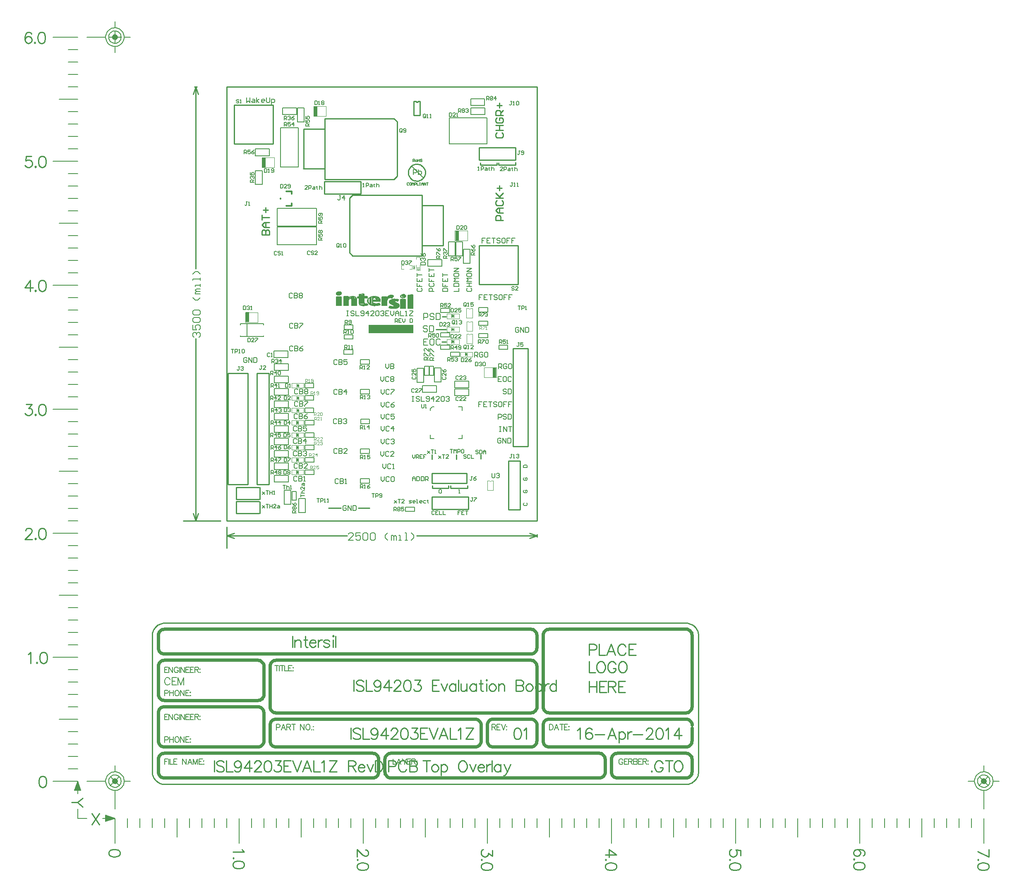
<source format=gto>
%FSLAX24Y24*%
%MOIN*%
G70*
G01*
G75*
%ADD10C,0.0100*%
%ADD11C,0.0080*%
%ADD12R,0.0217X0.0197*%
%ADD13R,0.0390X0.0270*%
%ADD14R,0.0400X0.0400*%
%ADD15R,0.0236X0.0315*%
%ADD16R,0.0079X0.0374*%
%ADD17R,0.0360X0.0360*%
%ADD18R,0.0500X0.0360*%
%ADD19R,0.0315X0.0236*%
%ADD20R,0.0394X0.0394*%
%ADD21R,0.3500X0.4500*%
%ADD22R,0.0700X0.0820*%
%ADD23R,0.1500X0.0820*%
%ADD24R,0.0197X0.0217*%
%ADD25R,0.1299X0.0512*%
%ADD26R,0.2000X0.2000*%
%ADD27R,0.0600X0.0600*%
%ADD28R,0.0512X0.1299*%
%ADD29R,0.0315X0.0315*%
%ADD30R,0.0315X0.0315*%
%ADD31R,0.0236X0.0157*%
%ADD32R,0.1693X0.1693*%
%ADD33R,0.0374X0.0079*%
%ADD34C,0.0200*%
%ADD35C,0.0400*%
%ADD36C,0.0250*%
%ADD37C,0.0150*%
%ADD38C,0.0120*%
%ADD39C,0.0500*%
%ADD40C,0.0750*%
%ADD41C,0.0300*%
%ADD42C,0.0090*%
%ADD43R,0.1980X0.2640*%
%ADD44R,0.0510X0.0630*%
%ADD45C,0.0060*%
%ADD46C,0.0050*%
%ADD47O,0.0600X0.0800*%
%ADD48R,0.0600X0.0800*%
%ADD49C,0.0250*%
%ADD50C,0.0630*%
%ADD51R,0.1000X0.0650*%
%ADD52C,0.0800*%
%ADD53R,0.0800X0.0800*%
%ADD54C,0.0600*%
%ADD55R,0.0800X0.0650*%
%ADD56R,0.1500X0.1250*%
%ADD57P,0.0650X8X0*%
%ADD58R,0.1500X0.2500*%
%ADD59R,0.1000X0.1000*%
%ADD60R,0.1410X0.1510*%
%ADD61R,0.0850X0.1400*%
%ADD62R,0.0840X0.1280*%
%ADD63R,0.0900X0.1380*%
%ADD64R,0.0950X0.1280*%
%ADD65R,0.0990X0.1540*%
%ADD66R,0.0880X0.1740*%
%ADD67R,0.1440X0.1570*%
%ADD68R,0.0820X0.0700*%
%ADD69R,0.0157X0.0236*%
%ADD70R,0.0630X0.0472*%
%ADD71R,0.0600X0.0500*%
%ADD72R,0.0440X0.0410*%
%ADD73R,0.0640X0.0650*%
%ADD74R,0.1030X0.1500*%
%ADD75R,0.1020X0.1460*%
%ADD76R,0.0560X0.0450*%
%ADD77R,0.0610X0.0520*%
%ADD78R,0.1020X0.1470*%
%ADD79R,0.1030X0.1440*%
%ADD80R,0.1080X0.1500*%
%ADD81R,0.0590X0.0470*%
%ADD82R,0.0610X0.0500*%
%ADD83R,0.1320X0.1390*%
%ADD84R,0.1110X0.1540*%
%ADD85R,0.1430X0.1590*%
%ADD86C,0.0039*%
%ADD87C,0.0110*%
%ADD88C,0.0070*%
%ADD89C,0.0020*%
%ADD90C,0.0079*%
%ADD91C,0.0040*%
%ADD92R,0.0090X0.0690*%
%ADD93R,0.0380X0.0700*%
%ADD94R,0.0400X0.0690*%
%ADD95R,0.0380X0.0560*%
%ADD96R,0.0160X0.0100*%
%ADD97R,0.0290X0.0110*%
%ADD98R,0.0400X0.0780*%
%ADD99R,0.0100X0.0060*%
%ADD100R,0.0450X0.0100*%
%ADD101R,0.0070X0.0080*%
%ADD102R,0.0430X0.0060*%
%ADD103R,0.0280X0.0050*%
%ADD104R,0.0180X0.0100*%
%ADD105R,0.0060X0.0050*%
%ADD106R,0.0310X0.0140*%
%ADD107R,0.0070X0.0120*%
%ADD108R,0.0060X0.0060*%
%ADD109R,0.0180X0.0150*%
%ADD110R,0.0130X0.0060*%
%ADD111R,0.0100X0.0110*%
%ADD112R,0.0110X0.0120*%
%ADD113R,0.0050X0.0050*%
%ADD114R,0.0070X0.0070*%
%ADD115R,0.0120X0.0060*%
%ADD116R,0.0070X0.0630*%
%ADD117R,0.0090X0.0030*%
%ADD118R,0.0050X0.0030*%
%ADD119R,0.0120X0.0590*%
%ADD120R,0.0040X0.0510*%
%ADD121R,0.0070X0.0020*%
%ADD122R,0.0050X0.0040*%
%ADD123R,0.0060X0.0030*%
%ADD124R,0.0040X0.0450*%
%ADD125R,0.0040X0.0040*%
%ADD126R,0.0040X0.0410*%
%ADD127R,0.0050X0.0330*%
%ADD128R,0.0040X0.0180*%
%ADD129R,0.0050X0.0160*%
%ADD130R,0.0070X0.0050*%
%ADD131R,0.0080X0.0140*%
%ADD132R,0.0220X0.0090*%
%ADD133R,0.0060X0.0040*%
%ADD134R,0.0150X0.0350*%
%ADD135R,0.0030X0.0050*%
%ADD136R,0.0350X0.0100*%
%ADD137R,0.0220X0.0160*%
%ADD138R,0.0160X0.0070*%
%ADD139R,0.0140X0.0070*%
%ADD140R,0.0090X0.0070*%
%ADD141R,0.0580X0.0150*%
%ADD142R,0.0050X0.0100*%
%ADD143R,0.0250X0.0020*%
%ADD144R,0.0040X0.0030*%
%ADD145R,0.0060X0.0090*%
%ADD146R,0.0390X0.0730*%
%ADD147R,0.0080X0.0160*%
%ADD148R,0.0040X0.0050*%
%ADD149R,0.0040X0.0160*%
%ADD150R,0.0320X0.0160*%
%ADD151R,0.0350X0.0090*%
%ADD152R,0.0100X0.0090*%
%ADD153R,0.0590X0.0100*%
%ADD154R,0.0300X0.0050*%
%ADD155R,0.0120X0.0030*%
%ADD156R,0.0060X0.0280*%
%ADD157R,0.0050X0.0190*%
%ADD158R,0.0050X0.0020*%
%ADD159R,0.0340X0.0250*%
%ADD160R,0.0320X0.0330*%
%ADD161R,0.0100X0.0140*%
%ADD162R,0.0050X0.0120*%
%ADD163R,0.0050X0.0080*%
%ADD164R,0.0330X0.0060*%
%ADD165R,0.0210X0.0040*%
%ADD166R,0.0090X0.0050*%
%ADD167R,0.0100X0.0080*%
%ADD168R,0.0090X0.0100*%
%ADD169R,0.0020X0.0030*%
%ADD170R,0.0560X0.0130*%
%ADD171R,0.0380X0.0050*%
%ADD172R,0.0080X0.0280*%
%ADD173R,0.0050X0.0180*%
%ADD174R,0.0380X0.0710*%
%ADD175R,0.0300X0.0180*%
%ADD176R,0.0270X0.0030*%
%ADD177R,0.0190X0.0050*%
%ADD178R,0.0070X0.0140*%
%ADD179R,0.0270X0.0040*%
%ADD180R,0.0180X0.0050*%
%ADD181R,0.0060X0.0110*%
%ADD182R,0.0390X0.1040*%
%ADD183R,0.0210X0.0100*%
%ADD184R,0.0315X0.0787*%
%ADD185R,0.3600X0.0670*%
%ADD186R,0.0080X0.0120*%
D10*
X95931Y103551D02*
X95978Y103469D01*
X96072D01*
X96119Y103551D01*
X96687Y97793D02*
X96680Y97893D01*
X96658Y97990D01*
X96623Y98083D01*
X96574Y98170D01*
X96513Y98249D01*
X96441Y98318D01*
X96360Y98376D01*
X96272Y98421D01*
X96178Y98453D01*
X96080Y98471D01*
X95980Y98475D01*
X95881Y98464D01*
X95785Y98439D01*
X95693Y98400D01*
X95608Y98348D01*
X95531Y98284D01*
X95465Y98210D01*
X95410Y98127D01*
X95368Y98037D01*
X95339Y97942D01*
X95324Y97843D01*
X95324Y97743D01*
X95339Y97645D01*
X95368Y97549D01*
X95410Y97459D01*
X95465Y97376D01*
X95531Y97302D01*
X95608Y97238D01*
X95693Y97186D01*
X95785Y97147D01*
X95881Y97122D01*
X95980Y97111D01*
X96080Y97115D01*
X96178Y97133D01*
X96272Y97165D01*
X96360Y97211D01*
X96441Y97269D01*
X96513Y97338D01*
X96574Y97417D01*
X96623Y97503D01*
X96658Y97597D01*
X96680Y97694D01*
X96687Y97793D01*
X95775Y103538D02*
X95919D01*
X95775Y102413D02*
Y103538D01*
Y102413D02*
X96275D01*
X96119Y103551D02*
X96262D01*
X96275Y102413D02*
Y103538D01*
X100035Y72754D02*
Y73554D01*
X97235D02*
X100035D01*
X97235Y72754D02*
X100035D01*
X97235D02*
Y73554D01*
X101175Y74693D02*
Y75023D01*
X99205Y74683D02*
Y75053D01*
X97225Y74673D02*
Y75053D01*
X98035Y84143D02*
X98355D01*
X97555Y85133D02*
X98355D01*
X98055Y86183D02*
X98345D01*
X94325Y86883D02*
X94365Y86893D01*
X94435Y86913D01*
X94475Y86933D01*
X94515Y86963D01*
X94545Y86993D01*
X94565Y87033D01*
Y87063D01*
X94915Y87723D02*
X94965Y87733D01*
X94995Y87743D01*
X95035Y87763D01*
X95065Y87793D01*
X95085Y87823D01*
X95075Y87843D02*
X95085Y87823D01*
X94225Y87553D02*
X94305D01*
X94395Y87543D01*
X94485Y87523D01*
X94215Y87463D02*
X94265Y87483D01*
X94365Y87473D01*
X94455Y87453D01*
X93995Y87703D02*
X94095Y87843D01*
X89835Y88103D02*
X89855Y88073D01*
X89805Y87983D02*
X89875Y88043D01*
X89715Y87963D02*
X89805Y87983D01*
X89625Y87953D02*
X89715Y87963D01*
X89575Y87993D02*
X89625Y87953D01*
X89575Y87993D02*
X89775Y88053D01*
X101010Y91914D02*
X104160D01*
Y88764D02*
Y91914D01*
X101010Y88764D02*
Y91914D01*
Y88764D02*
X104160D01*
X96411Y95123D02*
X98141D01*
X98131Y95113D02*
X98141Y95123D01*
X98131Y91903D02*
Y95113D01*
X96411Y91903D02*
X98131D01*
X90591Y95723D02*
X90841Y95973D01*
X90591Y91323D02*
X90841Y91073D01*
X90591Y91323D02*
Y95723D01*
X90841Y95973D02*
X96411D01*
Y91073D02*
Y95973D01*
X90841Y91073D02*
X96411D01*
X103385Y70613D02*
X104315D01*
Y74533D01*
X103385Y70613D02*
Y74533D01*
X104315D01*
X97215Y71642D02*
X100145D01*
X97215Y70642D02*
X100145D01*
Y71642D01*
X97215Y70642D02*
Y71642D01*
X97245Y72373D02*
Y72523D01*
Y72353D02*
X98575D01*
Y72373D02*
Y72523D01*
X98715Y72353D02*
Y72523D01*
Y72353D02*
X100085D01*
Y72533D01*
X101115Y98433D02*
Y98583D01*
Y98413D02*
X102445D01*
Y98433D02*
Y98583D01*
X102585Y98413D02*
Y98583D01*
Y98413D02*
X103955D01*
Y98593D01*
X84077Y72623D02*
Y81613D01*
X83135Y72633D02*
X84075D01*
X83135Y81613D02*
X84075D01*
X83135Y72633D02*
Y81613D01*
X81285Y103244D02*
X84434D01*
Y100094D02*
Y103244D01*
X81285Y100094D02*
Y103244D01*
Y100094D02*
X84434D01*
X101035Y99803D02*
X103965D01*
X101035Y98803D02*
X103965D01*
Y99803D01*
X101035Y98803D02*
Y99803D01*
X80805Y72633D02*
Y81613D01*
X82375D01*
X80805Y72633D02*
X82375D01*
X82377Y72623D02*
Y81613D01*
X81452Y70342D02*
Y71256D01*
X83342Y70311D02*
Y71253D01*
X81452Y70311D02*
X83305D01*
X81452Y71256D02*
X83305D01*
X81452Y71482D02*
Y72396D01*
X83342Y71451D02*
Y72393D01*
X81452Y71451D02*
X83305D01*
X81452Y72396D02*
X83305D01*
X91295Y70733D02*
X92185D01*
X103745Y75710D02*
X104975D01*
Y83610D01*
X103745D02*
X104975D01*
X103745Y75710D02*
Y83610D01*
X88905Y70743D02*
X89895D01*
X88545Y96063D02*
X91495D01*
X88545Y97063D02*
X91495D01*
X88545Y96063D02*
Y97063D01*
X91495Y96063D02*
Y97063D01*
X86869Y98093D02*
X88599D01*
X86869D02*
X86879Y98103D01*
Y101313D01*
X88599D01*
X94169Y97243D02*
X94419Y97493D01*
X94169Y102143D02*
X94419Y101893D01*
Y97493D02*
Y101893D01*
X88599Y97243D02*
X94169D01*
X88599D02*
Y102143D01*
X94169D01*
X102465Y101013D02*
X102365Y100913D01*
Y100713D01*
X102465Y100613D01*
X102865D01*
X102965Y100713D01*
Y100913D01*
X102865Y101013D01*
X102365Y101213D02*
X102965D01*
X102665D01*
Y101613D01*
X102365D01*
X102965D01*
X102465Y102213D02*
X102365Y102113D01*
Y101913D01*
X102465Y101813D01*
X102865D01*
X102965Y101913D01*
Y102113D01*
X102865Y102213D01*
X102665D01*
Y102013D01*
X102965Y102413D02*
X102365D01*
Y102712D01*
X102465Y102812D01*
X102665D01*
X102765Y102712D01*
Y102413D01*
Y102612D02*
X102965Y102812D01*
X102665Y103012D02*
Y103412D01*
X102465Y103212D02*
X102865D01*
X102965Y93953D02*
X102365D01*
Y94253D01*
X102465Y94353D01*
X102665D01*
X102765Y94253D01*
Y93953D01*
X102965Y94553D02*
X102565D01*
X102365Y94753D01*
X102565Y94953D01*
X102965D01*
X102665D01*
Y94553D01*
X102465Y95553D02*
X102365Y95453D01*
Y95253D01*
X102465Y95153D01*
X102865D01*
X102965Y95253D01*
Y95453D01*
X102865Y95553D01*
X102365Y95753D02*
X102965D01*
X102765D01*
X102365Y96152D01*
X102665Y95853D01*
X102965Y96152D01*
X102665Y96352D02*
Y96752D01*
X102465Y96552D02*
X102865D01*
X83525Y92773D02*
X84125D01*
Y93073D01*
X84025Y93173D01*
X83925D01*
X83825Y93073D01*
Y92773D01*
Y93073D01*
X83725Y93173D01*
X83625D01*
X83525Y93073D01*
Y92773D01*
X84125Y93373D02*
X83725D01*
X83525Y93573D01*
X83725Y93773D01*
X84125D01*
X83825D01*
Y93373D01*
X83525Y93973D02*
Y94373D01*
Y94173D01*
X84125D01*
X83825Y94573D02*
Y94972D01*
X83625Y94772D02*
X84025D01*
X75685Y61463D02*
X75587Y61458D01*
X75490Y61444D01*
X75395Y61420D01*
X75302Y61387D01*
X75214Y61345D01*
X75129Y61295D01*
X75051Y61236D01*
X74978Y61170D01*
X74912Y61098D01*
X74853Y61019D01*
X74803Y60935D01*
X74761Y60846D01*
X74728Y60753D01*
X74704Y60658D01*
X74690Y60561D01*
X74685Y60463D01*
Y49473D02*
X74690Y49375D01*
X74704Y49278D01*
X74727Y49183D01*
X74760Y49091D01*
X74802Y49002D01*
X74852Y48918D01*
X74909Y48838D01*
X74975Y48765D01*
X75047Y48699D01*
X75125Y48640D01*
X75208Y48588D01*
X75296Y48545D01*
X75388Y48511D01*
X75483Y48486D01*
X75580Y48470D01*
X75677Y48463D01*
X117685Y48463D02*
X117783Y48468D01*
X117880Y48482D01*
X117975Y48506D01*
X118068Y48539D01*
X118156Y48581D01*
X118241Y48632D01*
X118319Y48690D01*
X118392Y48756D01*
X118458Y48829D01*
X118516Y48908D01*
X118567Y48992D01*
X118609Y49080D01*
X118642Y49173D01*
X118666Y49268D01*
X118680Y49365D01*
X118685Y49463D01*
Y60463D02*
X118680Y60561D01*
X118666Y60658D01*
X118642Y60753D01*
X118609Y60846D01*
X118567Y60935D01*
X118516Y61019D01*
X118458Y61098D01*
X118392Y61170D01*
X118319Y61236D01*
X118241Y61295D01*
X118156Y61345D01*
X118068Y61387D01*
X117975Y61420D01*
X117880Y61444D01*
X117783Y61458D01*
X117685Y61463D01*
X80685Y104713D02*
X105685D01*
X77185Y69713D02*
X80185D01*
X80685Y67513D02*
Y69213D01*
X105685Y68413D02*
Y68613D01*
X80685Y68413D02*
Y68613D01*
X105085Y68313D02*
X105685Y68513D01*
X105085Y68713D02*
X105685Y68513D01*
X80685D02*
X81285Y68313D01*
X80685Y68513D02*
X81285Y68713D01*
X95994Y68513D02*
X105685D01*
X80685D02*
X90376D01*
X80685Y69713D02*
X105685D01*
Y104713D01*
X80685Y69713D02*
Y104713D01*
X75685Y48463D02*
X117685D01*
X75685Y61463D02*
X117685D01*
X118685Y49463D02*
Y60463D01*
X74685Y49463D02*
Y60463D01*
X78085Y104713D02*
X78285D01*
X78085Y69713D02*
X78285D01*
X78185Y104713D02*
X78385Y104113D01*
X77985D02*
X78185Y104713D01*
Y69713D02*
X78385Y70313D01*
X77985D02*
X78185Y69713D01*
Y90022D02*
Y104713D01*
Y69713D02*
Y84404D01*
D11*
X95735Y97653D02*
Y98053D01*
X95935D01*
X96002Y97986D01*
Y97853D01*
X95935Y97786D01*
X95735D01*
X96135Y98053D02*
Y97653D01*
X96335D01*
X96401Y97720D01*
Y97786D01*
Y97853D01*
X96335Y97920D01*
X96135D01*
X142185Y48713D02*
X142175Y48814D01*
X142145Y48910D01*
X142095Y48999D01*
X142030Y49075D01*
X141950Y49137D01*
X141859Y49182D01*
X141761Y49207D01*
X141660Y49212D01*
X141560Y49197D01*
X141465Y49162D01*
X141379Y49108D01*
X141306Y49039D01*
X141248Y48956D01*
X141208Y48863D01*
X141188Y48764D01*
Y48662D01*
X141208Y48563D01*
X141248Y48470D01*
X141306Y48387D01*
X141379Y48318D01*
X141465Y48264D01*
X141560Y48229D01*
X141660Y48214D01*
X141761Y48219D01*
X141859Y48244D01*
X141950Y48289D01*
X142030Y48351D01*
X142095Y48427D01*
X142145Y48516D01*
X142175Y48612D01*
X142185Y48713D01*
X142435D02*
X142428Y48813D01*
X142408Y48911D01*
X142376Y49006D01*
X142330Y49095D01*
X142274Y49178D01*
X142206Y49252D01*
X142130Y49317D01*
X142045Y49371D01*
X141955Y49413D01*
X141859Y49443D01*
X141760Y49459D01*
X141660Y49463D01*
X141560Y49453D01*
X141463Y49429D01*
X141369Y49393D01*
X141281Y49345D01*
X141201Y49286D01*
X141129Y49216D01*
X141067Y49137D01*
X141016Y49051D01*
X140977Y48959D01*
X140950Y48862D01*
X140937Y48763D01*
Y48663D01*
X140950Y48564D01*
X140977Y48467D01*
X141016Y48375D01*
X141067Y48289D01*
X141129Y48210D01*
X141201Y48140D01*
X141281Y48081D01*
X141369Y48033D01*
X141463Y47997D01*
X141560Y47973D01*
X141660Y47963D01*
X141760Y47967D01*
X141859Y47983D01*
X141955Y48013D01*
X142045Y48055D01*
X142130Y48109D01*
X142206Y48174D01*
X142274Y48248D01*
X142330Y48331D01*
X142376Y48420D01*
X142408Y48515D01*
X142428Y48613D01*
X142435Y48713D01*
X141710D02*
X141660D01*
X141710D01*
X141735D02*
X141660Y48756D01*
Y48670D01*
X141735Y48713D01*
X141885D02*
X141862Y48806D01*
X141799Y48878D01*
X141709Y48912D01*
X141614Y48900D01*
X141535Y48846D01*
X141491Y48761D01*
Y48665D01*
X141535Y48580D01*
X141614Y48526D01*
X141709Y48514D01*
X141799Y48548D01*
X141862Y48620D01*
X141885Y48713D01*
X141835D02*
X141800Y48809D01*
X141711Y48861D01*
X141610Y48843D01*
X141544Y48764D01*
Y48662D01*
X141610Y48583D01*
X141711Y48565D01*
X141800Y48617D01*
X141835Y48713D01*
X141785D02*
X141735Y48800D01*
X141635D01*
X141585Y48713D01*
X141635Y48626D01*
X141735D01*
X141785Y48713D01*
X72435Y108713D02*
X72428Y108813D01*
X72408Y108911D01*
X72375Y109006D01*
X72330Y109095D01*
X72274Y109178D01*
X72206Y109252D01*
X72130Y109317D01*
X72045Y109371D01*
X71955Y109413D01*
X71859Y109443D01*
X71760Y109459D01*
X71660Y109463D01*
X71560Y109453D01*
X71463Y109429D01*
X71369Y109393D01*
X71281Y109345D01*
X71201Y109286D01*
X71129Y109216D01*
X71067Y109138D01*
X71016Y109051D01*
X70976Y108959D01*
X70950Y108863D01*
X70937Y108763D01*
Y108663D01*
X70950Y108564D01*
X70976Y108467D01*
X71016Y108375D01*
X71067Y108289D01*
X71129Y108210D01*
X71201Y108140D01*
X71281Y108081D01*
X71369Y108033D01*
X71463Y107997D01*
X71560Y107974D01*
X71660Y107964D01*
X71760Y107967D01*
X71859Y107984D01*
X71955Y108013D01*
X72045Y108055D01*
X72130Y108109D01*
X72206Y108174D01*
X72274Y108248D01*
X72330Y108331D01*
X72375Y108420D01*
X72408Y108515D01*
X72428Y108613D01*
X72435Y108713D01*
X71710D02*
X71660D01*
X71710D01*
X71735D02*
X71660Y108756D01*
Y108670D01*
X71735Y108713D01*
X71785D02*
X71735Y108800D01*
X71635D01*
X71585Y108713D01*
X71635Y108627D01*
X71735D01*
X71785Y108713D01*
X71835D02*
X71800Y108810D01*
X71711Y108861D01*
X71610Y108843D01*
X71544Y108764D01*
Y108662D01*
X71610Y108583D01*
X71711Y108565D01*
X71800Y108617D01*
X71835Y108713D01*
X71885D02*
X71862Y108806D01*
X71799Y108878D01*
X71709Y108912D01*
X71614Y108900D01*
X71535Y108846D01*
X71491Y108761D01*
Y108665D01*
X71535Y108581D01*
X71614Y108526D01*
X71709Y108515D01*
X71799Y108549D01*
X71862Y108620D01*
X71885Y108713D01*
X72185D02*
X72175Y108814D01*
X72144Y108910D01*
X72095Y108999D01*
X72029Y109076D01*
X71949Y109137D01*
X71859Y109182D01*
X71761Y109207D01*
X71660Y109212D01*
X71560Y109197D01*
X71465Y109162D01*
X71379Y109109D01*
X71306Y109039D01*
X71248Y108956D01*
X71208Y108863D01*
X71188Y108764D01*
Y108663D01*
X71208Y108563D01*
X71248Y108470D01*
X71306Y108387D01*
X71379Y108318D01*
X71465Y108264D01*
X71560Y108229D01*
X71660Y108214D01*
X71761Y108219D01*
X71859Y108244D01*
X71949Y108289D01*
X72029Y108351D01*
X72095Y108427D01*
X72144Y108516D01*
X72175Y108612D01*
X72185Y108713D01*
X72185Y48713D02*
X72175Y48814D01*
X72145Y48910D01*
X72095Y48999D01*
X72030Y49075D01*
X71950Y49137D01*
X71859Y49182D01*
X71761Y49207D01*
X71660Y49212D01*
X71560Y49197D01*
X71465Y49162D01*
X71379Y49108D01*
X71306Y49039D01*
X71248Y48956D01*
X71208Y48863D01*
X71188Y48764D01*
Y48662D01*
X71208Y48563D01*
X71248Y48470D01*
X71306Y48387D01*
X71379Y48318D01*
X71465Y48264D01*
X71560Y48229D01*
X71660Y48214D01*
X71761Y48219D01*
X71859Y48244D01*
X71950Y48289D01*
X72030Y48351D01*
X72095Y48427D01*
X72145Y48516D01*
X72175Y48612D01*
X72185Y48713D01*
X72435D02*
X72428Y48813D01*
X72408Y48911D01*
X72376Y49006D01*
X72330Y49095D01*
X72274Y49178D01*
X72206Y49252D01*
X72130Y49317D01*
X72045Y49371D01*
X71955Y49413D01*
X71859Y49443D01*
X71760Y49459D01*
X71660Y49463D01*
X71560Y49453D01*
X71463Y49429D01*
X71369Y49393D01*
X71281Y49345D01*
X71201Y49286D01*
X71129Y49216D01*
X71067Y49137D01*
X71016Y49051D01*
X70977Y48959D01*
X70950Y48862D01*
X70937Y48763D01*
Y48663D01*
X70950Y48564D01*
X70977Y48467D01*
X71016Y48375D01*
X71067Y48289D01*
X71129Y48210D01*
X71201Y48140D01*
X71281Y48081D01*
X71369Y48033D01*
X71463Y47997D01*
X71560Y47973D01*
X71660Y47963D01*
X71760Y47967D01*
X71859Y47983D01*
X71955Y48013D01*
X72045Y48055D01*
X72130Y48109D01*
X72206Y48174D01*
X72274Y48248D01*
X72330Y48331D01*
X72376Y48420D01*
X72408Y48515D01*
X72428Y48613D01*
X72435Y48713D01*
X71710D02*
X71660D01*
X71710D01*
X71735D02*
X71660Y48756D01*
Y48670D01*
X71735Y48713D01*
X71885D02*
X71862Y48806D01*
X71799Y48878D01*
X71709Y48912D01*
X71614Y48900D01*
X71535Y48846D01*
X71491Y48761D01*
Y48665D01*
X71535Y48580D01*
X71614Y48526D01*
X71709Y48514D01*
X71799Y48548D01*
X71862Y48620D01*
X71885Y48713D01*
X71785D02*
X71735Y48800D01*
X71635D01*
X71585Y48713D01*
X71635Y48626D01*
X71735D01*
X71785Y48713D01*
X71835D02*
X71800Y48809D01*
X71711Y48861D01*
X71610Y48843D01*
X71544Y48764D01*
Y48662D01*
X71610Y48583D01*
X71711Y48565D01*
X71800Y48617D01*
X71835Y48713D01*
X72435D02*
X72935D01*
X69435D02*
X70935D01*
X68685Y45713D02*
X69435D01*
X68435Y47963D02*
X68935D01*
X68540Y48043D02*
X68830D01*
X68590Y48078D02*
X68780D01*
X68490Y48008D02*
X68880D01*
X68640Y48113D02*
X68730D01*
X70685Y45713D02*
X70935D01*
X66685Y48713D02*
X68685D01*
X67935Y49713D02*
X68685D01*
X67935Y50713D02*
X68685D01*
X67935Y51713D02*
X68685D01*
X67935Y52713D02*
X68685D01*
X67185Y53713D02*
X68685D01*
X67935Y54713D02*
X68685D01*
X67935Y55713D02*
X68685D01*
X67935Y56713D02*
X68685D01*
X67935Y57713D02*
X68685D01*
X66685Y58713D02*
X68685D01*
X67935Y59713D02*
X68685D01*
X67935Y60713D02*
X68685D01*
X67935Y61713D02*
X68685D01*
X67935Y62713D02*
X68685D01*
X67185Y63713D02*
X68685D01*
X67935Y64713D02*
X68685D01*
X67935Y65713D02*
X68685D01*
X67935Y66713D02*
X68685D01*
X67935Y67713D02*
X68685D01*
X66685Y68713D02*
X68685D01*
X67935Y69713D02*
X68685D01*
X67935Y70713D02*
X68685D01*
X67935Y71713D02*
X68685D01*
X67935Y72713D02*
X68685D01*
X67185Y73713D02*
X68685D01*
X67935Y74713D02*
X68685D01*
X67935Y75713D02*
X68685D01*
X67935Y76713D02*
X68685D01*
X67935Y77713D02*
X68685D01*
X66685Y78713D02*
X68685D01*
X67935Y79713D02*
X68685D01*
X67935Y80713D02*
X68685D01*
X67935Y81713D02*
X68685D01*
X67935Y82713D02*
X68685D01*
X67185Y83713D02*
X68685D01*
X67935Y84713D02*
X68685D01*
X67935Y85713D02*
X68685D01*
X67935Y86713D02*
X68685D01*
X67935Y87713D02*
X68685D01*
X66685Y88713D02*
X68685D01*
X67935Y89713D02*
X68685D01*
X67935Y90713D02*
X68685D01*
X67935Y91713D02*
X68685D01*
X67935Y92713D02*
X68685D01*
X67185Y93713D02*
X68685D01*
X67935Y94713D02*
X68685D01*
X67935Y95713D02*
X68685D01*
X67935Y96713D02*
X68685D01*
X67935Y97713D02*
X68685D01*
X66685Y98713D02*
X68685D01*
X67935Y99713D02*
X68685D01*
X67935Y100713D02*
X68685D01*
X67935Y101713D02*
X68685D01*
X67935Y102713D02*
X68685D01*
X67185Y103713D02*
X68685D01*
X67935Y104713D02*
X68685D01*
X67935Y105713D02*
X68685D01*
X67935Y106713D02*
X68685D01*
X67935Y107713D02*
X68685D01*
X66685Y108713D02*
X68685D01*
X71685D02*
X72185D01*
X71185D02*
X71685D01*
X69435D02*
X70935D01*
X72435D02*
X72935D01*
X140435Y48713D02*
X140935D01*
X142435D02*
X142935D01*
X71685Y46463D02*
Y47963D01*
Y49463D02*
Y49963D01*
X68685Y45713D02*
Y46463D01*
X70935Y45463D02*
Y45963D01*
X71015Y45568D02*
Y45858D01*
X68685Y47713D02*
Y47963D01*
X71050Y45618D02*
Y45808D01*
X70980Y45518D02*
Y45908D01*
X71085Y45668D02*
Y45758D01*
X71685Y43713D02*
Y45713D01*
X72685Y44963D02*
Y45713D01*
X73685Y44963D02*
Y45713D01*
X74685Y44963D02*
Y45713D01*
X75685Y44963D02*
Y45713D01*
X76685Y44213D02*
Y45713D01*
X77685Y44963D02*
Y45713D01*
X78685Y44963D02*
Y45713D01*
X79685Y44963D02*
Y45713D01*
X80685Y44963D02*
Y45713D01*
X81685Y43713D02*
Y45713D01*
X82685Y44963D02*
Y45713D01*
X83685Y44963D02*
Y45713D01*
X84685Y44963D02*
Y45713D01*
X85685Y44963D02*
Y45713D01*
X86685Y44213D02*
Y45713D01*
X87685Y44963D02*
Y45713D01*
X88685Y44963D02*
Y45713D01*
X89685Y44963D02*
Y45713D01*
X90685Y44963D02*
Y45713D01*
X91685Y43713D02*
Y45713D01*
X92685Y44963D02*
Y45713D01*
X93685Y44963D02*
Y45713D01*
X94685Y44963D02*
Y45713D01*
X95685Y44963D02*
Y45713D01*
X96685Y44213D02*
Y45713D01*
X97685Y44963D02*
Y45713D01*
X98685Y44963D02*
Y45713D01*
X99685Y44963D02*
Y45713D01*
X100685Y44963D02*
Y45713D01*
X101685Y43713D02*
Y45713D01*
X102685Y44963D02*
Y45713D01*
X103685Y44963D02*
Y45713D01*
X104685Y44963D02*
Y45713D01*
X105685Y44963D02*
Y45713D01*
X106685Y44213D02*
Y45713D01*
X107685Y44963D02*
Y45713D01*
X108685Y44963D02*
Y45713D01*
X109685Y44963D02*
Y45713D01*
X110685Y44963D02*
Y45713D01*
X111685Y43713D02*
Y45713D01*
X112685Y44963D02*
Y45713D01*
X113685Y44963D02*
Y45713D01*
X114685Y44963D02*
Y45713D01*
X115685Y44963D02*
Y45713D01*
X116685Y44213D02*
Y45713D01*
X117685Y44963D02*
Y45713D01*
X118685Y44963D02*
Y45713D01*
X119685Y44963D02*
Y45713D01*
X120685Y44963D02*
Y45713D01*
X121685Y43713D02*
Y45713D01*
X122685Y44963D02*
Y45713D01*
X123685Y44963D02*
Y45713D01*
X124685Y44963D02*
Y45713D01*
X125685Y44963D02*
Y45713D01*
X126685Y44213D02*
Y45713D01*
X127685Y44963D02*
Y45713D01*
X128685Y44963D02*
Y45713D01*
X129685Y44963D02*
Y45713D01*
X130685Y44963D02*
Y45713D01*
X131685Y43713D02*
Y45713D01*
X132685Y44963D02*
Y45713D01*
X133685Y44963D02*
Y45713D01*
X134685Y44963D02*
Y45713D01*
X135685Y44963D02*
Y45713D01*
X136685Y44213D02*
Y45713D01*
X137685Y44963D02*
Y45713D01*
X138685Y44963D02*
Y45713D01*
X139685Y44963D02*
Y45713D01*
X140685Y44963D02*
Y45713D01*
X141685Y43713D02*
Y45713D01*
X71685Y108213D02*
Y108713D01*
Y109213D01*
Y109463D02*
Y109963D01*
Y107463D02*
Y107963D01*
X141685Y49463D02*
Y49963D01*
Y46463D02*
Y47963D01*
X71685Y48713D02*
X72035Y49063D01*
X71335Y48363D02*
X71685Y48713D01*
X141335Y48363D02*
X141685Y48713D01*
X142035Y49063D01*
X71685Y48713D02*
X72035Y48363D01*
X71335Y49063D02*
X71685Y48713D01*
X141685D02*
X142035Y48363D01*
X141335Y49063D02*
X141685Y48713D01*
X70935Y45463D02*
X71685Y45713D01*
X70935Y45963D02*
X71685Y45713D01*
X71015Y45858D02*
X71445Y45713D01*
X71015Y45568D02*
X71445Y45713D01*
X68685Y48713D02*
X68935Y47963D01*
X68435D02*
X68685Y48713D01*
X68540Y48043D02*
X68685Y48473D01*
X68830Y48043D01*
X68590Y48078D02*
X68685Y48358D01*
X68780Y48078D01*
X68490Y48008D02*
X68685Y48588D01*
X68880Y48008D01*
X68640Y48113D02*
X68685Y48243D01*
X68730Y48113D01*
X71050Y45808D02*
X71330Y45713D01*
X71050Y45618D02*
X71330Y45713D01*
X70980Y45908D02*
X71560Y45713D01*
X70980Y45518D02*
X71560Y45713D01*
X71085Y45758D02*
X71215Y45713D01*
X71085Y45668D02*
X71215Y45713D01*
X76113Y56920D02*
X76085Y56977D01*
X76028Y57034D01*
X75971Y57063D01*
X75856D01*
X75799Y57034D01*
X75742Y56977D01*
X75714Y56920D01*
X75685Y56834D01*
Y56692D01*
X75714Y56606D01*
X75742Y56549D01*
X75799Y56492D01*
X75856Y56463D01*
X75971D01*
X76028Y56492D01*
X76085Y56549D01*
X76113Y56606D01*
X76653Y57063D02*
X76282D01*
Y56463D01*
X76653D01*
X76282Y56777D02*
X76510D01*
X76753Y57063D02*
Y56463D01*
Y57063D02*
X76982Y56463D01*
X77210Y57063D02*
X76982Y56463D01*
X77210Y57063D02*
Y56463D01*
D36*
X118185Y53223D02*
X118176Y53319D01*
X118148Y53411D01*
X118102Y53495D01*
X118041Y53570D01*
X117967Y53631D01*
X117882Y53676D01*
X117791Y53704D01*
X117695Y53713D01*
X106685D02*
X106587Y53704D01*
X106494Y53675D01*
X106407Y53629D01*
X106331Y53567D01*
X106269Y53491D01*
X106223Y53404D01*
X106195Y53311D01*
X106185Y53213D01*
X117685Y54213D02*
X117782Y54223D01*
X117876Y54251D01*
X117963Y54297D01*
X118039Y54360D01*
X118101Y54435D01*
X118147Y54522D01*
X118175Y54616D01*
X118185Y54713D01*
X106185D02*
X106195Y54616D01*
X106223Y54522D01*
X106269Y54435D01*
X106331Y54360D01*
X106407Y54297D01*
X106494Y54251D01*
X106587Y54223D01*
X106685Y54213D01*
X118185Y60473D02*
X118175Y60571D01*
X118146Y60665D01*
X118099Y60751D01*
X118035Y60826D01*
X117958Y60886D01*
X117871Y60931D01*
X117776Y60956D01*
X117678Y60963D01*
X117685Y51463D02*
X117782Y51473D01*
X117876Y51501D01*
X117963Y51547D01*
X118039Y51610D01*
X118101Y51685D01*
X118147Y51772D01*
X118175Y51866D01*
X118185Y51963D01*
X118185Y50472D02*
X118174Y50568D01*
X118144Y50661D01*
X118098Y50746D01*
X118035Y50820D01*
X117960Y50881D01*
X117874Y50926D01*
X117781Y50954D01*
X117685Y50963D01*
Y48963D02*
X117782Y48973D01*
X117876Y49001D01*
X117963Y49047D01*
X118039Y49110D01*
X118101Y49185D01*
X118147Y49272D01*
X118175Y49366D01*
X118185Y49463D01*
X105185Y51463D02*
X105282Y51473D01*
X105376Y51501D01*
X105463Y51547D01*
X105539Y51610D01*
X105601Y51685D01*
X105647Y51772D01*
X105675Y51866D01*
X105685Y51963D01*
X106185Y51953D02*
X106195Y51856D01*
X106223Y51764D01*
X106269Y51678D01*
X106332Y51604D01*
X106407Y51543D01*
X106493Y51498D01*
X106587Y51471D01*
X106684Y51463D01*
X105685Y53223D02*
X105676Y53319D01*
X105648Y53411D01*
X105602Y53495D01*
X105541Y53570D01*
X105467Y53631D01*
X105382Y53676D01*
X105291Y53704D01*
X105195Y53713D01*
X75185Y49463D02*
X75194Y49367D01*
X75222Y49274D01*
X75267Y49188D01*
X75328Y49113D01*
X75403Y49050D01*
X75488Y49004D01*
X75580Y48974D01*
X75676Y48963D01*
X105194Y54213D02*
X105290Y54224D01*
X105382Y54254D01*
X105467Y54300D01*
X105542Y54363D01*
X105603Y54438D01*
X105648Y54524D01*
X105676Y54617D01*
X105685Y54713D01*
X75685Y50963D02*
X75587Y50954D01*
X75494Y50925D01*
X75407Y50879D01*
X75331Y50817D01*
X75269Y50741D01*
X75223Y50654D01*
X75195Y50561D01*
X75185Y50463D01*
X105685Y57963D02*
X105675Y58061D01*
X105647Y58154D01*
X105601Y58241D01*
X105539Y58317D01*
X105463Y58379D01*
X105376Y58425D01*
X105282Y58454D01*
X105185Y58463D01*
Y58963D02*
X105282Y58973D01*
X105376Y59001D01*
X105463Y59047D01*
X105539Y59110D01*
X105601Y59185D01*
X105647Y59272D01*
X105675Y59366D01*
X105685Y59463D01*
X106685Y60963D02*
X106587Y60954D01*
X106494Y60925D01*
X106407Y60879D01*
X106331Y60817D01*
X106269Y60741D01*
X106223Y60654D01*
X106195Y60561D01*
X106185Y60463D01*
X105685D02*
X105675Y60561D01*
X105647Y60654D01*
X105601Y60741D01*
X105539Y60817D01*
X105463Y60879D01*
X105376Y60925D01*
X105282Y60954D01*
X105185Y60963D01*
X75685D02*
X75587Y60954D01*
X75494Y60925D01*
X75407Y60879D01*
X75331Y60817D01*
X75269Y60741D01*
X75223Y60654D01*
X75195Y60561D01*
X75185Y60463D01*
Y59463D02*
X75195Y59366D01*
X75223Y59272D01*
X75269Y59185D01*
X75331Y59110D01*
X75407Y59047D01*
X75494Y59001D01*
X75587Y58973D01*
X75685Y58963D01*
Y58463D02*
X75587Y58454D01*
X75494Y58425D01*
X75407Y58379D01*
X75331Y58317D01*
X75269Y58241D01*
X75223Y58154D01*
X75195Y58061D01*
X75185Y57963D01*
Y55713D02*
X75195Y55616D01*
X75223Y55522D01*
X75269Y55435D01*
X75331Y55360D01*
X75407Y55297D01*
X75494Y55251D01*
X75587Y55223D01*
X75685Y55213D01*
Y54713D02*
X75587Y54704D01*
X75494Y54675D01*
X75407Y54629D01*
X75331Y54567D01*
X75269Y54491D01*
X75223Y54404D01*
X75195Y54311D01*
X75185Y54213D01*
Y51963D02*
X75194Y51867D01*
X75222Y51774D01*
X75267Y51688D01*
X75328Y51613D01*
X75403Y51550D01*
X75488Y51504D01*
X75580Y51474D01*
X75676Y51463D01*
X84685Y58463D02*
X84587Y58454D01*
X84494Y58425D01*
X84407Y58379D01*
X84331Y58317D01*
X84269Y58241D01*
X84223Y58154D01*
X84195Y58061D01*
X84185Y57963D01*
X84685Y53713D02*
X84587Y53704D01*
X84494Y53675D01*
X84407Y53629D01*
X84331Y53567D01*
X84269Y53491D01*
X84223Y53404D01*
X84195Y53311D01*
X84185Y53213D01*
X102165Y53713D02*
X102068Y53703D01*
X101975Y53674D01*
X101890Y53627D01*
X101817Y53564D01*
X101757Y53487D01*
X101715Y53399D01*
X101690Y53305D01*
X101686Y53208D01*
X101685Y51973D02*
X101695Y51875D01*
X101723Y51780D01*
X101769Y51693D01*
X101831Y51616D01*
X101907Y51552D01*
X101994Y51505D01*
X102088Y51475D01*
X102186Y51463D01*
X100695Y51463D02*
X100792Y51473D01*
X100884Y51501D01*
X100970Y51548D01*
X101044Y51610D01*
X101105Y51685D01*
X101150Y51772D01*
X101177Y51865D01*
X101185Y51962D01*
X101185Y53223D02*
X101176Y53319D01*
X101148Y53411D01*
X101102Y53495D01*
X101041Y53570D01*
X100967Y53631D01*
X100882Y53676D01*
X100791Y53704D01*
X100695Y53713D01*
X83195Y51463D02*
X83291Y51473D01*
X83382Y51500D01*
X83467Y51546D01*
X83541Y51607D01*
X83602Y51681D01*
X83648Y51766D01*
X83676Y51858D01*
X83685Y51953D01*
X84185D02*
X84194Y51858D01*
X84222Y51766D01*
X84268Y51681D01*
X84328Y51607D01*
X84403Y51546D01*
X84487Y51500D01*
X84579Y51473D01*
X84675Y51463D01*
X84185Y54703D02*
X84194Y54608D01*
X84222Y54516D01*
X84268Y54431D01*
X84328Y54357D01*
X84403Y54296D01*
X84487Y54250D01*
X84579Y54223D01*
X84675Y54213D01*
X83685Y54223D02*
X83675Y54321D01*
X83646Y54415D01*
X83599Y54501D01*
X83535Y54576D01*
X83458Y54636D01*
X83371Y54681D01*
X83276Y54706D01*
X83178Y54713D01*
X83205Y55213D02*
X83299Y55222D01*
X83389Y55250D01*
X83472Y55294D01*
X83544Y55354D01*
X83604Y55426D01*
X83648Y55509D01*
X83676Y55599D01*
X83685Y55693D01*
Y57973D02*
X83676Y58069D01*
X83648Y58161D01*
X83602Y58245D01*
X83541Y58320D01*
X83467Y58381D01*
X83382Y58426D01*
X83291Y58454D01*
X83195Y58463D01*
X112185Y50963D02*
X112087Y50954D01*
X111994Y50925D01*
X111907Y50879D01*
X111831Y50817D01*
X111769Y50741D01*
X111723Y50654D01*
X111695Y50561D01*
X111685Y50463D01*
Y49453D02*
X111695Y49356D01*
X111723Y49264D01*
X111769Y49178D01*
X111832Y49104D01*
X111907Y49043D01*
X111993Y48998D01*
X112087Y48971D01*
X112184Y48963D01*
X110697Y48963D02*
X110793Y48971D01*
X110887Y48999D01*
X110973Y49045D01*
X111047Y49107D01*
X111108Y49183D01*
X111152Y49269D01*
X111178Y49363D01*
X111185Y49460D01*
X111185Y50463D02*
X111175Y50561D01*
X111147Y50654D01*
X111101Y50741D01*
X111039Y50817D01*
X110963Y50879D01*
X110876Y50925D01*
X110782Y50954D01*
X110685Y50963D01*
X93435Y49463D02*
X93444Y49367D01*
X93472Y49274D01*
X93517Y49188D01*
X93578Y49113D01*
X93653Y49050D01*
X93738Y49004D01*
X93830Y48974D01*
X93926Y48963D01*
X93935Y50963D02*
X93837Y50954D01*
X93744Y50925D01*
X93657Y50879D01*
X93581Y50817D01*
X93519Y50741D01*
X93473Y50654D01*
X93445Y50561D01*
X93435Y50463D01*
X92447Y48963D02*
X92543Y48971D01*
X92637Y48999D01*
X92723Y49045D01*
X92797Y49107D01*
X92858Y49183D01*
X92902Y49269D01*
X92928Y49363D01*
X92935Y49460D01*
X92935Y50463D02*
X92925Y50561D01*
X92897Y50654D01*
X92851Y50741D01*
X92788Y50817D01*
X92713Y50879D01*
X92626Y50925D01*
X92532Y50954D01*
X92435Y50963D01*
X93935Y48963D02*
X110685D01*
X75685D02*
X92435D01*
X75685Y50963D02*
X92435D01*
X93935D02*
X110685D01*
X112185Y48963D02*
X117685D01*
X112185Y50963D02*
X117685D01*
X75685Y60963D02*
X105185D01*
X75685Y51463D02*
X83185D01*
X75685Y54713D02*
X83185D01*
X75685Y55213D02*
X83185D01*
X75685Y58463D02*
X83185D01*
X75685Y58963D02*
X105185D01*
X84685Y58463D02*
X105185D01*
X84685Y53713D02*
X100685D01*
X84685Y51463D02*
X100685D01*
X102185D02*
X105185D01*
X102185Y53713D02*
X105185D01*
X106685Y51463D02*
X117685D01*
X106685Y60963D02*
X117685D01*
X84685Y54213D02*
X105185D01*
X106685D02*
X117685D01*
X106685Y53713D02*
X117685D01*
X92935Y49463D02*
Y50463D01*
X93435Y49463D02*
Y50463D01*
X111185Y49463D02*
Y50463D01*
X111685Y49463D02*
Y50463D01*
X75185Y51963D02*
Y54213D01*
X83685Y51963D02*
Y54213D01*
X75185Y55713D02*
Y57963D01*
X83685Y55713D02*
Y57963D01*
X75185Y59463D02*
Y60463D01*
X105685Y59463D02*
Y60463D01*
Y54713D02*
Y57963D01*
X84185Y54713D02*
Y57963D01*
X101185Y51963D02*
Y53213D01*
X84185Y51963D02*
Y53213D01*
X101685Y51963D02*
Y53213D01*
X105685Y51963D02*
Y53213D01*
X118185Y49463D02*
Y50463D01*
Y51963D02*
Y52963D01*
X75185Y49463D02*
Y50463D01*
X106185Y54713D02*
Y60463D01*
X118185Y54713D02*
Y60463D01*
X106185Y51963D02*
Y53213D01*
D38*
X89585Y88043D02*
X89665Y88103D01*
X89755Y88113D01*
X89835Y88103D01*
X85485Y95113D02*
X85935D01*
X85485Y96263D02*
X85935D01*
Y95113D02*
Y95313D01*
X85035Y95663D02*
Y95713D01*
X85935Y96063D02*
Y96263D01*
D42*
X114928Y49549D02*
X114885Y49506D01*
X114928Y49463D01*
X114971Y49506D01*
X114928Y49549D01*
X115810Y50149D02*
X115768Y50234D01*
X115682Y50320D01*
X115596Y50363D01*
X115425D01*
X115339Y50320D01*
X115253Y50234D01*
X115211Y50149D01*
X115168Y50020D01*
Y49806D01*
X115211Y49677D01*
X115253Y49592D01*
X115339Y49506D01*
X115425Y49463D01*
X115596D01*
X115682Y49506D01*
X115768Y49592D01*
X115810Y49677D01*
Y49806D01*
X115596D02*
X115810D01*
X116316Y50363D02*
Y49463D01*
X116016Y50363D02*
X116616D01*
X116980D02*
X116895Y50320D01*
X116809Y50234D01*
X116766Y50149D01*
X116723Y50020D01*
Y49806D01*
X116766Y49677D01*
X116809Y49592D01*
X116895Y49506D01*
X116980Y49463D01*
X117152D01*
X117237Y49506D01*
X117323Y49592D01*
X117366Y49677D01*
X117409Y49806D01*
Y50020D01*
X117366Y50149D01*
X117323Y50234D01*
X117237Y50320D01*
X117152Y50363D01*
X116980D01*
X64949Y108984D02*
X64906Y109070D01*
X64778Y109113D01*
X64692D01*
X64563Y109070D01*
X64478Y108942D01*
X64435Y108727D01*
Y108513D01*
X64478Y108342D01*
X64563Y108256D01*
X64692Y108213D01*
X64735D01*
X64863Y108256D01*
X64949Y108342D01*
X64992Y108470D01*
Y108513D01*
X64949Y108642D01*
X64863Y108727D01*
X64735Y108770D01*
X64692D01*
X64563Y108727D01*
X64478Y108642D01*
X64435Y108513D01*
X65232Y108299D02*
X65189Y108256D01*
X65232Y108213D01*
X65275Y108256D01*
X65232Y108299D01*
X65729Y109113D02*
X65600Y109070D01*
X65515Y108942D01*
X65472Y108727D01*
Y108599D01*
X65515Y108385D01*
X65600Y108256D01*
X65729Y108213D01*
X65815D01*
X65943Y108256D01*
X66029Y108385D01*
X66072Y108599D01*
Y108727D01*
X66029Y108942D01*
X65943Y109070D01*
X65815Y109113D01*
X65729D01*
X64863Y89113D02*
X64435Y88513D01*
X65078D01*
X64863Y89113D02*
Y88213D01*
X65279Y88299D02*
X65236Y88256D01*
X65279Y88213D01*
X65322Y88256D01*
X65279Y88299D01*
X65776Y89113D02*
X65648Y89070D01*
X65562Y88942D01*
X65519Y88727D01*
Y88599D01*
X65562Y88385D01*
X65648Y88256D01*
X65776Y88213D01*
X65862D01*
X65990Y88256D01*
X66076Y88385D01*
X66119Y88599D01*
Y88727D01*
X66076Y88942D01*
X65990Y89070D01*
X65862Y89113D01*
X65776D01*
X64478Y68899D02*
Y68942D01*
X64521Y69027D01*
X64563Y69070D01*
X64649Y69113D01*
X64821D01*
X64906Y69070D01*
X64949Y69027D01*
X64992Y68942D01*
Y68856D01*
X64949Y68770D01*
X64863Y68642D01*
X64435Y68213D01*
X65035D01*
X65279Y68299D02*
X65236Y68256D01*
X65279Y68213D01*
X65322Y68256D01*
X65279Y68299D01*
X65776Y69113D02*
X65648Y69070D01*
X65562Y68942D01*
X65519Y68727D01*
Y68599D01*
X65562Y68385D01*
X65648Y68256D01*
X65776Y68213D01*
X65862D01*
X65990Y68256D01*
X66076Y68385D01*
X66119Y68599D01*
Y68727D01*
X66076Y68942D01*
X65990Y69070D01*
X65862Y69113D01*
X65776D01*
X65817Y49113D02*
X65688Y49070D01*
X65603Y48942D01*
X65560Y48727D01*
Y48599D01*
X65603Y48385D01*
X65688Y48256D01*
X65817Y48213D01*
X65903D01*
X66031Y48256D01*
X66117Y48385D01*
X66160Y48599D01*
Y48727D01*
X66117Y48942D01*
X66031Y49070D01*
X65903Y49113D01*
X65817D01*
X64685Y58942D02*
X64771Y58984D01*
X64899Y59113D01*
Y58213D01*
X65388Y58299D02*
X65345Y58256D01*
X65388Y58213D01*
X65431Y58256D01*
X65388Y58299D01*
X65885Y59113D02*
X65756Y59070D01*
X65670Y58942D01*
X65628Y58727D01*
Y58599D01*
X65670Y58385D01*
X65756Y58256D01*
X65885Y58213D01*
X65970D01*
X66099Y58256D01*
X66185Y58385D01*
X66227Y58599D01*
Y58727D01*
X66185Y58942D01*
X66099Y59070D01*
X65970Y59113D01*
X65885D01*
X64521Y79113D02*
X64992D01*
X64735Y78770D01*
X64863D01*
X64949Y78727D01*
X64992Y78684D01*
X65035Y78556D01*
Y78470D01*
X64992Y78342D01*
X64906Y78256D01*
X64778Y78213D01*
X64649D01*
X64521Y78256D01*
X64478Y78299D01*
X64435Y78385D01*
X65279Y78299D02*
X65236Y78256D01*
X65279Y78213D01*
X65322Y78256D01*
X65279Y78299D01*
X65776Y79113D02*
X65648Y79070D01*
X65562Y78942D01*
X65519Y78727D01*
Y78599D01*
X65562Y78385D01*
X65648Y78256D01*
X65776Y78213D01*
X65862D01*
X65990Y78256D01*
X66076Y78385D01*
X66119Y78599D01*
Y78727D01*
X66076Y78942D01*
X65990Y79070D01*
X65862Y79113D01*
X65776D01*
X64949Y99113D02*
X64521D01*
X64478Y98727D01*
X64521Y98770D01*
X64649Y98813D01*
X64778D01*
X64906Y98770D01*
X64992Y98684D01*
X65035Y98556D01*
Y98470D01*
X64992Y98342D01*
X64906Y98256D01*
X64778Y98213D01*
X64649D01*
X64521Y98256D01*
X64478Y98299D01*
X64435Y98385D01*
X65279Y98299D02*
X65236Y98256D01*
X65279Y98213D01*
X65322Y98256D01*
X65279Y98299D01*
X65776Y99113D02*
X65648Y99070D01*
X65562Y98942D01*
X65519Y98727D01*
Y98599D01*
X65562Y98385D01*
X65648Y98256D01*
X65776Y98213D01*
X65862D01*
X65990Y98256D01*
X66076Y98385D01*
X66119Y98599D01*
Y98727D01*
X66076Y98942D01*
X65990Y99070D01*
X65862Y99113D01*
X65776D01*
X142085Y42613D02*
X141185Y43042D01*
X142085Y43213D02*
Y42613D01*
X141271Y42369D02*
X141228Y42412D01*
X141185Y42369D01*
X141228Y42326D01*
X141271Y42369D01*
X142085Y41872D02*
X142042Y42001D01*
X141913Y42086D01*
X141699Y42129D01*
X141571D01*
X141356Y42086D01*
X141228Y42001D01*
X141185Y41872D01*
Y41786D01*
X141228Y41658D01*
X141356Y41572D01*
X141571Y41529D01*
X141699D01*
X141913Y41572D01*
X142042Y41658D01*
X142085Y41786D01*
Y41872D01*
X122085Y42699D02*
Y43127D01*
X121699Y43170D01*
X121742Y43127D01*
X121785Y42999D01*
Y42870D01*
X121742Y42742D01*
X121656Y42656D01*
X121528Y42613D01*
X121442D01*
X121313Y42656D01*
X121228Y42742D01*
X121185Y42870D01*
Y42999D01*
X121228Y43127D01*
X121271Y43170D01*
X121356Y43213D01*
X121271Y42369D02*
X121228Y42412D01*
X121185Y42369D01*
X121228Y42326D01*
X121271Y42369D01*
X122085Y41872D02*
X122042Y42001D01*
X121913Y42086D01*
X121699Y42129D01*
X121571D01*
X121356Y42086D01*
X121228Y42001D01*
X121185Y41872D01*
Y41786D01*
X121228Y41658D01*
X121356Y41572D01*
X121571Y41529D01*
X121699D01*
X121913Y41572D01*
X122042Y41658D01*
X122085Y41786D01*
Y41872D01*
X102085Y43127D02*
Y42656D01*
X101742Y42913D01*
Y42785D01*
X101699Y42699D01*
X101656Y42656D01*
X101528Y42613D01*
X101442D01*
X101313Y42656D01*
X101228Y42742D01*
X101185Y42870D01*
Y42999D01*
X101228Y43127D01*
X101271Y43170D01*
X101356Y43213D01*
X101271Y42369D02*
X101228Y42412D01*
X101185Y42369D01*
X101228Y42326D01*
X101271Y42369D01*
X102085Y41872D02*
X102042Y42001D01*
X101913Y42086D01*
X101699Y42129D01*
X101571D01*
X101356Y42086D01*
X101228Y42001D01*
X101185Y41872D01*
Y41786D01*
X101228Y41658D01*
X101356Y41572D01*
X101571Y41529D01*
X101699D01*
X101913Y41572D01*
X102042Y41658D01*
X102085Y41786D01*
Y41872D01*
X81913Y43213D02*
X81956Y43127D01*
X82085Y42999D01*
X81185D01*
X81271Y42510D02*
X81228Y42553D01*
X81185Y42510D01*
X81228Y42468D01*
X81271Y42510D01*
X82085Y42013D02*
X82042Y42142D01*
X81913Y42228D01*
X81699Y42270D01*
X81571D01*
X81356Y42228D01*
X81228Y42142D01*
X81185Y42013D01*
Y41928D01*
X81228Y41799D01*
X81356Y41713D01*
X81571Y41671D01*
X81699D01*
X81913Y41713D01*
X82042Y41799D01*
X82085Y41928D01*
Y42013D01*
X72085Y42956D02*
X72042Y43085D01*
X71913Y43170D01*
X71699Y43213D01*
X71571D01*
X71356Y43170D01*
X71228Y43085D01*
X71185Y42956D01*
Y42870D01*
X71228Y42742D01*
X71356Y42656D01*
X71571Y42613D01*
X71699D01*
X71913Y42656D01*
X72042Y42742D01*
X72085Y42870D01*
Y42956D01*
X91871Y43170D02*
X91913D01*
X91999Y43127D01*
X92042Y43085D01*
X92085Y42999D01*
Y42828D01*
X92042Y42742D01*
X91999Y42699D01*
X91913Y42656D01*
X91828D01*
X91742Y42699D01*
X91613Y42785D01*
X91185Y43213D01*
Y42613D01*
X91271Y42369D02*
X91228Y42412D01*
X91185Y42369D01*
X91228Y42326D01*
X91271Y42369D01*
X92085Y41872D02*
X92042Y42001D01*
X91913Y42086D01*
X91699Y42129D01*
X91571D01*
X91356Y42086D01*
X91228Y42001D01*
X91185Y41872D01*
Y41786D01*
X91228Y41658D01*
X91356Y41572D01*
X91571Y41529D01*
X91699D01*
X91913Y41572D01*
X92042Y41658D01*
X92085Y41786D01*
Y41872D01*
X112085Y42785D02*
X111485Y43213D01*
Y42570D01*
X112085Y42785D02*
X111185D01*
X111271Y42369D02*
X111228Y42412D01*
X111185Y42369D01*
X111228Y42326D01*
X111271Y42369D01*
X112085Y41872D02*
X112042Y42001D01*
X111913Y42086D01*
X111699Y42129D01*
X111571D01*
X111356Y42086D01*
X111228Y42001D01*
X111185Y41872D01*
Y41786D01*
X111228Y41658D01*
X111356Y41572D01*
X111571Y41529D01*
X111699D01*
X111913Y41572D01*
X112042Y41658D01*
X112085Y41786D01*
Y41872D01*
X131956Y42699D02*
X132042Y42742D01*
X132085Y42870D01*
Y42956D01*
X132042Y43085D01*
X131913Y43170D01*
X131699Y43213D01*
X131485D01*
X131313Y43170D01*
X131228Y43085D01*
X131185Y42956D01*
Y42913D01*
X131228Y42785D01*
X131313Y42699D01*
X131442Y42656D01*
X131485D01*
X131613Y42699D01*
X131699Y42785D01*
X131742Y42913D01*
Y42956D01*
X131699Y43085D01*
X131613Y43170D01*
X131485Y43213D01*
X131271Y42416D02*
X131228Y42459D01*
X131185Y42416D01*
X131228Y42373D01*
X131271Y42416D01*
X132085Y41919D02*
X132042Y42048D01*
X131913Y42133D01*
X131699Y42176D01*
X131571D01*
X131356Y42133D01*
X131228Y42048D01*
X131185Y41919D01*
Y41833D01*
X131228Y41705D01*
X131356Y41619D01*
X131571Y41576D01*
X131699D01*
X131913Y41619D01*
X132042Y41705D01*
X132085Y41833D01*
Y41919D01*
X69810Y46113D02*
X70410Y45213D01*
Y46113D02*
X69810Y45213D01*
X69085Y47338D02*
X68656Y46995D01*
X68185D01*
X69085Y46653D02*
X68656Y46995D01*
X108935Y52817D02*
X109021Y52859D01*
X109149Y52988D01*
Y52088D01*
X110109Y52859D02*
X110066Y52945D01*
X109938Y52988D01*
X109852D01*
X109723Y52945D01*
X109638Y52817D01*
X109595Y52602D01*
Y52388D01*
X109638Y52217D01*
X109723Y52131D01*
X109852Y52088D01*
X109895D01*
X110023Y52131D01*
X110109Y52217D01*
X110152Y52345D01*
Y52388D01*
X110109Y52517D01*
X110023Y52602D01*
X109895Y52645D01*
X109852D01*
X109723Y52602D01*
X109638Y52517D01*
X109595Y52388D01*
X110349Y52474D02*
X111120D01*
X112071Y52088D02*
X111729Y52988D01*
X111386Y52088D01*
X111514Y52388D02*
X111943D01*
X112281Y52688D02*
Y51788D01*
Y52559D02*
X112367Y52645D01*
X112453Y52688D01*
X112581D01*
X112667Y52645D01*
X112753Y52559D01*
X112796Y52431D01*
Y52345D01*
X112753Y52217D01*
X112667Y52131D01*
X112581Y52088D01*
X112453D01*
X112367Y52131D01*
X112281Y52217D01*
X112988Y52688D02*
Y52088D01*
Y52431D02*
X113031Y52559D01*
X113117Y52645D01*
X113203Y52688D01*
X113331D01*
X113413Y52474D02*
X114184D01*
X114492Y52774D02*
Y52817D01*
X114535Y52902D01*
X114578Y52945D01*
X114664Y52988D01*
X114835D01*
X114921Y52945D01*
X114964Y52902D01*
X115007Y52817D01*
Y52731D01*
X114964Y52645D01*
X114878Y52517D01*
X114449Y52088D01*
X115049D01*
X115508Y52988D02*
X115379Y52945D01*
X115294Y52817D01*
X115251Y52602D01*
Y52474D01*
X115294Y52260D01*
X115379Y52131D01*
X115508Y52088D01*
X115594D01*
X115722Y52131D01*
X115808Y52260D01*
X115851Y52474D01*
Y52602D01*
X115808Y52817D01*
X115722Y52945D01*
X115594Y52988D01*
X115508D01*
X116052Y52817D02*
X116138Y52859D01*
X116266Y52988D01*
Y52088D01*
X117140Y52988D02*
X116712Y52388D01*
X117355D01*
X117140Y52988D02*
Y52088D01*
X109885Y56763D02*
Y55863D01*
X110485Y56763D02*
Y55863D01*
X109885Y56334D02*
X110485D01*
X111290Y56763D02*
X110733D01*
Y55863D01*
X111290D01*
X110733Y56334D02*
X111076D01*
X111440Y56763D02*
Y55863D01*
Y56763D02*
X111826D01*
X111955Y56720D01*
X111997Y56677D01*
X112040Y56592D01*
Y56506D01*
X111997Y56420D01*
X111955Y56377D01*
X111826Y56334D01*
X111440D01*
X111740D02*
X112040Y55863D01*
X112799Y56763D02*
X112242D01*
Y55863D01*
X112799D01*
X112242Y56334D02*
X112584D01*
X109885Y58363D02*
Y57463D01*
X110399D01*
X110755Y58363D02*
X110669Y58320D01*
X110583Y58234D01*
X110541Y58149D01*
X110498Y58020D01*
Y57806D01*
X110541Y57677D01*
X110583Y57592D01*
X110669Y57506D01*
X110755Y57463D01*
X110926D01*
X111012Y57506D01*
X111098Y57592D01*
X111140Y57677D01*
X111183Y57806D01*
Y58020D01*
X111140Y58149D01*
X111098Y58234D01*
X111012Y58320D01*
X110926Y58363D01*
X110755D01*
X112036Y58149D02*
X111993Y58234D01*
X111907Y58320D01*
X111822Y58363D01*
X111650D01*
X111565Y58320D01*
X111479Y58234D01*
X111436Y58149D01*
X111393Y58020D01*
Y57806D01*
X111436Y57677D01*
X111479Y57592D01*
X111565Y57506D01*
X111650Y57463D01*
X111822D01*
X111907Y57506D01*
X111993Y57592D01*
X112036Y57677D01*
Y57806D01*
X111822D02*
X112036D01*
X112499Y58363D02*
X112413Y58320D01*
X112327Y58234D01*
X112284Y58149D01*
X112242Y58020D01*
Y57806D01*
X112284Y57677D01*
X112327Y57592D01*
X112413Y57506D01*
X112499Y57463D01*
X112670D01*
X112756Y57506D01*
X112841Y57592D01*
X112884Y57677D01*
X112927Y57806D01*
Y58020D01*
X112884Y58149D01*
X112841Y58234D01*
X112756Y58320D01*
X112670Y58363D01*
X112499D01*
X109885Y59292D02*
X110271D01*
X110399Y59334D01*
X110442Y59377D01*
X110485Y59463D01*
Y59592D01*
X110442Y59677D01*
X110399Y59720D01*
X110271Y59763D01*
X109885D01*
Y58863D01*
X110686Y59763D02*
Y58863D01*
X111200D01*
X111985D02*
X111642Y59763D01*
X111299Y58863D01*
X111427Y59163D02*
X111856D01*
X112837Y59549D02*
X112794Y59634D01*
X112709Y59720D01*
X112623Y59763D01*
X112452D01*
X112366Y59720D01*
X112280Y59634D01*
X112237Y59549D01*
X112194Y59420D01*
Y59206D01*
X112237Y59077D01*
X112280Y58992D01*
X112366Y58906D01*
X112452Y58863D01*
X112623D01*
X112709Y58906D01*
X112794Y58992D01*
X112837Y59077D01*
X113647Y59763D02*
X113090D01*
Y58863D01*
X113647D01*
X113090Y59334D02*
X113433D01*
X104067Y52988D02*
X103938Y52945D01*
X103853Y52817D01*
X103810Y52602D01*
Y52474D01*
X103853Y52260D01*
X103938Y52131D01*
X104067Y52088D01*
X104153D01*
X104281Y52131D01*
X104367Y52260D01*
X104410Y52474D01*
Y52602D01*
X104367Y52817D01*
X104281Y52945D01*
X104153Y52988D01*
X104067D01*
X104611Y52817D02*
X104697Y52859D01*
X104825Y52988D01*
Y52088D01*
X96785Y50363D02*
Y49463D01*
X96485Y50363D02*
X97085D01*
X97406Y50063D02*
X97320Y50020D01*
X97235Y49934D01*
X97192Y49806D01*
Y49720D01*
X97235Y49592D01*
X97320Y49506D01*
X97406Y49463D01*
X97535D01*
X97620Y49506D01*
X97706Y49592D01*
X97749Y49720D01*
Y49806D01*
X97706Y49934D01*
X97620Y50020D01*
X97535Y50063D01*
X97406D01*
X97946D02*
Y49163D01*
Y49934D02*
X98032Y50020D01*
X98117Y50063D01*
X98246D01*
X98332Y50020D01*
X98417Y49934D01*
X98460Y49806D01*
Y49720D01*
X98417Y49592D01*
X98332Y49506D01*
X98246Y49463D01*
X98117D01*
X98032Y49506D01*
X97946Y49592D01*
X99617Y50363D02*
X99531Y50320D01*
X99446Y50234D01*
X99403Y50149D01*
X99360Y50020D01*
Y49806D01*
X99403Y49677D01*
X99446Y49592D01*
X99531Y49506D01*
X99617Y49463D01*
X99789D01*
X99874Y49506D01*
X99960Y49592D01*
X100003Y49677D01*
X100046Y49806D01*
Y50020D01*
X100003Y50149D01*
X99960Y50234D01*
X99874Y50320D01*
X99789Y50363D01*
X99617D01*
X100256Y50063D02*
X100513Y49463D01*
X100770Y50063D02*
X100513Y49463D01*
X100915Y49806D02*
X101430D01*
Y49892D01*
X101387Y49977D01*
X101344Y50020D01*
X101258Y50063D01*
X101130D01*
X101044Y50020D01*
X100958Y49934D01*
X100915Y49806D01*
Y49720D01*
X100958Y49592D01*
X101044Y49506D01*
X101130Y49463D01*
X101258D01*
X101344Y49506D01*
X101430Y49592D01*
X101622Y50063D02*
Y49463D01*
Y49806D02*
X101665Y49934D01*
X101751Y50020D01*
X101837Y50063D01*
X101965D01*
X102047Y50363D02*
Y49463D01*
X102749Y50063D02*
Y49463D01*
Y49934D02*
X102664Y50020D01*
X102578Y50063D01*
X102449D01*
X102364Y50020D01*
X102278Y49934D01*
X102235Y49806D01*
Y49720D01*
X102278Y49592D01*
X102364Y49506D01*
X102449Y49463D01*
X102578D01*
X102664Y49506D01*
X102749Y49592D01*
X103032Y50063D02*
X103289Y49463D01*
X103546Y50063D02*
X103289Y49463D01*
X103204Y49292D01*
X103118Y49206D01*
X103032Y49163D01*
X102989D01*
X79685Y50363D02*
Y49463D01*
X80473Y50234D02*
X80388Y50320D01*
X80259Y50363D01*
X80088D01*
X79959Y50320D01*
X79873Y50234D01*
Y50149D01*
X79916Y50063D01*
X79959Y50020D01*
X80045Y49977D01*
X80302Y49892D01*
X80388Y49849D01*
X80430Y49806D01*
X80473Y49720D01*
Y49592D01*
X80388Y49506D01*
X80259Y49463D01*
X80088D01*
X79959Y49506D01*
X79873Y49592D01*
X80675Y50363D02*
Y49463D01*
X81189D01*
X81844Y50063D02*
X81802Y49934D01*
X81716Y49849D01*
X81587Y49806D01*
X81545D01*
X81416Y49849D01*
X81330Y49934D01*
X81287Y50063D01*
Y50106D01*
X81330Y50234D01*
X81416Y50320D01*
X81545Y50363D01*
X81587D01*
X81716Y50320D01*
X81802Y50234D01*
X81844Y50063D01*
Y49849D01*
X81802Y49635D01*
X81716Y49506D01*
X81587Y49463D01*
X81502D01*
X81373Y49506D01*
X81330Y49592D01*
X82517Y50363D02*
X82089Y49763D01*
X82731D01*
X82517Y50363D02*
Y49463D01*
X82933Y50149D02*
Y50192D01*
X82976Y50277D01*
X83019Y50320D01*
X83104Y50363D01*
X83276D01*
X83361Y50320D01*
X83404Y50277D01*
X83447Y50192D01*
Y50106D01*
X83404Y50020D01*
X83318Y49892D01*
X82890Y49463D01*
X83490D01*
X83948Y50363D02*
X83820Y50320D01*
X83734Y50192D01*
X83691Y49977D01*
Y49849D01*
X83734Y49635D01*
X83820Y49506D01*
X83948Y49463D01*
X84034D01*
X84163Y49506D01*
X84248Y49635D01*
X84291Y49849D01*
Y49977D01*
X84248Y50192D01*
X84163Y50320D01*
X84034Y50363D01*
X83948D01*
X84578D02*
X85050D01*
X84792Y50020D01*
X84921D01*
X85007Y49977D01*
X85050Y49934D01*
X85092Y49806D01*
Y49720D01*
X85050Y49592D01*
X84964Y49506D01*
X84835Y49463D01*
X84707D01*
X84578Y49506D01*
X84535Y49549D01*
X84492Y49635D01*
X85851Y50363D02*
X85294D01*
Y49463D01*
X85851D01*
X85294Y49934D02*
X85637D01*
X86001Y50363D02*
X86344Y49463D01*
X86686Y50363D02*
X86344Y49463D01*
X87488D02*
X87145Y50363D01*
X86802Y49463D01*
X86931Y49763D02*
X87359D01*
X87698Y50363D02*
Y49463D01*
X88212D01*
X88310Y50192D02*
X88396Y50234D01*
X88524Y50363D01*
Y49463D01*
X89570Y50363D02*
X88970Y49463D01*
Y50363D02*
X89570D01*
X88970Y49463D02*
X89570D01*
X90478Y50363D02*
Y49463D01*
Y50363D02*
X90864D01*
X90993Y50320D01*
X91035Y50277D01*
X91078Y50192D01*
Y50106D01*
X91035Y50020D01*
X90993Y49977D01*
X90864Y49934D01*
X90478D01*
X90778D02*
X91078Y49463D01*
X91280Y49806D02*
X91794D01*
Y49892D01*
X91751Y49977D01*
X91708Y50020D01*
X91622Y50063D01*
X91494D01*
X91408Y50020D01*
X91322Y49934D01*
X91280Y49806D01*
Y49720D01*
X91322Y49592D01*
X91408Y49506D01*
X91494Y49463D01*
X91622D01*
X91708Y49506D01*
X91794Y49592D01*
X91987Y50063D02*
X92244Y49463D01*
X92501Y50063D02*
X92244Y49463D01*
X92646Y50363D02*
Y49463D01*
Y50363D02*
X92946D01*
X93075Y50320D01*
X93161Y50234D01*
X93203Y50149D01*
X93246Y50020D01*
Y49806D01*
X93203Y49677D01*
X93161Y49592D01*
X93075Y49506D01*
X92946Y49463D01*
X92646D01*
X93491Y49549D02*
X93448Y49506D01*
X93491Y49463D01*
X93533Y49506D01*
X93491Y49549D01*
X93731Y49892D02*
X94116D01*
X94245Y49934D01*
X94288Y49977D01*
X94330Y50063D01*
Y50192D01*
X94288Y50277D01*
X94245Y50320D01*
X94116Y50363D01*
X93731D01*
Y49463D01*
X95174Y50149D02*
X95132Y50234D01*
X95046Y50320D01*
X94960Y50363D01*
X94789D01*
X94703Y50320D01*
X94617Y50234D01*
X94575Y50149D01*
X94532Y50020D01*
Y49806D01*
X94575Y49677D01*
X94617Y49592D01*
X94703Y49506D01*
X94789Y49463D01*
X94960D01*
X95046Y49506D01*
X95132Y49592D01*
X95174Y49677D01*
X95427Y50363D02*
Y49463D01*
Y50363D02*
X95813D01*
X95941Y50320D01*
X95984Y50277D01*
X96027Y50192D01*
Y50106D01*
X95984Y50020D01*
X95941Y49977D01*
X95813Y49934D01*
X95427D02*
X95813D01*
X95941Y49892D01*
X95984Y49849D01*
X96027Y49763D01*
Y49635D01*
X95984Y49549D01*
X95941Y49506D01*
X95813Y49463D01*
X95427D01*
X90935Y56863D02*
Y55963D01*
X91723Y56734D02*
X91638Y56820D01*
X91509Y56863D01*
X91338D01*
X91209Y56820D01*
X91123Y56734D01*
Y56649D01*
X91166Y56563D01*
X91209Y56520D01*
X91295Y56477D01*
X91552Y56392D01*
X91638Y56349D01*
X91680Y56306D01*
X91723Y56220D01*
Y56092D01*
X91638Y56006D01*
X91509Y55963D01*
X91338D01*
X91209Y56006D01*
X91123Y56092D01*
X91925Y56863D02*
Y55963D01*
X92439D01*
X93094Y56563D02*
X93052Y56434D01*
X92966Y56349D01*
X92837Y56306D01*
X92795D01*
X92666Y56349D01*
X92580Y56434D01*
X92537Y56563D01*
Y56606D01*
X92580Y56734D01*
X92666Y56820D01*
X92795Y56863D01*
X92837D01*
X92966Y56820D01*
X93052Y56734D01*
X93094Y56563D01*
Y56349D01*
X93052Y56135D01*
X92966Y56006D01*
X92837Y55963D01*
X92752D01*
X92623Y56006D01*
X92580Y56092D01*
X93767Y56863D02*
X93339Y56263D01*
X93981D01*
X93767Y56863D02*
Y55963D01*
X94183Y56649D02*
Y56692D01*
X94226Y56777D01*
X94269Y56820D01*
X94354Y56863D01*
X94526D01*
X94611Y56820D01*
X94654Y56777D01*
X94697Y56692D01*
Y56606D01*
X94654Y56520D01*
X94568Y56392D01*
X94140Y55963D01*
X94740D01*
X95198Y56863D02*
X95070Y56820D01*
X94984Y56692D01*
X94941Y56477D01*
Y56349D01*
X94984Y56135D01*
X95070Y56006D01*
X95198Y55963D01*
X95284D01*
X95413Y56006D01*
X95498Y56135D01*
X95541Y56349D01*
Y56477D01*
X95498Y56692D01*
X95413Y56820D01*
X95284Y56863D01*
X95198D01*
X95828D02*
X96300D01*
X96042Y56520D01*
X96171D01*
X96257Y56477D01*
X96300Y56434D01*
X96342Y56306D01*
Y56220D01*
X96300Y56092D01*
X96214Y56006D01*
X96085Y55963D01*
X95957D01*
X95828Y56006D01*
X95785Y56049D01*
X95742Y56135D01*
X97808Y56863D02*
X97251D01*
Y55963D01*
X97808D01*
X97251Y56434D02*
X97594D01*
X97958Y56563D02*
X98215Y55963D01*
X98472Y56563D02*
X98215Y55963D01*
X99132Y56563D02*
Y55963D01*
Y56434D02*
X99046Y56520D01*
X98960Y56563D01*
X98832D01*
X98746Y56520D01*
X98660Y56434D01*
X98618Y56306D01*
Y56220D01*
X98660Y56092D01*
X98746Y56006D01*
X98832Y55963D01*
X98960D01*
X99046Y56006D01*
X99132Y56092D01*
X99372Y56863D02*
Y55963D01*
X99560Y56563D02*
Y56135D01*
X99603Y56006D01*
X99689Y55963D01*
X99817D01*
X99903Y56006D01*
X100032Y56135D01*
Y56563D02*
Y55963D01*
X100781Y56563D02*
Y55963D01*
Y56434D02*
X100696Y56520D01*
X100610Y56563D01*
X100481D01*
X100396Y56520D01*
X100310Y56434D01*
X100267Y56306D01*
Y56220D01*
X100310Y56092D01*
X100396Y56006D01*
X100481Y55963D01*
X100610D01*
X100696Y56006D01*
X100781Y56092D01*
X101150Y56863D02*
Y56135D01*
X101193Y56006D01*
X101278Y55963D01*
X101364D01*
X101021Y56563D02*
X101321D01*
X101578Y56863D02*
X101621Y56820D01*
X101664Y56863D01*
X101621Y56906D01*
X101578Y56863D01*
X101621Y56563D02*
Y55963D01*
X102037Y56563D02*
X101951Y56520D01*
X101865Y56434D01*
X101823Y56306D01*
Y56220D01*
X101865Y56092D01*
X101951Y56006D01*
X102037Y55963D01*
X102165D01*
X102251Y56006D01*
X102337Y56092D01*
X102380Y56220D01*
Y56306D01*
X102337Y56434D01*
X102251Y56520D01*
X102165Y56563D01*
X102037D01*
X102577D02*
Y55963D01*
Y56392D02*
X102705Y56520D01*
X102791Y56563D01*
X102920D01*
X103005Y56520D01*
X103048Y56392D01*
Y55963D01*
X103991Y56863D02*
Y55963D01*
Y56863D02*
X104376D01*
X104505Y56820D01*
X104548Y56777D01*
X104591Y56692D01*
Y56606D01*
X104548Y56520D01*
X104505Y56477D01*
X104376Y56434D01*
X103991D02*
X104376D01*
X104505Y56392D01*
X104548Y56349D01*
X104591Y56263D01*
Y56135D01*
X104548Y56049D01*
X104505Y56006D01*
X104376Y55963D01*
X103991D01*
X105006Y56563D02*
X104921Y56520D01*
X104835Y56434D01*
X104792Y56306D01*
Y56220D01*
X104835Y56092D01*
X104921Y56006D01*
X105006Y55963D01*
X105135D01*
X105220Y56006D01*
X105306Y56092D01*
X105349Y56220D01*
Y56306D01*
X105306Y56434D01*
X105220Y56520D01*
X105135Y56563D01*
X105006D01*
X106060D02*
Y55963D01*
Y56434D02*
X105975Y56520D01*
X105889Y56563D01*
X105760D01*
X105675Y56520D01*
X105589Y56434D01*
X105546Y56306D01*
Y56220D01*
X105589Y56092D01*
X105675Y56006D01*
X105760Y55963D01*
X105889D01*
X105975Y56006D01*
X106060Y56092D01*
X106300Y56563D02*
Y55963D01*
Y56306D02*
X106343Y56434D01*
X106429Y56520D01*
X106514Y56563D01*
X106643D01*
X107239Y56863D02*
Y55963D01*
Y56434D02*
X107153Y56520D01*
X107067Y56563D01*
X106939D01*
X106853Y56520D01*
X106767Y56434D01*
X106724Y56306D01*
Y56220D01*
X106767Y56092D01*
X106853Y56006D01*
X106939Y55963D01*
X107067D01*
X107153Y56006D01*
X107239Y56092D01*
X85985Y60413D02*
Y59513D01*
X86173Y60113D02*
Y59513D01*
Y59942D02*
X86302Y60070D01*
X86388Y60113D01*
X86516D01*
X86602Y60070D01*
X86645Y59942D01*
Y59513D01*
X87009Y60413D02*
Y59685D01*
X87052Y59556D01*
X87138Y59513D01*
X87223D01*
X86880Y60113D02*
X87180D01*
X87352Y59856D02*
X87866D01*
Y59942D01*
X87823Y60027D01*
X87780Y60070D01*
X87695Y60113D01*
X87566D01*
X87480Y60070D01*
X87395Y59984D01*
X87352Y59856D01*
Y59770D01*
X87395Y59642D01*
X87480Y59556D01*
X87566Y59513D01*
X87695D01*
X87780Y59556D01*
X87866Y59642D01*
X88059Y60113D02*
Y59513D01*
Y59856D02*
X88102Y59984D01*
X88187Y60070D01*
X88273Y60113D01*
X88402D01*
X88954Y59984D02*
X88911Y60070D01*
X88783Y60113D01*
X88654D01*
X88526Y60070D01*
X88483Y59984D01*
X88526Y59899D01*
X88612Y59856D01*
X88826Y59813D01*
X88911Y59770D01*
X88954Y59685D01*
Y59642D01*
X88911Y59556D01*
X88783Y59513D01*
X88654D01*
X88526Y59556D01*
X88483Y59642D01*
X89229Y60413D02*
X89271Y60370D01*
X89314Y60413D01*
X89271Y60456D01*
X89229Y60413D01*
X89271Y60113D02*
Y59513D01*
X89473Y60413D02*
Y59513D01*
X90685Y52988D02*
Y52088D01*
X91473Y52859D02*
X91388Y52945D01*
X91259Y52988D01*
X91088D01*
X90959Y52945D01*
X90873Y52859D01*
Y52774D01*
X90916Y52688D01*
X90959Y52645D01*
X91045Y52602D01*
X91302Y52517D01*
X91388Y52474D01*
X91431Y52431D01*
X91473Y52345D01*
Y52217D01*
X91388Y52131D01*
X91259Y52088D01*
X91088D01*
X90959Y52131D01*
X90873Y52217D01*
X91675Y52988D02*
Y52088D01*
X92189D01*
X92844Y52688D02*
X92802Y52559D01*
X92716Y52474D01*
X92587Y52431D01*
X92545D01*
X92416Y52474D01*
X92330Y52559D01*
X92287Y52688D01*
Y52731D01*
X92330Y52859D01*
X92416Y52945D01*
X92545Y52988D01*
X92587D01*
X92716Y52945D01*
X92802Y52859D01*
X92844Y52688D01*
Y52474D01*
X92802Y52260D01*
X92716Y52131D01*
X92587Y52088D01*
X92502D01*
X92373Y52131D01*
X92330Y52217D01*
X93517Y52988D02*
X93089Y52388D01*
X93731D01*
X93517Y52988D02*
Y52088D01*
X93933Y52774D02*
Y52817D01*
X93976Y52902D01*
X94019Y52945D01*
X94104Y52988D01*
X94276D01*
X94361Y52945D01*
X94404Y52902D01*
X94447Y52817D01*
Y52731D01*
X94404Y52645D01*
X94318Y52517D01*
X93890Y52088D01*
X94490D01*
X94948Y52988D02*
X94820Y52945D01*
X94734Y52817D01*
X94691Y52602D01*
Y52474D01*
X94734Y52260D01*
X94820Y52131D01*
X94948Y52088D01*
X95034D01*
X95163Y52131D01*
X95248Y52260D01*
X95291Y52474D01*
Y52602D01*
X95248Y52817D01*
X95163Y52945D01*
X95034Y52988D01*
X94948D01*
X95578D02*
X96050D01*
X95792Y52645D01*
X95921D01*
X96007Y52602D01*
X96050Y52559D01*
X96092Y52431D01*
Y52345D01*
X96050Y52217D01*
X95964Y52131D01*
X95835Y52088D01*
X95707D01*
X95578Y52131D01*
X95535Y52174D01*
X95492Y52260D01*
X96851Y52988D02*
X96294D01*
Y52088D01*
X96851D01*
X96294Y52559D02*
X96637D01*
X97001Y52988D02*
X97344Y52088D01*
X97686Y52988D02*
X97344Y52088D01*
X98488D02*
X98145Y52988D01*
X97802Y52088D01*
X97931Y52388D02*
X98359D01*
X98698Y52988D02*
Y52088D01*
X99212D01*
X99310Y52817D02*
X99396Y52859D01*
X99524Y52988D01*
Y52088D01*
X100570Y52988D02*
X99970Y52088D01*
Y52988D02*
X100570D01*
X99970Y52088D02*
X100570D01*
D45*
X90876Y68153D02*
X90476D01*
X90876Y68553D01*
Y68653D01*
X90776Y68753D01*
X90576D01*
X90476Y68653D01*
X91475Y68753D02*
X91076D01*
Y68453D01*
X91276Y68553D01*
X91376D01*
X91475Y68453D01*
Y68253D01*
X91376Y68153D01*
X91176D01*
X91076Y68253D01*
X91675Y68653D02*
X91775Y68753D01*
X91975D01*
X92075Y68653D01*
Y68253D01*
X91975Y68153D01*
X91775D01*
X91675Y68253D01*
Y68653D01*
X92275D02*
X92375Y68753D01*
X92575D01*
X92675Y68653D01*
Y68253D01*
X92575Y68153D01*
X92375D01*
X92275Y68253D01*
Y68653D01*
X93675Y68153D02*
X93475Y68353D01*
Y68553D01*
X93675Y68753D01*
X93975Y68153D02*
Y68553D01*
X94075D01*
X94175Y68453D01*
Y68153D01*
Y68453D01*
X94275Y68553D01*
X94375Y68453D01*
Y68153D01*
X94574D02*
X94774D01*
X94674D01*
Y68553D01*
X94574D01*
X95074Y68153D02*
X95274D01*
X95174D01*
Y68753D01*
X95074D01*
X95574Y68153D02*
X95774Y68353D01*
Y68553D01*
X95574Y68753D01*
X78045Y84504D02*
X77945Y84604D01*
Y84804D01*
X78045Y84904D01*
X78145D01*
X78245Y84804D01*
Y84704D01*
Y84804D01*
X78345Y84904D01*
X78445D01*
X78545Y84804D01*
Y84604D01*
X78445Y84504D01*
X77945Y85504D02*
Y85104D01*
X78245D01*
X78145Y85304D01*
Y85404D01*
X78245Y85504D01*
X78445D01*
X78545Y85404D01*
Y85204D01*
X78445Y85104D01*
X78045Y85704D02*
X77945Y85804D01*
Y86004D01*
X78045Y86103D01*
X78445D01*
X78545Y86004D01*
Y85804D01*
X78445Y85704D01*
X78045D01*
Y86303D02*
X77945Y86403D01*
Y86603D01*
X78045Y86703D01*
X78445D01*
X78545Y86603D01*
Y86403D01*
X78445Y86303D01*
X78045D01*
X78545Y87703D02*
X78345Y87503D01*
X78145D01*
X77945Y87703D01*
X78545Y88003D02*
X78145D01*
Y88103D01*
X78245Y88203D01*
X78545D01*
X78245D01*
X78145Y88303D01*
X78245Y88403D01*
X78545D01*
Y88603D02*
Y88803D01*
Y88703D01*
X78145D01*
Y88603D01*
X78545Y89103D02*
Y89302D01*
Y89202D01*
X77945D01*
Y89103D01*
X78545Y89602D02*
X78345Y89802D01*
X78145D01*
X77945Y89602D01*
D46*
X96807Y81443D02*
X96977D01*
Y82163D01*
X96637D02*
X96977D01*
X96637Y81443D02*
Y82163D01*
Y81443D02*
X96807D01*
X98010Y90233D02*
Y90503D01*
X96880Y90233D02*
X98010D01*
X96880D02*
Y90773D01*
X98010Y90503D02*
Y90773D01*
X96880D02*
X98010D01*
X97705Y82023D02*
X97975D01*
Y80893D02*
Y82023D01*
X97435Y80893D02*
X97975D01*
X97435Y82023D02*
X97705D01*
X97435Y80893D02*
Y82023D01*
X97035Y81443D02*
X97205D01*
X97035D02*
Y82163D01*
X97375D01*
Y81443D02*
Y82163D01*
X97205Y81443D02*
X97375D01*
X96035Y80883D02*
X96305D01*
X96035D02*
Y82013D01*
X96575D01*
X96305Y80883D02*
X96575D01*
Y82013D01*
X99765Y90473D02*
X100035D01*
X99765D02*
Y91603D01*
X100305D01*
X100035Y90473D02*
X100305D01*
Y91603D01*
X94703Y87566D02*
X94704Y86848D01*
X95098D01*
Y87566D01*
X94703D02*
X95098D01*
X93195Y87070D02*
X93197Y87785D01*
X93195Y87070D02*
X93590Y87070D01*
X93589Y87443D02*
X93590Y87070D01*
X93589Y87443D02*
X93596Y87475D01*
X93603Y87502D01*
X93610Y87520D01*
X93617Y87542D01*
X93629Y87566D01*
X93642Y87586D01*
X93656Y87606D01*
X93678Y87628D01*
X93699Y87645D01*
X93723Y87660D01*
X93766Y87679D01*
X93788Y87685D01*
X93824Y87692D01*
X93914D01*
X93941Y87685D01*
X93967Y87677D01*
X93985Y87669D01*
X93997Y87663D01*
X94006Y87658D01*
X94014Y87675D01*
X94031Y87699D01*
X94048Y87725D01*
X94067Y87750D01*
X94135Y87844D01*
X94109Y87861D02*
X94135Y87844D01*
X94096Y87867D02*
X94109Y87861D01*
X94076Y87875D02*
X94096Y87867D01*
X94063Y87880D02*
X94076Y87875D01*
X94042Y87887D02*
X94063Y87880D01*
X94019Y87894D02*
X94042Y87887D01*
X93986Y87901D02*
X94019Y87894D01*
X93959Y87905D02*
X93986Y87901D01*
X93913Y87905D02*
X93959D01*
X93881Y87900D02*
X93913Y87905D01*
X93842Y87892D02*
X93881Y87900D01*
X93805Y87880D02*
X93842Y87892D01*
X93777Y87868D02*
X93805Y87880D01*
X93763Y87860D02*
X93777Y87868D01*
X93733Y87840D02*
X93763Y87860D01*
X93699Y87815D02*
X93733Y87840D01*
X93678Y87795D02*
X93699Y87815D01*
X93666Y87782D02*
X93678Y87795D01*
X93652Y87766D02*
X93666Y87782D01*
X93632Y87741D02*
X93652Y87766D01*
X93617Y87717D02*
X93632Y87741D01*
X93609Y87702D02*
X93617Y87717D01*
X93602Y87688D02*
X93609Y87702D01*
X93589Y87688D02*
X93602D01*
X93589D02*
Y87787D01*
X93197Y87787D02*
X93589Y87787D01*
X93197Y87784D02*
Y87787D01*
Y87784D02*
X93197Y87785D01*
X95287Y86851D02*
X95287Y87905D01*
X95287Y86851D02*
X95688D01*
X95685Y87952D02*
X95688Y86851D01*
X95287Y87905D02*
X95685Y87952D01*
X95287Y87905D02*
Y87905D01*
X93065Y87398D02*
Y87469D01*
X93052Y87522D02*
X93065Y87469D01*
X93042Y87568D02*
X93052Y87522D01*
X93034Y87589D02*
X93042Y87568D01*
X93008Y87634D02*
X93034Y87589D01*
X92988Y87660D02*
X93008Y87634D01*
X92971Y87681D02*
X92988Y87660D01*
X92943Y87705D02*
X92971Y87681D01*
X92916Y87724D02*
X92943Y87705D01*
X92891Y87737D02*
X92916Y87724D01*
X92866Y87750D02*
X92891Y87737D01*
X92833Y87762D02*
X92866Y87750D01*
X92794Y87775D02*
X92833Y87762D01*
X92769Y87782D02*
X92794Y87775D01*
X92736Y87788D02*
X92769Y87782D01*
X92680Y87795D02*
X92736Y87788D01*
X92639Y87801D02*
X92680Y87795D01*
X92543Y87801D02*
X92639D01*
X92482Y87795D02*
X92543Y87801D01*
X92437Y87788D02*
X92482Y87795D01*
X92398Y87781D02*
X92437Y87788D01*
X92371Y87774D02*
X92398Y87781D01*
X92347Y87769D02*
X92371Y87774D01*
X92307Y87755D02*
X92347Y87769D01*
X92255Y87735D02*
X92307Y87755D01*
X92216Y87716D02*
X92255Y87735D01*
X92198Y87703D02*
X92216Y87716D01*
X92179Y87690D02*
X92198Y87703D01*
X92160Y87677D02*
X92179Y87690D01*
X92146Y87664D02*
X92160Y87677D01*
X92126Y87645D02*
X92146Y87664D01*
X92113Y87631D02*
X92126Y87645D01*
X92105Y87621D02*
X92113Y87631D01*
X92094Y87608D02*
X92105Y87621D01*
X92074Y87580D02*
X92094Y87608D01*
X92062Y87559D02*
X92074Y87580D01*
X92050Y87527D02*
X92062Y87559D01*
X92042Y87498D02*
X92050Y87527D01*
X92038Y87474D02*
X92042Y87498D01*
X92038Y87474D02*
X92039Y87407D01*
X92043Y87380D01*
X92050Y87354D01*
X92056Y87337D01*
X92069Y87310D01*
X92083Y87284D01*
X92100Y87259D01*
X92128Y87226D01*
X92148Y87206D01*
X92180Y87180D01*
X92237Y87140D01*
X92289Y87115D01*
X92333Y87095D01*
X92400Y87076D01*
X92458Y87063D01*
X92511Y87056D01*
X92549Y87051D01*
X92628D01*
X92690Y87057D01*
X92763Y87064D01*
X92816Y87070D01*
X92861Y87077D01*
X92893Y87083D01*
X92918Y87089D01*
X92950Y87097D01*
X92977Y87103D01*
X93029Y87117D01*
X93054Y87126D01*
X92950Y87268D02*
X93054Y87126D01*
X92918Y87253D02*
X92950Y87268D01*
X92903Y87246D02*
X92918Y87253D01*
X92864Y87233D02*
X92903Y87246D01*
X92827Y87225D02*
X92864Y87233D01*
X92786Y87218D02*
X92827Y87225D01*
X92735Y87213D02*
X92786Y87218D01*
X92657Y87213D02*
X92735D01*
X92615Y87221D02*
X92657Y87213D01*
X92586Y87227D02*
X92615Y87221D01*
X92555Y87240D02*
X92586Y87227D01*
X92529Y87253D02*
X92555Y87240D01*
X92503Y87271D02*
X92529Y87253D01*
X92483Y87293D02*
X92503Y87271D01*
X92464Y87319D02*
X92483Y87293D01*
X92450Y87351D02*
X92464Y87319D01*
X92450Y87351D02*
Y87397D01*
X93065Y87397D01*
X93065Y87398D02*
X93065Y87397D01*
X91364Y87960D02*
X91365Y87786D01*
X91222D02*
X91365D01*
X91222Y87660D02*
Y87786D01*
Y87660D02*
X91364D01*
X91365Y87273D01*
X91369Y87239D01*
X91376Y87207D01*
X91384Y87183D01*
X91389Y87174D01*
X91403Y87153D01*
X91416Y87135D01*
X91440Y87116D01*
X91474Y87095D01*
X91528Y87075D01*
X91551Y87069D01*
X91580Y87063D01*
X91610Y87058D01*
X91659Y87052D01*
X91770D01*
X91816Y87056D01*
X91883Y87064D01*
X91929Y87069D01*
X91969Y87077D01*
X92026Y87089D01*
X92056Y87097D01*
X92010Y87216D02*
X92056Y87097D01*
X91985Y87207D02*
X92010Y87216D01*
X91957Y87200D02*
X91985Y87207D01*
X91865Y87200D02*
X91957Y87200D01*
X91847Y87206D02*
X91865Y87200D01*
X91824Y87220D02*
X91847Y87206D01*
X91802Y87241D02*
X91824Y87220D01*
X91786Y87260D02*
X91802Y87241D01*
X91777Y87274D02*
X91786Y87260D01*
X91761Y87317D02*
X91777Y87274D01*
X91757Y87344D02*
X91761Y87317D01*
X91757Y87344D02*
X91761Y87658D01*
X92024Y87659D01*
X92024Y87788D01*
X91758Y87788D02*
X92024Y87788D01*
X91758Y87788D02*
X91758Y88003D01*
X91364Y87959D02*
X91758Y88003D01*
X91364Y87960D02*
X91364Y87959D01*
X92444Y87512D02*
X92736Y87513D01*
Y87565D01*
X92729Y87600D02*
X92736Y87565D01*
X92723Y87619D02*
X92729Y87600D01*
X92710Y87638D02*
X92723Y87619D01*
X92696Y87652D02*
X92710Y87638D01*
X92681Y87665D02*
X92696Y87652D01*
X92661Y87678D02*
X92681Y87665D01*
X92651Y87683D02*
X92661Y87678D01*
X92619Y87691D02*
X92651Y87683D01*
X92590Y87695D02*
X92619Y87691D01*
X92555Y87691D02*
X92590Y87695D01*
X92529Y87684D02*
X92555Y87691D01*
X92515Y87677D02*
X92529Y87684D01*
X92495Y87664D02*
X92515Y87677D01*
X92477Y87649D02*
X92495Y87664D01*
X92463Y87630D02*
X92477Y87649D01*
X92456Y87617D02*
X92463Y87630D01*
X92450Y87606D02*
X92456Y87617D01*
X92444Y87572D02*
X92450Y87606D01*
X92444Y87512D02*
Y87572D01*
Y87512D02*
X92444Y87512D01*
X90115Y87788D02*
X90116Y87071D01*
X90508D01*
X90508Y87527D01*
X90515Y87548D01*
X90524Y87569D01*
X90531Y87581D01*
X90542Y87594D01*
X90555Y87605D01*
X90576Y87619D01*
X90594Y87627D01*
X90615Y87630D01*
X90642Y87630D01*
X90662D01*
X90676Y87630D01*
X90691Y87626D01*
X90709Y87617D01*
X90724Y87607D01*
X90737Y87592D01*
X90752Y87574D01*
X90756Y87564D01*
X90762Y87547D01*
X90763Y87070D01*
X91156Y87070D01*
X91156Y87570D02*
X91156Y87070D01*
X91150Y87593D02*
X91156Y87570D01*
X91144Y87621D02*
X91150Y87593D01*
X91131Y87653D02*
X91144Y87621D01*
X91118Y87680D02*
X91131Y87653D01*
X91105Y87698D02*
X91118Y87680D01*
X91085Y87718D02*
X91105Y87698D01*
X91064Y87736D02*
X91085Y87718D01*
X91053Y87744D02*
X91064Y87736D01*
X91029Y87759D02*
X91053Y87744D01*
X91000Y87772D02*
X91029Y87759D01*
X90968Y87781D02*
X91000Y87772D01*
X90946Y87788D02*
X90968Y87781D01*
X90890Y87799D02*
X90946Y87788D01*
X90754Y87799D02*
X90890Y87799D01*
X90723Y87795D02*
X90754Y87799D01*
X90684Y87787D02*
X90723Y87795D01*
X90660Y87781D02*
X90684Y87787D01*
X90623Y87768D02*
X90660Y87781D01*
X90592Y87755D02*
X90623Y87768D01*
X90565Y87741D02*
X90592Y87755D01*
X90541Y87726D02*
X90565Y87741D01*
X90529Y87717D02*
X90541Y87726D01*
X90515Y87708D02*
X90529Y87717D01*
X90502Y87709D02*
X90515Y87708D01*
X90502Y87709D02*
Y87788D01*
X90115D02*
X90502D01*
X90115D02*
X90115Y87788D01*
X89674Y88174D02*
X89713Y88179D01*
X89653Y88166D02*
X89674Y88174D01*
X89636Y88160D02*
X89653Y88166D01*
X89621Y88153D02*
X89636Y88160D01*
X89608Y88147D02*
X89621Y88153D01*
X89589Y88134D02*
X89608Y88147D01*
X89572Y88121D02*
X89589Y88134D01*
X89556Y88107D02*
X89572Y88121D01*
X89545Y88094D02*
X89556Y88107D01*
X89533Y88076D02*
X89545Y88094D01*
X89524Y88062D02*
X89533Y88076D01*
X89520Y88030D02*
X89524Y88062D01*
X89520Y88030D02*
X89524Y87996D01*
X89534Y87978D01*
X89540Y87969D01*
X89553Y87955D01*
X89566Y87944D01*
X89578Y87937D01*
X89603Y87923D01*
X89622Y87916D01*
X89642Y87912D01*
X89686Y87906D01*
X89710Y87906D01*
X89748Y87910D01*
X89760Y87913D01*
X89786Y87919D01*
X89825Y87933D01*
X89861Y87952D01*
X89886Y87969D01*
X89904Y87990D01*
X89919Y88005D01*
X89928Y88030D01*
X89933Y88055D01*
X89930Y88079D02*
X89933Y88055D01*
X89926Y88098D02*
X89930Y88079D01*
X89910Y88125D02*
X89926Y88098D01*
X89898Y88137D02*
X89910Y88125D01*
X89888Y88145D02*
X89898Y88137D01*
X89867Y88156D02*
X89888Y88145D01*
X89855Y88162D02*
X89867Y88156D01*
X89840Y88168D02*
X89855Y88162D01*
X89823Y88174D02*
X89840Y88168D01*
X89789Y88181D02*
X89823Y88174D01*
X89713Y88179D02*
X89789Y88181D01*
X89713Y88179D02*
X89713Y88179D01*
X94467Y87419D02*
X94548Y87538D01*
X94542Y87540D02*
X94548Y87538D01*
X94516Y87548D02*
X94542Y87540D01*
X94488Y87554D02*
X94516Y87548D01*
X94458Y87560D02*
X94488Y87554D01*
X94420Y87567D02*
X94458Y87560D01*
X94381Y87573D02*
X94420Y87567D01*
X94324Y87580D02*
X94381Y87573D01*
X94272Y87585D02*
X94324Y87580D01*
X94199Y87589D02*
X94272Y87585D01*
X94133Y87586D02*
X94199Y87589D01*
X94081Y87580D02*
X94133Y87586D01*
X94037Y87572D02*
X94081Y87580D01*
X94010Y87566D02*
X94037Y87572D01*
X93984Y87559D02*
X94010Y87566D01*
X93944Y87546D02*
X93984Y87559D01*
X93912Y87533D02*
X93944Y87546D01*
X93888Y87520D02*
X93912Y87533D01*
X93862Y87501D02*
X93888Y87520D01*
X93843Y87487D02*
X93862Y87501D01*
X93823Y87466D02*
X93843Y87487D01*
X93809Y87448D02*
X93823Y87466D01*
X93798Y87423D02*
X93809Y87448D01*
X93791Y87403D02*
X93798Y87423D01*
X93791Y87339D02*
Y87403D01*
Y87339D02*
X93798Y87310D01*
X93811Y87285D01*
X93829Y87262D01*
X93849Y87244D01*
X93874Y87225D01*
X93894Y87212D01*
X93918Y87200D01*
X93945Y87187D01*
X93977Y87172D01*
X94037Y87147D01*
X94067Y87133D01*
X94095Y87120D01*
X94121Y87108D01*
X94143Y87091D01*
X94158Y87077D01*
X94167Y87064D01*
X94168Y87017D01*
X94159Y87005D02*
X94168Y87017D01*
X94148Y86995D02*
X94159Y87005D01*
X94130Y86985D02*
X94148Y86995D01*
X94105Y86978D02*
X94130Y86985D01*
X94029Y86978D02*
X94105Y86978D01*
X93986Y86986D02*
X94029Y86978D01*
X93959Y86993D02*
X93986Y86986D01*
X93941Y86998D02*
X93959Y86993D01*
X93920Y87005D02*
X93941Y86998D01*
X93900Y87012D02*
X93920Y87005D01*
X93883Y87018D02*
X93900Y87012D01*
X93832Y87040D02*
X93883Y87018D01*
X93744Y86902D02*
X93832Y87040D01*
X93744Y86902D02*
X93760Y86893D01*
X93780Y86884D01*
X93817Y86873D01*
X93844Y86866D01*
X93869Y86861D01*
X93901Y86853D01*
X93947Y86846D01*
X94005Y86841D01*
X94053Y86836D01*
X94211D01*
X94252Y86842D01*
X94299Y86848D01*
X94338Y86855D01*
X94363Y86861D01*
X94383Y86867D01*
X94408Y86874D01*
X94441Y86887D01*
X94478Y86906D01*
X94510Y86926D01*
X94536Y86945D01*
X94556Y86965D01*
X94575Y86991D01*
X94588Y87023D01*
X94593Y87043D01*
Y87076D01*
X94587Y87104D02*
X94593Y87076D01*
X94580Y87124D02*
X94587Y87104D01*
X94573Y87139D02*
X94580Y87124D01*
X94561Y87156D02*
X94573Y87139D01*
X94544Y87174D02*
X94561Y87156D01*
X94529Y87188D02*
X94544Y87174D01*
X94519Y87195D02*
X94529Y87188D01*
X94498Y87208D02*
X94519Y87195D01*
X94478Y87222D02*
X94498Y87208D01*
X94453Y87234D02*
X94478Y87222D01*
X94426Y87247D02*
X94453Y87234D01*
X94399Y87260D02*
X94426Y87247D01*
X94355Y87279D02*
X94399Y87260D01*
X94323Y87293D02*
X94355Y87279D01*
X94297Y87305D02*
X94323Y87293D01*
X94270Y87319D02*
X94297Y87305D01*
X94244Y87338D02*
X94270Y87319D01*
X94224Y87356D02*
X94244Y87338D01*
X94212Y87376D02*
X94224Y87356D01*
X94212Y87376D02*
Y87404D01*
X94219Y87418D01*
X94226Y87428D01*
X94239Y87437D01*
X94246Y87442D01*
X94272Y87450D01*
X94328Y87450D01*
X94375Y87442D01*
X94414Y87432D01*
X94432Y87428D01*
X94451Y87422D01*
X94467Y87418D01*
X94468Y87420D01*
X94467Y87419D02*
X94468Y87420D01*
X89526Y87071D02*
X89527Y87787D01*
X89526Y87071D02*
X89922D01*
X89924Y87787D01*
X89527D02*
X89924D01*
X89527D02*
Y87787D01*
X94897Y87965D02*
X94925Y87971D01*
X94857Y87957D02*
X94897Y87965D01*
X94832Y87951D02*
X94857Y87957D01*
X94812Y87945D02*
X94832Y87951D01*
X94786Y87932D02*
X94812Y87945D01*
X94755Y87912D02*
X94786Y87932D01*
X94729Y87892D02*
X94755Y87912D01*
X94716Y87878D02*
X94729Y87892D01*
X94702Y87855D02*
X94716Y87878D01*
X94697Y87841D02*
X94702Y87855D01*
X94693Y87823D02*
X94697Y87841D01*
X94693Y87823D02*
X94694Y87802D01*
X94696Y87784D01*
X94703Y87767D01*
X94711Y87754D01*
X94723Y87740D01*
X94738Y87727D01*
X94758Y87715D01*
X94773Y87707D01*
X94789Y87701D01*
X94808Y87696D01*
X94842Y87690D01*
X94858Y87687D01*
X94880Y87686D01*
X94903Y87690D01*
X94947Y87698D01*
X94967Y87704D01*
X94995Y87714D01*
X95021Y87726D01*
X95047Y87742D01*
X95067Y87761D01*
X95085Y87782D01*
X95101Y87806D01*
X95109Y87827D01*
Y87863D01*
X95101Y87882D02*
X95109Y87863D01*
X95088Y87902D02*
X95101Y87882D01*
X95074Y87916D02*
X95088Y87902D01*
X95058Y87929D02*
X95074Y87916D01*
X95041Y87940D02*
X95058Y87929D01*
X95029Y87948D02*
X95041Y87940D01*
X95012Y87956D02*
X95029Y87948D01*
X94962Y87965D02*
X95012Y87956D01*
X94941Y87971D02*
X94962Y87965D01*
X94924Y87971D02*
X94941Y87971D01*
X94924Y87971D02*
X94925Y87971D01*
X99425Y92213D02*
X99695D01*
Y91083D02*
Y92213D01*
X99155Y91083D02*
X99695D01*
X99155Y92213D02*
X99425D01*
X99155Y91083D02*
Y92213D01*
X98545Y91073D02*
X98815D01*
X98545D02*
Y92203D01*
X99085D01*
X98815Y91073D02*
X99085D01*
Y92203D01*
X96466Y80603D02*
X97596D01*
Y80333D02*
Y80603D01*
X96466Y80063D02*
Y80603D01*
Y80063D02*
X97596D01*
Y80333D01*
X87024Y70371D02*
Y71501D01*
X86754Y70371D02*
X87024D01*
X86484Y71501D02*
X87024D01*
X86484Y70371D02*
Y71501D01*
Y70371D02*
X86754D01*
X85870Y71041D02*
Y72171D01*
X85600Y71041D02*
X85870D01*
X85330Y72171D02*
X85870D01*
X85330Y71041D02*
Y72171D01*
Y71041D02*
X85600D01*
X83007Y99149D02*
X84137D01*
X83007D02*
Y99419D01*
X84137Y99149D02*
Y99689D01*
X83007D02*
X84137D01*
X83007Y99419D02*
Y99689D01*
X86400Y101872D02*
Y103002D01*
X86670D01*
X86400Y101872D02*
X86940D01*
Y103002D01*
X86670D02*
X86940D01*
X84515Y72843D02*
X85645D01*
X84515D02*
Y73113D01*
X85645Y72843D02*
Y73383D01*
X84515D02*
X85645D01*
X84515Y73113D02*
Y73383D01*
Y73843D02*
X85645D01*
X84515D02*
Y74113D01*
X85645Y73843D02*
Y74383D01*
X84515D02*
X85645D01*
X84515Y74113D02*
Y74383D01*
Y74843D02*
X85645D01*
X84515D02*
Y75113D01*
X85645Y74843D02*
Y75383D01*
X84515D02*
X85645D01*
X84515Y75113D02*
Y75383D01*
Y75843D02*
X85645D01*
X84515D02*
Y76113D01*
X85645Y75843D02*
Y76383D01*
X84515D02*
X85645D01*
X84515Y76113D02*
Y76383D01*
Y76843D02*
X85645D01*
X84515D02*
Y77113D01*
X85645Y76843D02*
Y77383D01*
X84515D02*
X85645D01*
X84515Y77113D02*
Y77383D01*
Y77843D02*
X85645D01*
X84515D02*
Y78113D01*
X85645Y77843D02*
Y78383D01*
X84515D02*
X85645D01*
X84515Y78113D02*
Y78383D01*
Y78843D02*
X85645D01*
X84515D02*
Y79113D01*
X85645Y78843D02*
Y79383D01*
X84515D02*
X85645D01*
X84515Y79113D02*
Y79383D01*
Y79843D02*
X85645D01*
X84515D02*
Y80113D01*
X85645Y79843D02*
Y80383D01*
X84515D02*
X85645D01*
X84515Y80113D02*
Y80383D01*
Y80843D02*
X85645D01*
X84515D02*
Y81113D01*
X85645Y80843D02*
Y81383D01*
X84515D02*
X85645D01*
X84515Y81113D02*
Y81383D01*
X85203Y102463D02*
X86333D01*
X85203D02*
Y102733D01*
X86333Y102463D02*
Y103003D01*
X85203D02*
X86333D01*
X85203Y102733D02*
Y103003D01*
X83545Y96823D02*
Y97953D01*
X83275Y96823D02*
X83545D01*
X83005Y97953D02*
X83545D01*
X83005Y96823D02*
Y97953D01*
Y96823D02*
X83275D01*
X84525Y82383D02*
X85655D01*
Y82113D02*
Y82383D01*
X84525Y81843D02*
Y82383D01*
Y81843D02*
X85655D01*
Y82113D01*
X99052Y80423D02*
X100182D01*
X99052D02*
Y80693D01*
X100182Y80423D02*
Y80963D01*
X99052D02*
X100182D01*
X99052Y80693D02*
Y80963D01*
X99051Y79813D02*
X100181D01*
X99051D02*
Y80083D01*
X100181Y79813D02*
Y80353D01*
X99051D02*
X100181D01*
X99051Y80083D02*
Y80353D01*
X84494Y82858D02*
X85624D01*
X84494D02*
Y83128D01*
X85624Y82858D02*
Y83398D01*
X84494D02*
X85624D01*
X84494Y83128D02*
Y83398D01*
X97934Y83699D02*
Y83869D01*
X98654D01*
Y83529D02*
Y83869D01*
X97934Y83529D02*
X98654D01*
X97934D02*
Y83699D01*
Y84693D02*
Y84863D01*
X98654D01*
Y84523D02*
Y84863D01*
X97934Y84523D02*
X98654D01*
X97934D02*
Y84693D01*
Y86679D02*
Y86849D01*
X98654D01*
Y86509D02*
Y86849D01*
X97934Y86509D02*
X98654D01*
X97934D02*
Y86679D01*
X95575Y98323D02*
X96525Y97373D01*
X92195Y72753D02*
Y72923D01*
X91475Y72753D02*
X92195D01*
X91475D02*
Y73093D01*
X92195D01*
Y72923D02*
Y73093D01*
Y75153D02*
Y75323D01*
X91475Y75153D02*
X92195D01*
X91475D02*
Y75493D01*
X92195D01*
Y75323D02*
Y75493D01*
X92205Y77553D02*
Y77723D01*
X91485Y77553D02*
X92205D01*
X91485D02*
Y77893D01*
X92205D01*
Y77723D02*
Y77893D01*
X92195Y79953D02*
Y80123D01*
X91475Y79953D02*
X92195D01*
X91475D02*
Y80293D01*
X92195D01*
Y80123D02*
Y80293D01*
X92185Y82353D02*
Y82523D01*
X91465Y82353D02*
X92185D01*
X91465D02*
Y82693D01*
X92185D01*
Y82523D02*
Y82693D01*
X90855Y83153D02*
Y83323D01*
X90135Y83153D02*
X90855D01*
X90135D02*
Y83493D01*
X90855D01*
Y83323D02*
Y83493D01*
X90865Y84363D02*
Y84533D01*
X90145Y84363D02*
X90865D01*
X90145D02*
Y84703D01*
X90865D01*
Y84533D02*
Y84703D01*
Y85153D02*
Y85323D01*
X90145Y85153D02*
X90865D01*
X90145D02*
Y85493D01*
X90865D01*
Y85323D02*
Y85493D01*
X86455Y98241D02*
Y101391D01*
X85725D02*
X86455D01*
X85035Y98241D02*
X86455D01*
X85035D02*
Y101391D01*
X85725D01*
X84775Y91973D02*
X87925D01*
Y92703D01*
X84775Y91973D02*
Y93393D01*
X87925D01*
Y92703D02*
Y93393D01*
X86990Y76448D02*
Y76618D01*
Y76448D02*
X87710D01*
Y76788D01*
X86990D02*
X87710D01*
X86990Y76618D02*
Y76788D01*
Y74448D02*
Y74618D01*
Y74448D02*
X87710D01*
Y74788D01*
X86990D02*
X87710D01*
X86990Y74618D02*
Y74788D01*
Y75448D02*
Y75618D01*
Y75448D02*
X87710D01*
Y75788D01*
X86990D02*
X87710D01*
X86990Y75618D02*
Y75788D01*
Y73448D02*
Y73618D01*
Y73448D02*
X87710D01*
Y73788D01*
X86990D02*
X87710D01*
X86990Y73618D02*
Y73788D01*
X86470Y73508D02*
Y73738D01*
X86320D02*
X86420Y73638D01*
Y73618D02*
Y73638D01*
X86320Y73518D02*
X86420Y73618D01*
X86320Y73518D02*
Y73738D01*
X86470Y74508D02*
Y74738D01*
X86320D02*
X86420Y74638D01*
Y74618D02*
Y74638D01*
X86320Y74518D02*
X86420Y74618D01*
X86320Y74518D02*
Y74738D01*
X86470Y75508D02*
Y75738D01*
X86320D02*
X86420Y75638D01*
Y75618D02*
Y75638D01*
X86320Y75518D02*
X86420Y75618D01*
X86320Y75518D02*
Y75738D01*
X86470Y76508D02*
Y76738D01*
X86320D02*
X86420Y76638D01*
Y76618D02*
Y76638D01*
X86320Y76518D02*
X86420Y76618D01*
X86320Y76518D02*
Y76738D01*
X86470Y77508D02*
Y77738D01*
X86320D02*
X86420Y77638D01*
Y77618D02*
Y77638D01*
X86320Y77518D02*
X86420Y77618D01*
X86320Y77518D02*
Y77738D01*
X86350Y78498D02*
Y78728D01*
X86400Y78598D02*
X86500Y78498D01*
X86400Y78598D02*
Y78618D01*
X86500Y78718D01*
Y78498D02*
Y78718D01*
X86350Y79498D02*
Y79728D01*
X86400Y79598D02*
X86500Y79498D01*
X86400Y79598D02*
Y79618D01*
X86500Y79718D01*
Y79498D02*
Y79718D01*
X86350Y80498D02*
Y80728D01*
X86400Y80598D02*
X86500Y80498D01*
X86400Y80598D02*
Y80618D01*
X86500Y80718D01*
Y80498D02*
Y80718D01*
X86990Y77448D02*
Y77618D01*
Y77448D02*
X87710D01*
Y77788D01*
X86990D02*
X87710D01*
X86990Y77618D02*
Y77788D01*
X101725Y84632D02*
Y84802D01*
X101005D02*
X101725D01*
X101005Y84462D02*
Y84802D01*
Y84462D02*
X101725D01*
Y84632D01*
X98735Y82959D02*
Y83129D01*
Y82959D02*
X99455D01*
Y83299D01*
X98735D02*
X99455D01*
X98735Y83129D02*
Y83299D01*
X101725Y85468D02*
Y85638D01*
X101005Y85468D02*
X101725D01*
X101005D02*
Y85808D01*
X101725D01*
Y85638D02*
Y85808D01*
X98989Y84028D02*
Y84258D01*
X98839D02*
X98939Y84158D01*
Y84138D02*
Y84158D01*
X98839Y84038D02*
X98939Y84138D01*
X98839Y84038D02*
Y84258D01*
X98989Y85023D02*
Y85253D01*
X98839D02*
X98939Y85153D01*
Y85133D02*
Y85153D01*
X98839Y85033D02*
X98939Y85133D01*
X98839Y85033D02*
Y85253D01*
X100069Y83013D02*
Y83243D01*
X99919D02*
X100019Y83143D01*
Y83123D02*
Y83143D01*
X99919Y83023D02*
X100019Y83123D01*
X99919Y83023D02*
Y83243D01*
X101725Y86548D02*
Y86718D01*
X101005Y86548D02*
X101725D01*
X101005D02*
Y86888D01*
X101725D01*
Y86718D02*
Y86888D01*
X98989Y86097D02*
Y86327D01*
X98839D02*
X98939Y86227D01*
Y86207D02*
Y86227D01*
X98839Y86107D02*
X98939Y86207D01*
X98839Y86107D02*
Y86327D01*
X87705Y78448D02*
Y78618D01*
X86985Y78448D02*
X87705D01*
X86985D02*
Y78788D01*
X87705D01*
Y78618D02*
Y78788D01*
Y79448D02*
Y79618D01*
X86985Y79448D02*
X87705D01*
X86985D02*
Y79788D01*
X87705D01*
Y79618D02*
Y79788D01*
Y80448D02*
Y80618D01*
X86985Y80448D02*
X87705D01*
X86985D02*
Y80788D01*
X87705D01*
Y80618D02*
Y80788D01*
X85960Y72078D02*
X86130D01*
X85960Y71358D02*
Y72078D01*
Y71358D02*
X86300D01*
Y72078D01*
X86130D02*
X86300D01*
X95825Y70648D02*
Y70818D01*
X95105D02*
X95825D01*
X95105Y70478D02*
Y70818D01*
Y70478D02*
X95825D01*
Y70648D01*
X101475Y103203D02*
Y103473D01*
X100345Y103203D02*
X101475D01*
X100345D02*
Y103743D01*
X101475Y103473D02*
Y103743D01*
X100345D02*
X101475D01*
X100355Y102743D02*
Y103013D01*
X101485D01*
Y102473D02*
Y103013D01*
X100355Y102473D02*
Y102743D01*
Y102473D02*
X101485D01*
X87925Y94203D02*
Y94893D01*
X84775D02*
X87925D01*
X84775Y93473D02*
Y94893D01*
X87925Y93473D02*
Y94203D01*
X84775Y93473D02*
X87925D01*
X103335Y83543D02*
Y83713D01*
X102615Y83543D02*
X103335D01*
X102615D02*
Y83883D01*
X103335D01*
Y83713D02*
Y83883D01*
X96945Y82665D02*
X96595D01*
Y82840D01*
X96653Y82898D01*
X96770D01*
X96828Y82840D01*
Y82665D01*
Y82781D02*
X96945Y82898D01*
X96595Y83015D02*
Y83248D01*
X96653D01*
X96887Y83015D01*
X96945D01*
Y83598D02*
Y83364D01*
X96712Y83598D01*
X96653D01*
X96595Y83539D01*
Y83423D01*
X96653Y83364D01*
X97895Y90863D02*
X97595D01*
Y91013D01*
X97645Y91063D01*
X97745D01*
X97795Y91013D01*
Y90863D01*
Y90963D02*
X97895Y91063D01*
X97595Y91163D02*
Y91363D01*
X97645D01*
X97845Y91163D01*
X97895D01*
X97595Y91663D02*
X97645Y91563D01*
X97745Y91463D01*
X97845D01*
X97895Y91513D01*
Y91613D01*
X97845Y91663D01*
X97795D01*
X97745Y91613D01*
Y91463D01*
X96335Y90323D02*
X96685D01*
Y90498D01*
X96627Y90556D01*
X96393D01*
X96335Y90498D01*
Y90323D01*
X96393Y90673D02*
X96335Y90731D01*
Y90848D01*
X96393Y90906D01*
X96452D01*
X96510Y90848D01*
Y90790D01*
Y90848D01*
X96568Y90906D01*
X96627D01*
X96685Y90848D01*
Y90731D01*
X96627Y90673D01*
X96335Y91256D02*
X96393Y91140D01*
X96510Y91023D01*
X96627D01*
X96685Y91081D01*
Y91198D01*
X96627Y91256D01*
X96568D01*
X96510Y91198D01*
Y91023D01*
X98105Y81313D02*
X98055Y81263D01*
Y81163D01*
X98105Y81113D01*
X98305D01*
X98355Y81163D01*
Y81263D01*
X98305Y81313D01*
X98355Y81613D02*
Y81413D01*
X98155Y81613D01*
X98105D01*
X98055Y81563D01*
Y81463D01*
X98105Y81413D01*
X98055Y81913D02*
X98105Y81813D01*
X98205Y81713D01*
X98305D01*
X98355Y81763D01*
Y81863D01*
X98305Y81913D01*
X98255D01*
X98205Y81863D01*
Y81713D01*
X95685Y81328D02*
X95635Y81278D01*
Y81178D01*
X95685Y81128D01*
X95885D01*
X95935Y81178D01*
Y81278D01*
X95885Y81328D01*
X95935Y81628D02*
Y81428D01*
X95735Y81628D01*
X95685D01*
X95635Y81578D01*
Y81478D01*
X95685Y81428D01*
X95635Y81928D02*
Y81728D01*
X95785D01*
X95735Y81828D01*
Y81878D01*
X95785Y81928D01*
X95885D01*
X95935Y81878D01*
Y81778D01*
X95885Y81728D01*
X97405Y82651D02*
X97055D01*
Y82825D01*
X97113Y82884D01*
X97230D01*
X97288Y82825D01*
Y82651D01*
Y82767D02*
X97405Y82884D01*
X97055Y83000D02*
Y83234D01*
X97113D01*
X97347Y83000D01*
X97405D01*
X97055Y83350D02*
Y83584D01*
X97113D01*
X97347Y83350D01*
X97405D01*
X102065Y73533D02*
Y73241D01*
X102123Y73183D01*
X102240D01*
X102298Y73241D01*
Y73533D01*
X102415Y73475D02*
X102473Y73533D01*
X102590D01*
X102648Y73475D01*
Y73416D01*
X102590Y73358D01*
X102531D01*
X102590D01*
X102648Y73300D01*
Y73241D01*
X102590Y73183D01*
X102473D01*
X102415Y73241D01*
X102655Y83993D02*
Y84293D01*
X102805D01*
X102855Y84243D01*
Y84143D01*
X102805Y84093D01*
X102655D01*
X102755D02*
X102855Y83993D01*
X103155Y84293D02*
X102955D01*
Y84143D01*
X103055Y84193D01*
X103105D01*
X103155Y84143D01*
Y84043D01*
X103105Y83993D01*
X103005D01*
X102955Y84043D01*
X103255Y83993D02*
X103355D01*
X103305D01*
Y84293D01*
X103255Y84243D01*
X89868Y95923D02*
X89752D01*
X89810D01*
Y95631D01*
X89752Y95573D01*
X89693D01*
X89635Y95631D01*
X90160Y95573D02*
Y95923D01*
X89985Y95748D01*
X90218D01*
X85015Y96853D02*
Y96553D01*
X85165D01*
X85215Y96603D01*
Y96803D01*
X85165Y96853D01*
X85015D01*
X85515Y96553D02*
X85315D01*
X85515Y96753D01*
Y96803D01*
X85465Y96853D01*
X85365D01*
X85315Y96803D01*
X85615Y96603D02*
X85665Y96553D01*
X85765D01*
X85815Y96603D01*
Y96803D01*
X85765Y96853D01*
X85665D01*
X85615Y96803D01*
Y96753D01*
X85665Y96703D01*
X85815D01*
X94785Y90683D02*
Y90383D01*
X94935D01*
X94985Y90433D01*
Y90633D01*
X94935Y90683D01*
X94785D01*
X95085Y90633D02*
X95135Y90683D01*
X95235D01*
X95285Y90633D01*
Y90583D01*
X95235Y90533D01*
X95185D01*
X95235D01*
X95285Y90483D01*
Y90433D01*
X95235Y90383D01*
X95135D01*
X95085Y90433D01*
X95385Y90683D02*
X95585D01*
Y90633D01*
X95385Y90433D01*
Y90383D01*
X82035Y87033D02*
Y86733D01*
X82185D01*
X82235Y86783D01*
Y86983D01*
X82185Y87033D01*
X82035D01*
X82335Y86983D02*
X82385Y87033D01*
X82485D01*
X82535Y86983D01*
Y86933D01*
X82485Y86883D01*
X82435D01*
X82485D01*
X82535Y86833D01*
Y86783D01*
X82485Y86733D01*
X82385D01*
X82335Y86783D01*
X82635Y86733D02*
X82735D01*
X82685D01*
Y87033D01*
X82635Y86983D01*
X96381Y79111D02*
Y78861D01*
X96431Y78811D01*
X96531D01*
X96581Y78861D01*
Y79111D01*
X96681Y78811D02*
X96781D01*
X96731D01*
Y79111D01*
X96681Y79061D01*
X95645Y72923D02*
Y73156D01*
X95762Y73273D01*
X95878Y73156D01*
Y72923D01*
Y73098D01*
X95645D01*
X95995Y73273D02*
Y72923D01*
X96170D01*
X96228Y72981D01*
Y73215D01*
X96170Y73273D01*
X95995D01*
X96345D02*
Y72923D01*
X96520D01*
X96578Y72981D01*
Y73215D01*
X96520Y73273D01*
X96345D01*
X96695Y72923D02*
Y73273D01*
X96870D01*
X96928Y73215D01*
Y73098D01*
X96870Y73040D01*
X96695D01*
X96811D02*
X96928Y72923D01*
X100485Y73273D02*
X100385D01*
X100435D01*
Y73023D01*
X100385Y72973D01*
X100335D01*
X100285Y73023D01*
X100785Y73273D02*
X100685Y73223D01*
X100585Y73123D01*
Y73023D01*
X100635Y72973D01*
X100735D01*
X100785Y73023D01*
Y73073D01*
X100735Y73123D01*
X100585D01*
X84164Y83198D02*
X84114Y83248D01*
X84014D01*
X83964Y83198D01*
Y82998D01*
X84014Y82948D01*
X84114D01*
X84164Y82998D01*
X84264Y82948D02*
X84364D01*
X84314D01*
Y83248D01*
X84264Y83198D01*
X99371Y79653D02*
X99321Y79703D01*
X99221D01*
X99171Y79653D01*
Y79453D01*
X99221Y79403D01*
X99321D01*
X99371Y79453D01*
X99671Y79403D02*
X99471D01*
X99671Y79603D01*
Y79653D01*
X99621Y79703D01*
X99521D01*
X99471Y79653D01*
X99971Y79403D02*
X99771D01*
X99971Y79603D01*
Y79653D01*
X99921Y79703D01*
X99821D01*
X99771Y79653D01*
X99365Y81343D02*
X99315Y81393D01*
X99215D01*
X99165Y81343D01*
Y81143D01*
X99215Y81093D01*
X99315D01*
X99365Y81143D01*
X99665Y81093D02*
X99465D01*
X99665Y81293D01*
Y81343D01*
X99615Y81393D01*
X99515D01*
X99465Y81343D01*
X99765D02*
X99815Y81393D01*
X99915D01*
X99965Y81343D01*
Y81293D01*
X99915Y81243D01*
X99865D01*
X99915D01*
X99965Y81193D01*
Y81143D01*
X99915Y81093D01*
X99815D01*
X99765Y81143D01*
X85440Y80758D02*
Y80458D01*
X85590D01*
X85640Y80508D01*
Y80708D01*
X85590Y80758D01*
X85440D01*
X85740Y80458D02*
X85840D01*
X85790D01*
Y80758D01*
X85740Y80708D01*
X85330Y79768D02*
Y79468D01*
X85480D01*
X85530Y79518D01*
Y79718D01*
X85480Y79768D01*
X85330D01*
X85830Y79468D02*
X85630D01*
X85830Y79668D01*
Y79718D01*
X85780Y79768D01*
X85680D01*
X85630Y79718D01*
X85340Y78788D02*
Y78488D01*
X85490D01*
X85540Y78538D01*
Y78738D01*
X85490Y78788D01*
X85340D01*
X85640Y78738D02*
X85690Y78788D01*
X85790D01*
X85840Y78738D01*
Y78688D01*
X85790Y78638D01*
X85740D01*
X85790D01*
X85840Y78588D01*
Y78538D01*
X85790Y78488D01*
X85690D01*
X85640Y78538D01*
X85310Y77758D02*
Y77458D01*
X85460D01*
X85510Y77508D01*
Y77708D01*
X85460Y77758D01*
X85310D01*
X85760Y77458D02*
Y77758D01*
X85610Y77608D01*
X85810D01*
X85300Y76768D02*
Y76468D01*
X85450D01*
X85500Y76518D01*
Y76718D01*
X85450Y76768D01*
X85300D01*
X85800D02*
X85600D01*
Y76618D01*
X85700Y76668D01*
X85750D01*
X85800Y76618D01*
Y76518D01*
X85750Y76468D01*
X85650D01*
X85600Y76518D01*
X85320Y75788D02*
Y75488D01*
X85470D01*
X85520Y75538D01*
Y75738D01*
X85470Y75788D01*
X85320D01*
X85820D02*
X85720Y75738D01*
X85620Y75638D01*
Y75538D01*
X85670Y75488D01*
X85770D01*
X85820Y75538D01*
Y75588D01*
X85770Y75638D01*
X85620D01*
X85320Y74768D02*
Y74468D01*
X85470D01*
X85520Y74518D01*
Y74718D01*
X85470Y74768D01*
X85320D01*
X85620D02*
X85820D01*
Y74718D01*
X85620Y74518D01*
Y74468D01*
X85305Y73768D02*
Y73468D01*
X85455D01*
X85505Y73518D01*
Y73718D01*
X85455Y73768D01*
X85305D01*
X85605Y73718D02*
X85655Y73768D01*
X85755D01*
X85805Y73718D01*
Y73668D01*
X85755Y73618D01*
X85805Y73568D01*
Y73518D01*
X85755Y73468D01*
X85655D01*
X85605Y73518D01*
Y73568D01*
X85655Y73618D01*
X85605Y73668D01*
Y73718D01*
X85655Y73618D02*
X85755D01*
X98615Y102613D02*
Y102313D01*
X98765D01*
X98815Y102363D01*
Y102563D01*
X98765Y102613D01*
X98615D01*
X99115Y102313D02*
X98915D01*
X99115Y102513D01*
Y102563D01*
X99065Y102613D01*
X98965D01*
X98915Y102563D01*
X99215Y102313D02*
X99315D01*
X99265D01*
Y102613D01*
X99215Y102563D01*
X98775Y84733D02*
Y84433D01*
X98925D01*
X98975Y84483D01*
Y84683D01*
X98925Y84733D01*
X98775D01*
X99275Y84433D02*
X99075D01*
X99275Y84633D01*
Y84683D01*
X99225Y84733D01*
X99125D01*
X99075Y84683D01*
X99575Y84433D02*
X99375D01*
X99575Y84633D01*
Y84683D01*
X99525Y84733D01*
X99425D01*
X99375Y84683D01*
X97855Y85703D02*
Y85403D01*
X98005D01*
X98055Y85453D01*
Y85653D01*
X98005Y85703D01*
X97855D01*
X98355Y85403D02*
X98155D01*
X98355Y85603D01*
Y85653D01*
X98305Y85703D01*
X98205D01*
X98155Y85653D01*
X98455D02*
X98505Y85703D01*
X98605D01*
X98655Y85653D01*
Y85603D01*
X98605Y85553D01*
X98555D01*
X98605D01*
X98655Y85503D01*
Y85453D01*
X98605Y85403D01*
X98505D01*
X98455Y85453D01*
X98775Y86823D02*
Y86523D01*
X98925D01*
X98975Y86573D01*
Y86773D01*
X98925Y86823D01*
X98775D01*
X99275Y86523D02*
X99075D01*
X99275Y86723D01*
Y86773D01*
X99225Y86823D01*
X99125D01*
X99075Y86773D01*
X99575Y86823D02*
X99375D01*
Y86673D01*
X99475Y86723D01*
X99525D01*
X99575Y86673D01*
Y86573D01*
X99525Y86523D01*
X99425D01*
X99375Y86573D01*
X99605Y82833D02*
Y82533D01*
X99755D01*
X99805Y82583D01*
Y82783D01*
X99755Y82833D01*
X99605D01*
X100105Y82533D02*
X99905D01*
X100105Y82733D01*
Y82783D01*
X100055Y82833D01*
X99955D01*
X99905Y82783D01*
X100405Y82833D02*
X100305Y82783D01*
X100205Y82683D01*
Y82583D01*
X100255Y82533D01*
X100355D01*
X100405Y82583D01*
Y82633D01*
X100355Y82683D01*
X100205D01*
X82355Y95440D02*
X82255D01*
X82305D01*
Y95190D01*
X82255Y95140D01*
X82205D01*
X82155Y95190D01*
X82455Y95140D02*
X82555D01*
X82505D01*
Y95440D01*
X82455Y95390D01*
X83530Y82220D02*
X83430D01*
X83480D01*
Y81970D01*
X83430Y81920D01*
X83380D01*
X83330Y81970D01*
X83830Y81920D02*
X83630D01*
X83830Y82120D01*
Y82170D01*
X83780Y82220D01*
X83680D01*
X83630Y82170D01*
X81730Y82141D02*
X81630D01*
X81680D01*
Y81891D01*
X81630Y81841D01*
X81580D01*
X81530Y81891D01*
X81830Y82091D02*
X81880Y82141D01*
X81980D01*
X82030Y82091D01*
Y82041D01*
X81980Y81991D01*
X81930D01*
X81980D01*
X82030Y81941D01*
Y81891D01*
X81980Y81841D01*
X81880D01*
X81830Y81891D01*
X104275Y84063D02*
X104175D01*
X104225D01*
Y83813D01*
X104175Y83763D01*
X104125D01*
X104075Y83813D01*
X104575Y84063D02*
X104375D01*
Y83913D01*
X104475Y83963D01*
X104525D01*
X104575Y83913D01*
Y83813D01*
X104525Y83763D01*
X104425D01*
X104375Y83813D01*
X94185Y71353D02*
X94385Y71153D01*
X94285Y71253D01*
X94385Y71353D01*
X94185Y71153D01*
X94485Y71453D02*
X94685D01*
X94585D01*
Y71153D01*
X94985D02*
X94785D01*
X94985Y71353D01*
Y71403D01*
X94935Y71453D01*
X94835D01*
X94785Y71403D01*
X95385Y71153D02*
X95535D01*
X95584Y71203D01*
X95535Y71253D01*
X95435D01*
X95385Y71303D01*
X95435Y71353D01*
X95584D01*
X95834Y71153D02*
X95734D01*
X95684Y71203D01*
Y71303D01*
X95734Y71353D01*
X95834D01*
X95884Y71303D01*
Y71253D01*
X95684D01*
X95984Y71153D02*
X96084D01*
X96034D01*
Y71453D01*
X95984D01*
X96384Y71153D02*
X96284D01*
X96234Y71203D01*
Y71303D01*
X96284Y71353D01*
X96384D01*
X96434Y71303D01*
Y71253D01*
X96234D01*
X96734Y71353D02*
X96584D01*
X96534Y71303D01*
Y71203D01*
X96584Y71153D01*
X96734D01*
X96884Y71403D02*
Y71353D01*
X96834D01*
X96934D01*
X96884D01*
Y71203D01*
X96934Y71153D01*
X100534Y71573D02*
X100434D01*
X100484D01*
Y71323D01*
X100434Y71273D01*
X100384D01*
X100334Y71323D01*
X100634Y71573D02*
X100834D01*
Y71523D01*
X100634Y71323D01*
Y71273D01*
X104325Y99543D02*
X104225D01*
X104275D01*
Y99293D01*
X104225Y99243D01*
X104175D01*
X104125Y99293D01*
X104425D02*
X104475Y99243D01*
X104575D01*
X104625Y99293D01*
Y99493D01*
X104575Y99543D01*
X104475D01*
X104425Y99493D01*
Y99443D01*
X104475Y99393D01*
X104625D01*
X103665Y103521D02*
X103565D01*
X103615D01*
Y103271D01*
X103565Y103221D01*
X103515D01*
X103465Y103271D01*
X103765Y103221D02*
X103865D01*
X103815D01*
Y103521D01*
X103765Y103471D01*
X104015D02*
X104065Y103521D01*
X104165D01*
X104215Y103471D01*
Y103271D01*
X104165Y103221D01*
X104065D01*
X104015Y103271D01*
Y103471D01*
X103731Y96987D02*
X103631D01*
X103681D01*
Y96737D01*
X103631Y96687D01*
X103581D01*
X103531Y96737D01*
X103831Y96687D02*
X103931D01*
X103881D01*
Y96987D01*
X103831Y96937D01*
X104081Y96687D02*
X104181D01*
X104131D01*
Y96987D01*
X104081Y96937D01*
X94835Y101077D02*
Y101277D01*
X94785Y101327D01*
X94685D01*
X94635Y101277D01*
Y101077D01*
X94685Y101027D01*
X94785D01*
X94735Y101127D02*
X94835Y101027D01*
X94785D02*
X94835Y101077D01*
X94935D02*
X94985Y101027D01*
X95085D01*
X95135Y101077D01*
Y101277D01*
X95085Y101327D01*
X94985D01*
X94935Y101277D01*
Y101227D01*
X94985Y101177D01*
X95135D01*
X89745Y91817D02*
Y92017D01*
X89695Y92067D01*
X89595D01*
X89545Y92017D01*
Y91817D01*
X89595Y91767D01*
X89695D01*
X89645Y91867D02*
X89745Y91767D01*
X89695D02*
X89745Y91817D01*
X89845Y91767D02*
X89945D01*
X89895D01*
Y92067D01*
X89845Y92017D01*
X90095D02*
X90145Y92067D01*
X90245D01*
X90295Y92017D01*
Y91817D01*
X90245Y91767D01*
X90145D01*
X90095Y91817D01*
Y92017D01*
X100005Y83623D02*
Y83823D01*
X99955Y83873D01*
X99855D01*
X99805Y83823D01*
Y83623D01*
X99855Y83573D01*
X99955D01*
X99905Y83673D02*
X100005Y83573D01*
X99955D02*
X100005Y83623D01*
X100105Y83573D02*
X100205D01*
X100155D01*
Y83873D01*
X100105Y83823D01*
X100555Y83573D02*
X100355D01*
X100555Y83773D01*
Y83823D01*
X100505Y83873D01*
X100405D01*
X100355Y83823D01*
X99075Y85623D02*
Y85823D01*
X99025Y85873D01*
X98925D01*
X98875Y85823D01*
Y85623D01*
X98925Y85573D01*
X99025D01*
X98975Y85673D02*
X99075Y85573D01*
X99025D02*
X99075Y85623D01*
X99175Y85573D02*
X99275D01*
X99225D01*
Y85873D01*
X99175Y85823D01*
X99425D02*
X99475Y85873D01*
X99575D01*
X99625Y85823D01*
Y85773D01*
X99575Y85723D01*
X99525D01*
X99575D01*
X99625Y85673D01*
Y85623D01*
X99575Y85573D01*
X99475D01*
X99425Y85623D01*
X99995Y87043D02*
Y87243D01*
X99945Y87293D01*
X99845D01*
X99795Y87243D01*
Y87043D01*
X99845Y86993D01*
X99945D01*
X99895Y87093D02*
X99995Y86993D01*
X99945D02*
X99995Y87043D01*
X100095Y86993D02*
X100195D01*
X100145D01*
Y87293D01*
X100095Y87243D01*
X100545Y87293D02*
X100345D01*
Y87143D01*
X100445Y87193D01*
X100495D01*
X100545Y87143D01*
Y87043D01*
X100495Y86993D01*
X100395D01*
X100345Y87043D01*
X90235Y85573D02*
Y85873D01*
X90385D01*
X90435Y85823D01*
Y85723D01*
X90385Y85673D01*
X90235D01*
X90335D02*
X90435Y85573D01*
X90535Y85623D02*
X90585Y85573D01*
X90685D01*
X90735Y85623D01*
Y85823D01*
X90685Y85873D01*
X90585D01*
X90535Y85823D01*
Y85773D01*
X90585Y85723D01*
X90735D01*
X90135Y84803D02*
Y85103D01*
X90285D01*
X90335Y85053D01*
Y84953D01*
X90285Y84903D01*
X90135D01*
X90235D02*
X90335Y84803D01*
X90435D02*
X90535D01*
X90485D01*
Y85103D01*
X90435Y85053D01*
X90685D02*
X90735Y85103D01*
X90835D01*
X90885Y85053D01*
Y84853D01*
X90835Y84803D01*
X90735D01*
X90685Y84853D01*
Y85053D01*
X90195Y83583D02*
Y83883D01*
X90345D01*
X90395Y83833D01*
Y83733D01*
X90345Y83683D01*
X90195D01*
X90295D02*
X90395Y83583D01*
X90495D02*
X90595D01*
X90545D01*
Y83883D01*
X90495Y83833D01*
X90745Y83583D02*
X90845D01*
X90795D01*
Y83883D01*
X90745Y83833D01*
X91435Y81923D02*
Y82223D01*
X91585D01*
X91635Y82173D01*
Y82073D01*
X91585Y82023D01*
X91435D01*
X91535D02*
X91635Y81923D01*
X91735D02*
X91835D01*
X91785D01*
Y82223D01*
X91735Y82173D01*
X92185Y81923D02*
X91985D01*
X92185Y82123D01*
Y82173D01*
X92135Y82223D01*
X92035D01*
X91985Y82173D01*
X91465Y79523D02*
Y79823D01*
X91615D01*
X91665Y79773D01*
Y79673D01*
X91615Y79623D01*
X91465D01*
X91565D02*
X91665Y79523D01*
X91765D02*
X91865D01*
X91815D01*
Y79823D01*
X91765Y79773D01*
X92015D02*
X92065Y79823D01*
X92165D01*
X92215Y79773D01*
Y79723D01*
X92165Y79673D01*
X92115D01*
X92165D01*
X92215Y79623D01*
Y79573D01*
X92165Y79523D01*
X92065D01*
X92015Y79573D01*
X91445Y77113D02*
Y77413D01*
X91595D01*
X91645Y77363D01*
Y77263D01*
X91595Y77213D01*
X91445D01*
X91545D02*
X91645Y77113D01*
X91745D02*
X91845D01*
X91795D01*
Y77413D01*
X91745Y77363D01*
X92145Y77113D02*
Y77413D01*
X91995Y77263D01*
X92195D01*
X91465Y74703D02*
Y75003D01*
X91615D01*
X91665Y74953D01*
Y74853D01*
X91615Y74803D01*
X91465D01*
X91565D02*
X91665Y74703D01*
X91765D02*
X91865D01*
X91815D01*
Y75003D01*
X91765Y74953D01*
X92215Y75003D02*
X92015D01*
Y74853D01*
X92115Y74903D01*
X92165D01*
X92215Y74853D01*
Y74753D01*
X92165Y74703D01*
X92065D01*
X92015Y74753D01*
X91475Y72323D02*
Y72623D01*
X91625D01*
X91675Y72573D01*
Y72473D01*
X91625Y72423D01*
X91475D01*
X91575D02*
X91675Y72323D01*
X91775D02*
X91875D01*
X91825D01*
Y72623D01*
X91775Y72573D01*
X92225Y72623D02*
X92125Y72573D01*
X92025Y72473D01*
Y72373D01*
X92075Y72323D01*
X92175D01*
X92225Y72373D01*
Y72423D01*
X92175Y72473D01*
X92025D01*
X84316Y82454D02*
Y82753D01*
X84466D01*
X84516Y82703D01*
Y82603D01*
X84466Y82553D01*
X84316D01*
X84416D02*
X84516Y82454D01*
X84616Y82703D02*
X84666Y82753D01*
X84766D01*
X84816Y82703D01*
Y82653D01*
X84766Y82603D01*
X84716D01*
X84766D01*
X84816Y82553D01*
Y82504D01*
X84766Y82454D01*
X84666D01*
X84616Y82504D01*
X85066Y82454D02*
Y82753D01*
X84916Y82603D01*
X85116D01*
X82905Y96993D02*
X82605D01*
Y97143D01*
X82655Y97193D01*
X82755D01*
X82805Y97143D01*
Y96993D01*
Y97093D02*
X82905Y97193D01*
X82655Y97293D02*
X82605Y97343D01*
Y97443D01*
X82655Y97493D01*
X82705D01*
X82755Y97443D01*
Y97393D01*
Y97443D01*
X82805Y97493D01*
X82855D01*
X82905Y97443D01*
Y97343D01*
X82855Y97293D01*
X82605Y97793D02*
Y97593D01*
X82755D01*
X82705Y97693D01*
Y97743D01*
X82755Y97793D01*
X82855D01*
X82905Y97743D01*
Y97643D01*
X82855Y97593D01*
X85325Y102053D02*
Y102353D01*
X85475D01*
X85525Y102303D01*
Y102203D01*
X85475Y102153D01*
X85325D01*
X85425D02*
X85525Y102053D01*
X85625Y102303D02*
X85675Y102353D01*
X85775D01*
X85825Y102303D01*
Y102253D01*
X85775Y102203D01*
X85725D01*
X85775D01*
X85825Y102153D01*
Y102103D01*
X85775Y102053D01*
X85675D01*
X85625Y102103D01*
X86125Y102353D02*
X86025Y102303D01*
X85925Y102203D01*
Y102103D01*
X85975Y102053D01*
X86075D01*
X86125Y102103D01*
Y102153D01*
X86075Y102203D01*
X85925D01*
X98455Y90873D02*
X98155D01*
Y91023D01*
X98205Y91073D01*
X98305D01*
X98355Y91023D01*
Y90873D01*
Y90973D02*
X98455Y91073D01*
X98205Y91173D02*
X98155Y91223D01*
Y91323D01*
X98205Y91373D01*
X98255D01*
X98305Y91323D01*
Y91273D01*
Y91323D01*
X98355Y91373D01*
X98405D01*
X98455Y91323D01*
Y91223D01*
X98405Y91173D01*
X98155Y91473D02*
Y91673D01*
X98205D01*
X98405Y91473D01*
X98455D01*
X84235Y81473D02*
Y81773D01*
X84385D01*
X84435Y81723D01*
Y81623D01*
X84385Y81573D01*
X84235D01*
X84335D02*
X84435Y81473D01*
X84685D02*
Y81773D01*
X84535Y81623D01*
X84735D01*
X84835Y81723D02*
X84885Y81773D01*
X84985D01*
X85035Y81723D01*
Y81523D01*
X84985Y81473D01*
X84885D01*
X84835Y81523D01*
Y81723D01*
X84245Y80473D02*
Y80773D01*
X84395D01*
X84445Y80723D01*
Y80623D01*
X84395Y80573D01*
X84245D01*
X84345D02*
X84445Y80473D01*
X84695D02*
Y80773D01*
X84545Y80623D01*
X84745D01*
X84845Y80473D02*
X84945D01*
X84895D01*
Y80773D01*
X84845Y80723D01*
X84224Y79463D02*
Y79763D01*
X84374D01*
X84424Y79713D01*
Y79613D01*
X84374Y79563D01*
X84224D01*
X84324D02*
X84424Y79463D01*
X84674D02*
Y79763D01*
X84524Y79613D01*
X84724D01*
X85023Y79463D02*
X84823D01*
X85023Y79663D01*
Y79713D01*
X84973Y79763D01*
X84873D01*
X84823Y79713D01*
X84285Y78473D02*
Y78773D01*
X84435D01*
X84485Y78723D01*
Y78623D01*
X84435Y78573D01*
X84285D01*
X84385D02*
X84485Y78473D01*
X84735D02*
Y78773D01*
X84585Y78623D01*
X84785D01*
X84885Y78723D02*
X84935Y78773D01*
X85035D01*
X85085Y78723D01*
Y78673D01*
X85035Y78623D01*
X84985D01*
X85035D01*
X85085Y78573D01*
Y78523D01*
X85035Y78473D01*
X84935D01*
X84885Y78523D01*
X84245Y77473D02*
Y77773D01*
X84395D01*
X84445Y77723D01*
Y77623D01*
X84395Y77573D01*
X84245D01*
X84345D02*
X84445Y77473D01*
X84695D02*
Y77773D01*
X84545Y77623D01*
X84745D01*
X84995Y77473D02*
Y77773D01*
X84845Y77623D01*
X85045D01*
X84235Y76473D02*
Y76773D01*
X84385D01*
X84435Y76723D01*
Y76623D01*
X84385Y76573D01*
X84235D01*
X84335D02*
X84435Y76473D01*
X84685D02*
Y76773D01*
X84535Y76623D01*
X84735D01*
X85035Y76773D02*
X84835D01*
Y76623D01*
X84935Y76673D01*
X84985D01*
X85035Y76623D01*
Y76523D01*
X84985Y76473D01*
X84885D01*
X84835Y76523D01*
X84245Y75473D02*
Y75773D01*
X84395D01*
X84445Y75723D01*
Y75623D01*
X84395Y75573D01*
X84245D01*
X84345D02*
X84445Y75473D01*
X84695D02*
Y75773D01*
X84545Y75623D01*
X84745D01*
X85045Y75773D02*
X84945Y75723D01*
X84845Y75623D01*
Y75523D01*
X84895Y75473D01*
X84995D01*
X85045Y75523D01*
Y75573D01*
X84995Y75623D01*
X84845D01*
X84245Y74463D02*
Y74763D01*
X84395D01*
X84445Y74713D01*
Y74613D01*
X84395Y74563D01*
X84245D01*
X84345D02*
X84445Y74463D01*
X84695D02*
Y74763D01*
X84545Y74613D01*
X84745D01*
X84845Y74763D02*
X85045D01*
Y74713D01*
X84845Y74513D01*
Y74463D01*
X84265Y73468D02*
Y73768D01*
X84415D01*
X84465Y73718D01*
Y73618D01*
X84415Y73568D01*
X84265D01*
X84365D02*
X84465Y73468D01*
X84715D02*
Y73768D01*
X84565Y73618D01*
X84765D01*
X84865Y73718D02*
X84915Y73768D01*
X85015D01*
X85065Y73718D01*
Y73668D01*
X85015Y73618D01*
X85065Y73568D01*
Y73518D01*
X85015Y73468D01*
X84915D01*
X84865Y73518D01*
Y73568D01*
X84915Y73618D01*
X84865Y73668D01*
Y73718D01*
X84915Y73618D02*
X85015D01*
X98765Y83523D02*
Y83823D01*
X98915D01*
X98965Y83773D01*
Y83673D01*
X98915Y83623D01*
X98765D01*
X98865D02*
X98965Y83523D01*
X99215D02*
Y83823D01*
X99065Y83673D01*
X99265D01*
X99365Y83573D02*
X99415Y83523D01*
X99515D01*
X99565Y83573D01*
Y83773D01*
X99515Y83823D01*
X99415D01*
X99365Y83773D01*
Y83723D01*
X99415Y83673D01*
X99565D01*
X96971Y84520D02*
Y84820D01*
X97121D01*
X97171Y84770D01*
Y84670D01*
X97121Y84620D01*
X96971D01*
X97071D02*
X97171Y84520D01*
X97470Y84820D02*
X97271D01*
Y84670D01*
X97371Y84720D01*
X97421D01*
X97470Y84670D01*
Y84570D01*
X97421Y84520D01*
X97321D01*
X97271Y84570D01*
X97570Y84770D02*
X97620Y84820D01*
X97720D01*
X97770Y84770D01*
Y84570D01*
X97720Y84520D01*
X97620D01*
X97570Y84570D01*
Y84770D01*
X97915Y86933D02*
Y87233D01*
X98065D01*
X98115Y87183D01*
Y87083D01*
X98065Y87033D01*
X97915D01*
X98015D02*
X98115Y86933D01*
X98415Y87233D02*
X98215D01*
Y87083D01*
X98315Y87133D01*
X98365D01*
X98415Y87083D01*
Y86983D01*
X98365Y86933D01*
X98265D01*
X98215Y86983D01*
X98715Y86933D02*
X98515D01*
X98715Y87133D01*
Y87183D01*
X98665Y87233D01*
X98565D01*
X98515Y87183D01*
X98485Y82573D02*
Y82873D01*
X98635D01*
X98685Y82823D01*
Y82723D01*
X98635Y82673D01*
X98485D01*
X98585D02*
X98685Y82573D01*
X98985Y82873D02*
X98785D01*
Y82723D01*
X98885Y82773D01*
X98935D01*
X98985Y82723D01*
Y82623D01*
X98935Y82573D01*
X98835D01*
X98785Y82623D01*
X99085Y82823D02*
X99135Y82873D01*
X99235D01*
X99285Y82823D01*
Y82773D01*
X99235Y82723D01*
X99185D01*
X99235D01*
X99285Y82673D01*
Y82623D01*
X99235Y82573D01*
X99135D01*
X99085Y82623D01*
X85337Y101523D02*
Y101823D01*
X85487D01*
X85537Y101773D01*
Y101673D01*
X85487Y101623D01*
X85337D01*
X85437D02*
X85537Y101523D01*
X85837Y101823D02*
X85637D01*
Y101673D01*
X85737Y101723D01*
X85787D01*
X85837Y101673D01*
Y101573D01*
X85787Y101523D01*
X85687D01*
X85637Y101573D01*
X86087Y101523D02*
Y101823D01*
X85937Y101673D01*
X86137D01*
X87345Y101523D02*
X87045D01*
Y101673D01*
X87095Y101723D01*
X87195D01*
X87245Y101673D01*
Y101523D01*
Y101623D02*
X87345Y101723D01*
X87045Y102023D02*
Y101823D01*
X87195D01*
X87145Y101923D01*
Y101973D01*
X87195Y102023D01*
X87295D01*
X87345Y101973D01*
Y101873D01*
X87295Y101823D01*
X87045Y102323D02*
Y102123D01*
X87195D01*
X87145Y102223D01*
Y102273D01*
X87195Y102323D01*
X87295D01*
X87345Y102273D01*
Y102173D01*
X87295Y102123D01*
X82107Y99299D02*
Y99598D01*
X82257D01*
X82307Y99548D01*
Y99448D01*
X82257Y99398D01*
X82107D01*
X82207D02*
X82307Y99299D01*
X82607Y99598D02*
X82407D01*
Y99448D01*
X82507Y99498D01*
X82557D01*
X82607Y99448D01*
Y99349D01*
X82557Y99299D01*
X82457D01*
X82407Y99349D01*
X82907Y99598D02*
X82807Y99548D01*
X82707Y99448D01*
Y99349D01*
X82757Y99299D01*
X82857D01*
X82907Y99349D01*
Y99398D01*
X82857Y99448D01*
X82707D01*
X98775Y90673D02*
Y90973D01*
X98925D01*
X98975Y90923D01*
Y90823D01*
X98925Y90773D01*
X98775D01*
X98875D02*
X98975Y90673D01*
X99275Y90973D02*
X99075D01*
Y90823D01*
X99175Y90873D01*
X99225D01*
X99275Y90823D01*
Y90723D01*
X99225Y90673D01*
X99125D01*
X99075Y90723D01*
X99375Y90973D02*
X99575D01*
Y90923D01*
X99375Y90723D01*
Y90673D01*
X88385Y92333D02*
X88085D01*
Y92483D01*
X88135Y92533D01*
X88235D01*
X88285Y92483D01*
Y92333D01*
Y92433D02*
X88385Y92533D01*
X88085Y92833D02*
Y92633D01*
X88235D01*
X88185Y92733D01*
Y92783D01*
X88235Y92833D01*
X88335D01*
X88385Y92783D01*
Y92683D01*
X88335Y92633D01*
X88135Y92933D02*
X88085Y92983D01*
Y93083D01*
X88135Y93133D01*
X88185D01*
X88235Y93083D01*
X88285Y93133D01*
X88335D01*
X88385Y93083D01*
Y92983D01*
X88335Y92933D01*
X88285D01*
X88235Y92983D01*
X88185Y92933D01*
X88135D01*
X88235Y92983D02*
Y93083D01*
X88405Y93713D02*
X88105D01*
Y93863D01*
X88155Y93913D01*
X88255D01*
X88305Y93863D01*
Y93713D01*
Y93813D02*
X88405Y93913D01*
X88105Y94213D02*
Y94013D01*
X88255D01*
X88205Y94113D01*
Y94163D01*
X88255Y94213D01*
X88355D01*
X88405Y94163D01*
Y94063D01*
X88355Y94013D01*
Y94313D02*
X88405Y94363D01*
Y94463D01*
X88355Y94513D01*
X88155D01*
X88105Y94463D01*
Y94363D01*
X88155Y94313D01*
X88205D01*
X88255Y94363D01*
Y94513D01*
X100685Y91142D02*
X100385D01*
Y91292D01*
X100435Y91342D01*
X100535D01*
X100585Y91292D01*
Y91142D01*
Y91242D02*
X100685Y91342D01*
X100385Y91642D02*
X100435Y91542D01*
X100535Y91442D01*
X100635D01*
X100685Y91492D01*
Y91592D01*
X100635Y91642D01*
X100585D01*
X100535Y91592D01*
Y91442D01*
X100385Y91942D02*
X100435Y91842D01*
X100535Y91742D01*
X100635D01*
X100685Y91792D01*
Y91892D01*
X100635Y91942D01*
X100585D01*
X100535Y91892D01*
Y91742D01*
X100963Y84013D02*
Y84313D01*
X101113D01*
X101163Y84263D01*
Y84163D01*
X101113Y84113D01*
X100963D01*
X101063D02*
X101163Y84013D01*
X101263Y84313D02*
X101463D01*
Y84263D01*
X101263Y84063D01*
Y84013D01*
X101563Y84263D02*
X101613Y84313D01*
X101713D01*
X101763Y84263D01*
Y84063D01*
X101713Y84013D01*
X101613D01*
X101563Y84063D01*
Y84263D01*
X101034Y86206D02*
Y86456D01*
X101159D01*
X101200Y86414D01*
Y86331D01*
X101159Y86289D01*
X101034D01*
X101117D02*
X101200Y86206D01*
X101284Y86456D02*
X101450D01*
Y86414D01*
X101284Y86248D01*
Y86206D01*
X101534Y86414D02*
X101575Y86456D01*
X101659D01*
X101700Y86414D01*
Y86373D01*
X101659Y86331D01*
X101617D01*
X101659D01*
X101700Y86289D01*
Y86248D01*
X101659Y86206D01*
X101575D01*
X101534Y86248D01*
X81675Y103637D02*
X81625Y103687D01*
X81525D01*
X81475Y103637D01*
Y103587D01*
X81525Y103537D01*
X81625D01*
X81675Y103488D01*
Y103438D01*
X81625Y103388D01*
X81525D01*
X81475Y103438D01*
X81775Y103388D02*
X81875D01*
X81825D01*
Y103687D01*
X81775Y103637D01*
X103845Y88543D02*
X103795Y88593D01*
X103695D01*
X103645Y88543D01*
Y88493D01*
X103695Y88443D01*
X103795D01*
X103845Y88393D01*
Y88343D01*
X103795Y88293D01*
X103695D01*
X103645Y88343D01*
X104145Y88293D02*
X103945D01*
X104145Y88493D01*
Y88543D01*
X104095Y88593D01*
X103995D01*
X103945Y88543D01*
X99985Y75003D02*
X99935Y75053D01*
X99835D01*
X99785Y75003D01*
Y74953D01*
X99835Y74903D01*
X99935D01*
X99985Y74853D01*
Y74803D01*
X99935Y74753D01*
X99835D01*
X99785Y74803D01*
X100285Y75003D02*
X100235Y75053D01*
X100135D01*
X100085Y75003D01*
Y74803D01*
X100135Y74753D01*
X100235D01*
X100285Y74803D01*
X100385Y75053D02*
Y74753D01*
X100585D01*
X100955Y75363D02*
X100905Y75413D01*
X100805D01*
X100755Y75363D01*
Y75313D01*
X100805Y75263D01*
X100905D01*
X100955Y75213D01*
Y75163D01*
X100905Y75113D01*
X100805D01*
X100755Y75163D01*
X101055Y75413D02*
Y75113D01*
X101205D01*
X101255Y75163D01*
Y75363D01*
X101205Y75413D01*
X101055D01*
X101355Y75113D02*
Y75313D01*
X101455Y75413D01*
X101555Y75313D01*
Y75113D01*
Y75263D01*
X101355D01*
X98695Y75463D02*
X98895D01*
X98795D01*
Y75163D01*
X98995D02*
Y75463D01*
X99095Y75363D01*
X99195Y75463D01*
Y75163D01*
X99295D02*
Y75463D01*
X99445D01*
X99495Y75413D01*
Y75313D01*
X99445Y75263D01*
X99295D01*
X99745Y75463D02*
X99645D01*
X99595Y75413D01*
Y75213D01*
X99645Y75163D01*
X99745D01*
X99795Y75213D01*
Y75413D01*
X99745Y75463D01*
X92400Y71903D02*
X92600D01*
X92500D01*
Y71603D01*
X92700D02*
Y71903D01*
X92850D01*
X92900Y71853D01*
Y71753D01*
X92850Y71703D01*
X92700D01*
X93000Y71653D02*
X93050Y71603D01*
X93150D01*
X93200Y71653D01*
Y71853D01*
X93150Y71903D01*
X93050D01*
X93000Y71853D01*
Y71803D01*
X93050Y71753D01*
X93200D01*
X81065Y83543D02*
X81265D01*
X81165D01*
Y83243D01*
X81365D02*
Y83543D01*
X81515D01*
X81565Y83493D01*
Y83393D01*
X81515Y83343D01*
X81365D01*
X81665Y83243D02*
X81765D01*
X81715D01*
Y83543D01*
X81665Y83493D01*
X81915D02*
X81965Y83543D01*
X82065D01*
X82115Y83493D01*
Y83293D01*
X82065Y83243D01*
X81965D01*
X81915Y83293D01*
Y83493D01*
X87950Y71504D02*
X88150D01*
X88050D01*
Y71204D01*
X88250D02*
Y71504D01*
X88400D01*
X88450Y71454D01*
Y71354D01*
X88400Y71304D01*
X88250D01*
X88550Y71204D02*
X88650D01*
X88600D01*
Y71504D01*
X88550Y71454D01*
X88800Y71204D02*
X88900D01*
X88850D01*
Y71504D01*
X88800Y71454D01*
X85210Y72573D02*
X85409D01*
X85310D01*
Y72273D01*
X85509Y72573D02*
Y72273D01*
Y72423D01*
X85559Y72473D01*
X85659D01*
X85709Y72423D01*
Y72273D01*
X85809D02*
X85909D01*
X85859D01*
Y72573D01*
X85809Y72523D01*
X86665Y71631D02*
Y71831D01*
Y71731D01*
X86965D01*
X86665Y71931D02*
X86965D01*
X86815D01*
X86765Y71981D01*
Y72081D01*
X86815Y72131D01*
X86965D01*
Y72431D02*
Y72231D01*
X86765Y72431D01*
X86715D01*
X86665Y72381D01*
Y72281D01*
X86715Y72231D01*
X86765Y72581D02*
Y72681D01*
X86815Y72731D01*
X86965D01*
Y72581D01*
X86915Y72531D01*
X86865Y72581D01*
Y72731D01*
X95645Y75023D02*
Y74823D01*
X95745Y74723D01*
X95845Y74823D01*
Y75023D01*
X95945Y74723D02*
Y75023D01*
X96095D01*
X96145Y74973D01*
Y74873D01*
X96095Y74823D01*
X95945D01*
X96045D02*
X96145Y74723D01*
X96445Y75023D02*
X96245D01*
Y74723D01*
X96445D01*
X96245Y74873D02*
X96345D01*
X96745Y75023D02*
X96545D01*
Y74873D01*
X96645D01*
X96545D01*
Y74723D01*
X96845Y75343D02*
X97045Y75143D01*
X96945Y75243D01*
X97045Y75343D01*
X96845Y75143D01*
X97145Y75443D02*
X97345D01*
X97245D01*
Y75143D01*
X97445D02*
X97545D01*
X97495D01*
Y75443D01*
X97445Y75393D01*
X97765Y74943D02*
X97965Y74743D01*
X97865Y74843D01*
X97965Y74943D01*
X97765Y74743D01*
X98065Y75043D02*
X98265D01*
X98165D01*
Y74743D01*
X98565D02*
X98365D01*
X98565Y74943D01*
Y74993D01*
X98515Y75043D01*
X98415D01*
X98365Y74993D01*
X83575Y72033D02*
X83775Y71833D01*
X83675Y71933D01*
X83775Y72033D01*
X83575Y71833D01*
X83875Y72133D02*
X84075D01*
X83975D01*
Y71833D01*
X84175Y72133D02*
Y71833D01*
Y71983D01*
X84375D01*
Y72133D01*
Y71833D01*
X84475D02*
X84575D01*
X84525D01*
Y72133D01*
X84475Y72083D01*
X83545Y70923D02*
X83745Y70723D01*
X83645Y70823D01*
X83745Y70923D01*
X83545Y70723D01*
X83845Y71023D02*
X84045D01*
X83945D01*
Y70723D01*
X84145Y71023D02*
Y70723D01*
Y70873D01*
X84345D01*
Y71023D01*
Y70723D01*
X84645D02*
X84445D01*
X84645Y70923D01*
Y70973D01*
X84595Y71023D01*
X84495D01*
X84445Y70973D01*
X84795Y70923D02*
X84895D01*
X84944Y70873D01*
Y70723D01*
X84795D01*
X84745Y70773D01*
X84795Y70823D01*
X84944D01*
X96715Y102263D02*
Y102463D01*
X96665Y102513D01*
X96565D01*
X96515Y102463D01*
Y102263D01*
X96565Y102213D01*
X96665D01*
X96615Y102313D02*
X96715Y102213D01*
X96665D02*
X96715Y102263D01*
X96815Y102213D02*
X96915D01*
X96865D01*
Y102513D01*
X96815Y102463D01*
X97065Y102213D02*
X97165D01*
X97115D01*
Y102513D01*
X97065Y102463D01*
X87785Y103563D02*
Y103263D01*
X87935D01*
X87985Y103313D01*
Y103513D01*
X87935Y103563D01*
X87785D01*
X88085Y103263D02*
X88185D01*
X88135D01*
Y103563D01*
X88085Y103513D01*
X88335D02*
X88385Y103563D01*
X88485D01*
X88535Y103513D01*
Y103463D01*
X88485Y103413D01*
X88535Y103363D01*
Y103313D01*
X88485Y103263D01*
X88385D01*
X88335Y103313D01*
Y103363D01*
X88385Y103413D01*
X88335Y103463D01*
Y103513D01*
X88385Y103413D02*
X88485D01*
X83739Y98101D02*
Y97801D01*
X83889D01*
X83939Y97851D01*
Y98051D01*
X83889Y98101D01*
X83739D01*
X84039Y97801D02*
X84139D01*
X84089D01*
Y98101D01*
X84039Y98051D01*
X84289Y97851D02*
X84339Y97801D01*
X84439D01*
X84489Y97851D01*
Y98051D01*
X84439Y98101D01*
X84339D01*
X84289Y98051D01*
Y98001D01*
X84339Y97951D01*
X84489D01*
X99215Y93513D02*
Y93213D01*
X99365D01*
X99415Y93263D01*
Y93463D01*
X99365Y93513D01*
X99215D01*
X99715Y93213D02*
X99515D01*
X99715Y93413D01*
Y93463D01*
X99665Y93513D01*
X99565D01*
X99515Y93463D01*
X99815D02*
X99865Y93513D01*
X99965D01*
X100015Y93463D01*
Y93263D01*
X99965Y93213D01*
X99865D01*
X99815Y93263D01*
Y93463D01*
X103685Y75083D02*
X103585D01*
X103635D01*
Y74833D01*
X103585Y74783D01*
X103535D01*
X103485Y74833D01*
X103785Y74783D02*
X103885D01*
X103835D01*
Y75083D01*
X103785Y75033D01*
X104035D02*
X104085Y75083D01*
X104185D01*
X104235Y75033D01*
Y74983D01*
X104185Y74933D01*
X104135D01*
X104185D01*
X104235Y74883D01*
Y74833D01*
X104185Y74783D01*
X104085D01*
X104035Y74833D01*
X104150Y87028D02*
X104350D01*
X104250D01*
Y86728D01*
X104450D02*
Y87028D01*
X104600D01*
X104650Y86978D01*
Y86878D01*
X104600Y86828D01*
X104450D01*
X104750Y86728D02*
X104850D01*
X104800D01*
Y87028D01*
X104750Y86978D01*
X84714Y91393D02*
X84664Y91443D01*
X84564D01*
X84514Y91393D01*
Y91193D01*
X84564Y91143D01*
X84664D01*
X84714Y91193D01*
X85014Y91393D02*
X84964Y91443D01*
X84864D01*
X84814Y91393D01*
Y91343D01*
X84864Y91293D01*
X84964D01*
X85014Y91243D01*
Y91193D01*
X84964Y91143D01*
X84864D01*
X84814Y91193D01*
X85114Y91143D02*
X85214D01*
X85164D01*
Y91443D01*
X85114Y91393D01*
X87407Y91413D02*
X87357Y91463D01*
X87257D01*
X87207Y91413D01*
Y91213D01*
X87257Y91163D01*
X87357D01*
X87407Y91213D01*
X87707Y91413D02*
X87657Y91463D01*
X87557D01*
X87507Y91413D01*
Y91363D01*
X87557Y91313D01*
X87657D01*
X87707Y91263D01*
Y91213D01*
X87657Y91163D01*
X87557D01*
X87507Y91213D01*
X88007Y91163D02*
X87807D01*
X88007Y91363D01*
Y91413D01*
X87957Y91463D01*
X87857D01*
X87807Y91413D01*
X95794Y80313D02*
X95744Y80363D01*
X95644D01*
X95594Y80313D01*
Y80113D01*
X95644Y80063D01*
X95744D01*
X95794Y80113D01*
X96093Y80063D02*
X95894D01*
X96093Y80263D01*
Y80313D01*
X96044Y80363D01*
X95944D01*
X95894Y80313D01*
X96193Y80363D02*
X96393D01*
Y80313D01*
X96193Y80113D01*
Y80063D01*
X82380Y84428D02*
Y84128D01*
X82530D01*
X82580Y84178D01*
Y84378D01*
X82530Y84428D01*
X82380D01*
X82880Y84128D02*
X82680D01*
X82880Y84328D01*
Y84378D01*
X82830Y84428D01*
X82730D01*
X82680Y84378D01*
X82980Y84428D02*
X83180D01*
Y84378D01*
X82980Y84178D01*
Y84128D01*
X99355Y102653D02*
Y102953D01*
X99505D01*
X99555Y102903D01*
Y102803D01*
X99505Y102753D01*
X99355D01*
X99455D02*
X99555Y102653D01*
X99655Y102903D02*
X99705Y102953D01*
X99805D01*
X99855Y102903D01*
Y102853D01*
X99805Y102803D01*
X99855Y102753D01*
Y102703D01*
X99805Y102653D01*
X99705D01*
X99655Y102703D01*
Y102753D01*
X99705Y102803D01*
X99655Y102853D01*
Y102903D01*
X99705Y102803D02*
X99805D01*
X99955Y102903D02*
X100005Y102953D01*
X100105D01*
X100155Y102903D01*
Y102853D01*
X100105Y102803D01*
X100055D01*
X100105D01*
X100155Y102753D01*
Y102703D01*
X100105Y102653D01*
X100005D01*
X99955Y102703D01*
X94154Y70488D02*
Y70788D01*
X94304D01*
X94354Y70738D01*
Y70638D01*
X94304Y70588D01*
X94154D01*
X94254D02*
X94354Y70488D01*
X94454Y70738D02*
X94504Y70788D01*
X94604D01*
X94654Y70738D01*
Y70688D01*
X94604Y70638D01*
X94654Y70588D01*
Y70538D01*
X94604Y70488D01*
X94504D01*
X94454Y70538D01*
Y70588D01*
X94504Y70638D01*
X94454Y70688D01*
Y70738D01*
X94504Y70638D02*
X94604D01*
X94954Y70788D02*
X94754D01*
Y70638D01*
X94854Y70688D01*
X94904D01*
X94954Y70638D01*
Y70538D01*
X94904Y70488D01*
X94804D01*
X94754Y70538D01*
X86285Y70353D02*
X85985D01*
Y70503D01*
X86035Y70553D01*
X86135D01*
X86185Y70503D01*
Y70353D01*
Y70453D02*
X86285Y70553D01*
X86035Y70653D02*
X85985Y70703D01*
Y70803D01*
X86035Y70853D01*
X86085D01*
X86135Y70803D01*
X86185Y70853D01*
X86235D01*
X86285Y70803D01*
Y70703D01*
X86235Y70653D01*
X86185D01*
X86135Y70703D01*
X86085Y70653D01*
X86035D01*
X86135Y70703D02*
Y70803D01*
X85985Y71153D02*
X86035Y71053D01*
X86135Y70953D01*
X86235D01*
X86285Y71003D01*
Y71103D01*
X86235Y71153D01*
X86185D01*
X86135Y71103D01*
Y70953D01*
X100730Y82493D02*
Y82193D01*
X100880D01*
X100930Y82243D01*
Y82443D01*
X100880Y82493D01*
X100730D01*
X101030Y82443D02*
X101080Y82493D01*
X101180D01*
X101230Y82443D01*
Y82393D01*
X101180Y82343D01*
X101130D01*
X101180D01*
X101230Y82293D01*
Y82243D01*
X101180Y82193D01*
X101080D01*
X101030Y82243D01*
X101329Y82443D02*
X101379Y82493D01*
X101479D01*
X101529Y82443D01*
Y82243D01*
X101479Y82193D01*
X101379D01*
X101329Y82243D01*
Y82443D01*
X101625Y103633D02*
Y103933D01*
X101775D01*
X101825Y103883D01*
Y103783D01*
X101775Y103733D01*
X101625D01*
X101725D02*
X101825Y103633D01*
X101925Y103883D02*
X101975Y103933D01*
X102075D01*
X102125Y103883D01*
Y103833D01*
X102075Y103783D01*
X102125Y103733D01*
Y103683D01*
X102075Y103633D01*
X101975D01*
X101925Y103683D01*
Y103733D01*
X101975Y103783D01*
X101925Y103833D01*
Y103883D01*
X101975Y103783D02*
X102075D01*
X102375Y103633D02*
Y103933D01*
X102225Y103783D01*
X102425D01*
X87205Y96443D02*
X87005D01*
X87205Y96643D01*
Y96693D01*
X87155Y96743D01*
X87055D01*
X87005Y96693D01*
X87305Y96443D02*
Y96743D01*
X87455D01*
X87505Y96693D01*
Y96593D01*
X87455Y96543D01*
X87305D01*
X87655Y96643D02*
X87755D01*
X87805Y96593D01*
Y96443D01*
X87655D01*
X87605Y96493D01*
X87655Y96543D01*
X87805D01*
X87955Y96693D02*
Y96643D01*
X87905D01*
X88005D01*
X87955D01*
Y96493D01*
X88005Y96443D01*
X88155Y96743D02*
Y96443D01*
Y96593D01*
X88205Y96643D01*
X88305D01*
X88355Y96593D01*
Y96443D01*
X91665Y96623D02*
X91765D01*
X91715D01*
Y96923D01*
X91665Y96873D01*
X91915Y96623D02*
Y96923D01*
X92065D01*
X92115Y96873D01*
Y96773D01*
X92065Y96723D01*
X91915D01*
X92265Y96823D02*
X92365D01*
X92415Y96773D01*
Y96623D01*
X92265D01*
X92215Y96673D01*
X92265Y96723D01*
X92415D01*
X92565Y96873D02*
Y96823D01*
X92515D01*
X92615D01*
X92565D01*
Y96673D01*
X92615Y96623D01*
X92765Y96923D02*
Y96623D01*
Y96773D01*
X92815Y96823D01*
X92915D01*
X92965Y96773D01*
Y96623D01*
X104645Y72183D02*
X104595Y72133D01*
Y72033D01*
X104645Y71983D01*
X104845D01*
X104895Y72033D01*
Y72133D01*
X104845Y72183D01*
X104745D01*
Y72083D01*
X104645Y73173D02*
X104595Y73123D01*
Y73023D01*
X104645Y72973D01*
X104845D01*
X104895Y73023D01*
Y73123D01*
X104845Y73173D01*
X104745D01*
Y73073D01*
X104855Y71153D02*
X104905Y71103D01*
Y71003D01*
X104855Y70953D01*
X104655D01*
X104605Y71003D01*
Y71103D01*
X104655Y71153D01*
X104895Y74003D02*
X104595D01*
Y74153D01*
X104645Y74203D01*
X104845D01*
X104895Y74153D01*
Y74003D01*
X99535Y70513D02*
X99335D01*
Y70363D01*
X99435D01*
X99335D01*
Y70213D01*
X99835Y70513D02*
X99635D01*
Y70213D01*
X99835D01*
X99635Y70363D02*
X99735D01*
X99935Y70513D02*
X100135D01*
X100035D01*
Y70213D01*
X95695Y98673D02*
Y98873D01*
X95795D01*
X95828Y98840D01*
Y98773D01*
X95795Y98740D01*
X95695D01*
X95762D02*
X95828Y98673D01*
X95928D02*
X95995D01*
X96028Y98706D01*
Y98773D01*
X95995Y98806D01*
X95928D01*
X95895Y98773D01*
Y98706D01*
X95928Y98673D01*
X96095Y98873D02*
Y98673D01*
Y98773D01*
X96228D01*
Y98873D01*
Y98673D01*
X96428Y98840D02*
X96395Y98873D01*
X96328D01*
X96295Y98840D01*
Y98806D01*
X96328Y98773D01*
X96395D01*
X96428Y98740D01*
Y98706D01*
X96395Y98673D01*
X96328D01*
X96295Y98706D01*
X95358Y96950D02*
X95325Y96983D01*
X95258D01*
X95225Y96950D01*
Y96816D01*
X95258Y96783D01*
X95325D01*
X95358Y96816D01*
X95525Y96983D02*
X95458D01*
X95425Y96950D01*
Y96816D01*
X95458Y96783D01*
X95525D01*
X95558Y96816D01*
Y96950D01*
X95525Y96983D01*
X95625Y96783D02*
Y96983D01*
X95691Y96916D01*
X95758Y96983D01*
Y96783D01*
X95825D02*
Y96983D01*
X95925D01*
X95958Y96950D01*
Y96883D01*
X95925Y96850D01*
X95825D01*
X96025Y96983D02*
Y96783D01*
X96158D01*
X96225Y96983D02*
X96291D01*
X96258D01*
Y96783D01*
X96225D01*
X96291D01*
X96391D02*
Y96916D01*
X96458Y96983D01*
X96525Y96916D01*
Y96783D01*
Y96883D01*
X96391D01*
X96591Y96783D02*
Y96983D01*
X96724Y96783D01*
Y96983D01*
X96791D02*
X96924D01*
X96858D01*
Y96783D01*
X97415Y70463D02*
X97365Y70513D01*
X97265D01*
X97215Y70463D01*
Y70263D01*
X97265Y70213D01*
X97365D01*
X97415Y70263D01*
X97715Y70513D02*
X97515D01*
Y70213D01*
X97715D01*
X97515Y70363D02*
X97615D01*
X97815Y70513D02*
Y70213D01*
X98015D01*
X98115Y70513D02*
Y70213D01*
X98315D01*
X99385Y71943D02*
X99485D01*
X99435D01*
Y72243D01*
X99385Y72193D01*
X97795Y72183D02*
X97845Y72233D01*
X97945D01*
X97995Y72183D01*
Y71983D01*
X97945Y71933D01*
X97845D01*
X97795Y71983D01*
Y72183D01*
X100935Y97963D02*
X101035D01*
X100985D01*
Y98263D01*
X100935Y98213D01*
X101185Y97963D02*
Y98263D01*
X101335D01*
X101385Y98213D01*
Y98113D01*
X101335Y98063D01*
X101185D01*
X101535Y98163D02*
X101635D01*
X101685Y98113D01*
Y97963D01*
X101535D01*
X101485Y98013D01*
X101535Y98063D01*
X101685D01*
X101835Y98213D02*
Y98163D01*
X101785D01*
X101885D01*
X101835D01*
Y98013D01*
X101885Y97963D01*
X102035Y98263D02*
Y97963D01*
Y98113D01*
X102085Y98163D01*
X102185D01*
X102235Y98113D01*
Y97963D01*
X102935Y97953D02*
X102735D01*
X102935Y98153D01*
Y98203D01*
X102885Y98253D01*
X102785D01*
X102735Y98203D01*
X103035Y97953D02*
Y98253D01*
X103185D01*
X103235Y98203D01*
Y98103D01*
X103185Y98053D01*
X103035D01*
X103385Y98153D02*
X103485D01*
X103535Y98103D01*
Y97953D01*
X103385D01*
X103335Y98003D01*
X103385Y98053D01*
X103535D01*
X103685Y98203D02*
Y98153D01*
X103635D01*
X103735D01*
X103685D01*
Y98003D01*
X103735Y97953D01*
X103885Y98253D02*
Y97953D01*
Y98103D01*
X103935Y98153D01*
X104035D01*
X104085Y98103D01*
Y97953D01*
X94275Y85703D02*
Y86003D01*
X94425D01*
X94475Y85953D01*
Y85853D01*
X94425Y85803D01*
X94275D01*
X94375D02*
X94475Y85703D01*
X94775Y86003D02*
X94575D01*
Y85703D01*
X94775D01*
X94575Y85853D02*
X94675D01*
X94875Y86003D02*
Y85803D01*
X94975Y85703D01*
X95075Y85803D01*
Y86003D01*
X95475D02*
Y85703D01*
X95625D01*
X95674Y85753D01*
Y85953D01*
X95625Y86003D01*
X95475D01*
X106685Y53288D02*
Y52838D01*
Y53288D02*
X106835D01*
X106899Y53267D01*
X106942Y53224D01*
X106963Y53181D01*
X106985Y53117D01*
Y53010D01*
X106963Y52945D01*
X106942Y52902D01*
X106899Y52860D01*
X106835Y52838D01*
X106685D01*
X107428D02*
X107257Y53288D01*
X107086Y52838D01*
X107150Y52988D02*
X107364D01*
X107683Y53288D02*
Y52838D01*
X107533Y53288D02*
X107833D01*
X108165D02*
X107887D01*
Y52838D01*
X108165D01*
X107887Y53074D02*
X108058D01*
X108262Y53138D02*
X108240Y53117D01*
X108262Y53095D01*
X108283Y53117D01*
X108262Y53138D01*
Y52881D02*
X108240Y52860D01*
X108262Y52838D01*
X108283Y52860D01*
X108262Y52881D01*
X102060Y53288D02*
Y52838D01*
Y53288D02*
X102253D01*
X102317Y53267D01*
X102338Y53245D01*
X102360Y53202D01*
Y53159D01*
X102338Y53117D01*
X102317Y53095D01*
X102253Y53074D01*
X102060D01*
X102210D02*
X102360Y52838D01*
X102739Y53288D02*
X102461D01*
Y52838D01*
X102739D01*
X102461Y53074D02*
X102632D01*
X102814Y53288D02*
X102985Y52838D01*
X103157Y53288D02*
X102985Y52838D01*
X103236Y53138D02*
X103215Y53117D01*
X103236Y53095D01*
X103258Y53117D01*
X103236Y53138D01*
Y52881D02*
X103215Y52860D01*
X103236Y52838D01*
X103258Y52860D01*
X103236Y52881D01*
X75685Y55802D02*
X75878D01*
X75942Y55824D01*
X75963Y55845D01*
X75985Y55888D01*
Y55952D01*
X75963Y55995D01*
X75942Y56017D01*
X75878Y56038D01*
X75685D01*
Y55588D01*
X76086Y56038D02*
Y55588D01*
X76386Y56038D02*
Y55588D01*
X76086Y55824D02*
X76386D01*
X76638Y56038D02*
X76595Y56017D01*
X76553Y55974D01*
X76531Y55931D01*
X76510Y55867D01*
Y55760D01*
X76531Y55695D01*
X76553Y55652D01*
X76595Y55610D01*
X76638Y55588D01*
X76724D01*
X76767Y55610D01*
X76810Y55652D01*
X76831Y55695D01*
X76853Y55760D01*
Y55867D01*
X76831Y55931D01*
X76810Y55974D01*
X76767Y56017D01*
X76724Y56038D01*
X76638D01*
X76958D02*
Y55588D01*
Y56038D02*
X77257Y55588D01*
Y56038D02*
Y55588D01*
X77660Y56038D02*
X77382D01*
Y55588D01*
X77660D01*
X77382Y55824D02*
X77553D01*
X77757Y55888D02*
X77735Y55867D01*
X77757Y55845D01*
X77778Y55867D01*
X77757Y55888D01*
Y55631D02*
X77735Y55610D01*
X77757Y55588D01*
X77778Y55610D01*
X77757Y55631D01*
X75685Y52052D02*
X75878D01*
X75942Y52074D01*
X75963Y52095D01*
X75985Y52138D01*
Y52202D01*
X75963Y52245D01*
X75942Y52267D01*
X75878Y52288D01*
X75685D01*
Y51838D01*
X76086Y52288D02*
Y51838D01*
X76386Y52288D02*
Y51838D01*
X76086Y52074D02*
X76386D01*
X76638Y52288D02*
X76595Y52267D01*
X76553Y52224D01*
X76531Y52181D01*
X76510Y52117D01*
Y52010D01*
X76531Y51945D01*
X76553Y51902D01*
X76595Y51860D01*
X76638Y51838D01*
X76724D01*
X76767Y51860D01*
X76810Y51902D01*
X76831Y51945D01*
X76853Y52010D01*
Y52117D01*
X76831Y52181D01*
X76810Y52224D01*
X76767Y52267D01*
X76724Y52288D01*
X76638D01*
X76958D02*
Y51838D01*
Y52288D02*
X77257Y51838D01*
Y52288D02*
Y51838D01*
X77660Y52288D02*
X77382D01*
Y51838D01*
X77660D01*
X77382Y52074D02*
X77553D01*
X77757Y52138D02*
X77735Y52117D01*
X77757Y52095D01*
X77778Y52117D01*
X77757Y52138D01*
Y51881D02*
X77735Y51860D01*
X77757Y51838D01*
X77778Y51860D01*
X77757Y51881D01*
X94085Y50513D02*
Y50063D01*
X94342D01*
X94734D02*
X94563Y50513D01*
X94391Y50063D01*
X94456Y50213D02*
X94670D01*
X94839Y50513D02*
X95010Y50299D01*
Y50063D01*
X95182Y50513D02*
X95010Y50299D01*
X95518Y50513D02*
X95240D01*
Y50063D01*
X95518D01*
X95240Y50299D02*
X95411D01*
X95593Y50513D02*
Y50063D01*
Y50513D02*
X95786D01*
X95850Y50492D01*
X95872Y50470D01*
X95893Y50427D01*
Y50384D01*
X95872Y50342D01*
X95850Y50320D01*
X95786Y50299D01*
X95593D01*
X95743D02*
X95893Y50063D01*
X96015Y50363D02*
X95994Y50342D01*
X96015Y50320D01*
X96037Y50342D01*
X96015Y50363D01*
Y50106D02*
X95994Y50085D01*
X96015Y50063D01*
X96037Y50085D01*
X96015Y50106D01*
X75963Y57913D02*
X75685D01*
Y57463D01*
X75963D01*
X75685Y57699D02*
X75856D01*
X76038Y57913D02*
Y57463D01*
Y57913D02*
X76338Y57463D01*
Y57913D02*
Y57463D01*
X76784Y57806D02*
X76763Y57849D01*
X76720Y57892D01*
X76677Y57913D01*
X76591D01*
X76548Y57892D01*
X76505Y57849D01*
X76484Y57806D01*
X76463Y57742D01*
Y57635D01*
X76484Y57570D01*
X76505Y57527D01*
X76548Y57485D01*
X76591Y57463D01*
X76677D01*
X76720Y57485D01*
X76763Y57527D01*
X76784Y57570D01*
Y57635D01*
X76677D02*
X76784D01*
X76887Y57913D02*
Y57463D01*
X76981Y57913D02*
Y57463D01*
Y57913D02*
X77281Y57463D01*
Y57913D02*
Y57463D01*
X77684Y57913D02*
X77405D01*
Y57463D01*
X77684D01*
X77405Y57699D02*
X77577D01*
X78037Y57913D02*
X77759D01*
Y57463D01*
X78037D01*
X77759Y57699D02*
X77930D01*
X78112Y57913D02*
Y57463D01*
Y57913D02*
X78305D01*
X78369Y57892D01*
X78391Y57870D01*
X78412Y57827D01*
Y57784D01*
X78391Y57742D01*
X78369Y57720D01*
X78305Y57699D01*
X78112D01*
X78262D02*
X78412Y57463D01*
X78534Y57763D02*
X78513Y57742D01*
X78534Y57720D01*
X78556Y57742D01*
X78534Y57763D01*
Y57506D02*
X78513Y57485D01*
X78534Y57463D01*
X78556Y57485D01*
X78534Y57506D01*
X84685Y53052D02*
X84878D01*
X84942Y53074D01*
X84963Y53095D01*
X84985Y53138D01*
Y53202D01*
X84963Y53245D01*
X84942Y53267D01*
X84878Y53288D01*
X84685D01*
Y52838D01*
X85428D02*
X85257Y53288D01*
X85086Y52838D01*
X85150Y52988D02*
X85364D01*
X85533Y53288D02*
Y52838D01*
Y53288D02*
X85726D01*
X85790Y53267D01*
X85812Y53245D01*
X85833Y53202D01*
Y53159D01*
X85812Y53117D01*
X85790Y53095D01*
X85726Y53074D01*
X85533D01*
X85683D02*
X85833Y52838D01*
X86084Y53288D02*
Y52838D01*
X85934Y53288D02*
X86234D01*
X86641D02*
Y52838D01*
Y53288D02*
X86941Y52838D01*
Y53288D02*
Y52838D01*
X87194Y53288D02*
X87151Y53267D01*
X87108Y53224D01*
X87087Y53181D01*
X87065Y53117D01*
Y53010D01*
X87087Y52945D01*
X87108Y52902D01*
X87151Y52860D01*
X87194Y52838D01*
X87279D01*
X87322Y52860D01*
X87365Y52902D01*
X87387Y52945D01*
X87408Y53010D01*
Y53117D01*
X87387Y53181D01*
X87365Y53224D01*
X87322Y53267D01*
X87279Y53288D01*
X87194D01*
X87534Y52881D02*
X87513Y52860D01*
X87534Y52838D01*
X87556Y52860D01*
X87534Y52881D01*
X87676Y53138D02*
X87654Y53117D01*
X87676Y53095D01*
X87697Y53117D01*
X87676Y53138D01*
Y52881D02*
X87654Y52860D01*
X87676Y52838D01*
X87697Y52860D01*
X87676Y52881D01*
X84710Y58038D02*
Y57588D01*
X84560Y58038D02*
X84860D01*
X84913D02*
Y57588D01*
X85158Y58038D02*
Y57588D01*
X85008Y58038D02*
X85308D01*
X85361D02*
Y57588D01*
X85618D01*
X85946Y58038D02*
X85668D01*
Y57588D01*
X85946D01*
X85668Y57824D02*
X85839D01*
X86042Y57888D02*
X86021Y57867D01*
X86042Y57845D01*
X86064Y57867D01*
X86042Y57888D01*
Y57631D02*
X86021Y57610D01*
X86042Y57588D01*
X86064Y57610D01*
X86042Y57631D01*
X75963Y54113D02*
X75685D01*
Y53663D01*
X75963D01*
X75685Y53899D02*
X75856D01*
X76038Y54113D02*
Y53663D01*
Y54113D02*
X76338Y53663D01*
Y54113D02*
Y53663D01*
X76784Y54006D02*
X76763Y54049D01*
X76720Y54092D01*
X76677Y54113D01*
X76591D01*
X76548Y54092D01*
X76505Y54049D01*
X76484Y54006D01*
X76463Y53942D01*
Y53835D01*
X76484Y53770D01*
X76505Y53727D01*
X76548Y53685D01*
X76591Y53663D01*
X76677D01*
X76720Y53685D01*
X76763Y53727D01*
X76784Y53770D01*
Y53835D01*
X76677D02*
X76784D01*
X76887Y54113D02*
Y53663D01*
X76981Y54113D02*
Y53663D01*
Y54113D02*
X77281Y53663D01*
Y54113D02*
Y53663D01*
X77684Y54113D02*
X77405D01*
Y53663D01*
X77684D01*
X77405Y53899D02*
X77577D01*
X78037Y54113D02*
X77759D01*
Y53663D01*
X78037D01*
X77759Y53899D02*
X77930D01*
X78112Y54113D02*
Y53663D01*
Y54113D02*
X78305D01*
X78369Y54092D01*
X78391Y54070D01*
X78412Y54027D01*
Y53984D01*
X78391Y53942D01*
X78369Y53920D01*
X78305Y53899D01*
X78112D01*
X78262D02*
X78412Y53663D01*
X78534Y53963D02*
X78513Y53942D01*
X78534Y53920D01*
X78556Y53942D01*
X78534Y53963D01*
Y53706D02*
X78513Y53685D01*
X78534Y53663D01*
X78556Y53685D01*
X78534Y53706D01*
X75685Y50513D02*
Y50063D01*
Y50513D02*
X75963D01*
X75685Y50299D02*
X75856D01*
X76015Y50513D02*
Y50063D01*
X76109Y50513D02*
Y50063D01*
X76366D01*
X76694Y50513D02*
X76416D01*
Y50063D01*
X76694D01*
X76416Y50299D02*
X76587D01*
X77123Y50513D02*
Y50063D01*
Y50513D02*
X77422Y50063D01*
Y50513D02*
Y50063D01*
X77889D02*
X77718Y50513D01*
X77547Y50063D01*
X77611Y50213D02*
X77825D01*
X77994Y50513D02*
Y50063D01*
Y50513D02*
X78166Y50063D01*
X78337Y50513D02*
X78166Y50063D01*
X78337Y50513D02*
Y50063D01*
X78744Y50513D02*
X78466D01*
Y50063D01*
X78744D01*
X78466Y50299D02*
X78637D01*
X78841Y50363D02*
X78819Y50342D01*
X78841Y50320D01*
X78862Y50342D01*
X78841Y50363D01*
Y50106D02*
X78819Y50085D01*
X78841Y50063D01*
X78862Y50085D01*
X78841Y50106D01*
X112606Y50406D02*
X112585Y50449D01*
X112542Y50492D01*
X112499Y50513D01*
X112413D01*
X112371Y50492D01*
X112328Y50449D01*
X112306Y50406D01*
X112285Y50342D01*
Y50235D01*
X112306Y50170D01*
X112328Y50127D01*
X112371Y50085D01*
X112413Y50063D01*
X112499D01*
X112542Y50085D01*
X112585Y50127D01*
X112606Y50170D01*
Y50235D01*
X112499D02*
X112606D01*
X112988Y50513D02*
X112709D01*
Y50063D01*
X112988D01*
X112709Y50299D02*
X112881D01*
X113063Y50513D02*
Y50063D01*
Y50513D02*
X113255D01*
X113320Y50492D01*
X113341Y50470D01*
X113363Y50427D01*
Y50384D01*
X113341Y50342D01*
X113320Y50320D01*
X113255Y50299D01*
X113063D01*
X113213D02*
X113363Y50063D01*
X113463Y50513D02*
Y50063D01*
Y50513D02*
X113656D01*
X113720Y50492D01*
X113742Y50470D01*
X113763Y50427D01*
Y50384D01*
X113742Y50342D01*
X113720Y50320D01*
X113656Y50299D01*
X113463D02*
X113656D01*
X113720Y50277D01*
X113742Y50256D01*
X113763Y50213D01*
Y50149D01*
X113742Y50106D01*
X113720Y50085D01*
X113656Y50063D01*
X113463D01*
X114142Y50513D02*
X113864D01*
Y50063D01*
X114142D01*
X113864Y50299D02*
X114035D01*
X114217Y50513D02*
Y50063D01*
Y50513D02*
X114410D01*
X114474Y50492D01*
X114496Y50470D01*
X114517Y50427D01*
Y50384D01*
X114496Y50342D01*
X114474Y50320D01*
X114410Y50299D01*
X114217D01*
X114367D02*
X114517Y50063D01*
X114639Y50363D02*
X114618Y50342D01*
X114639Y50320D01*
X114661Y50342D01*
X114639Y50363D01*
Y50106D02*
X114618Y50085D01*
X114639Y50063D01*
X114661Y50085D01*
X114639Y50106D01*
D86*
X100189Y84776D02*
X100253Y84712D01*
X100316Y84776D01*
X100189Y85773D02*
X100253Y85709D01*
X100316Y85773D01*
X100184Y86846D02*
X100248Y86782D01*
X100312Y86846D01*
X101865Y72941D02*
X101929Y72877D01*
X101993Y72941D01*
X95975Y89913D02*
X96285D01*
X96125Y89943D02*
X96285Y90033D01*
X95975D02*
X96125Y89943D01*
X95975Y90033D02*
X96285D01*
X95975Y90134D02*
X96275D01*
X95975Y90140D02*
Y90327D01*
X96275Y90799D02*
Y90986D01*
X95975Y90799D02*
Y90986D01*
X96275D01*
Y90140D02*
Y90327D01*
X100085Y92293D02*
Y92693D01*
X99075Y92293D02*
X100085D01*
X99075D02*
Y93093D01*
X100085D01*
Y92693D02*
Y93093D01*
X95835Y89993D02*
Y90303D01*
X95715D02*
X95805Y90143D01*
X95715Y89993D02*
X95805Y90143D01*
X95715Y89993D02*
Y90303D01*
X95614Y89993D02*
Y90293D01*
X95421Y89993D02*
X95608D01*
X94762Y90293D02*
X94949D01*
X94762Y89993D02*
X94949D01*
X94762D02*
Y90293D01*
X95421D02*
X95608D01*
X83191Y85719D02*
Y86119D01*
X82181Y85719D02*
X83191D01*
X82181D02*
Y86519D01*
X83191D01*
Y86119D02*
Y86519D01*
X100319Y84778D02*
X100499D01*
X100009D02*
X100179D01*
X100009Y84008D02*
Y84778D01*
Y84008D02*
X100499D01*
Y84778D01*
X100319Y85775D02*
X100499D01*
X100009D02*
X100179D01*
X100009Y85005D02*
Y85775D01*
Y85005D02*
X100499D01*
Y85775D01*
X100314Y86848D02*
X100494D01*
X100004D02*
X100174D01*
X100004Y86078D02*
Y86848D01*
Y86078D02*
X100494D01*
Y86848D01*
X88691Y102745D02*
Y103145D01*
X87681D02*
X88691D01*
X87681Y102345D02*
Y103145D01*
Y102345D02*
X88691D01*
Y102745D01*
X84541Y98605D02*
Y99005D01*
X83531D02*
X84541D01*
X83531Y98205D02*
Y99005D01*
Y98205D02*
X84541D01*
Y98605D01*
X101413Y81283D02*
Y81683D01*
Y81283D02*
X102423D01*
Y82083D01*
X101413D02*
X102423D01*
X101413Y81683D02*
Y82083D01*
X102175Y72173D02*
Y72943D01*
X101685Y72173D02*
X102175D01*
X101685D02*
Y72943D01*
X101855D01*
X101995D02*
X102175D01*
D87*
X89855Y88073D02*
X89875Y88043D01*
D88*
X82330Y84559D02*
Y85609D01*
X81790Y85519D02*
Y85609D01*
Y84559D02*
Y84639D01*
X83650Y84559D02*
Y84639D01*
X81790Y84559D02*
X83650D01*
X81790Y85609D02*
X83650D01*
Y85499D02*
Y85609D01*
X98611Y100098D02*
X101651D01*
Y102198D01*
X98611D02*
X101651D01*
X98611Y100098D02*
Y102198D01*
X93115Y73263D02*
Y72996D01*
X93248Y72863D01*
X93382Y72996D01*
Y73263D01*
X93781Y73196D02*
X93715Y73263D01*
X93581D01*
X93515Y73196D01*
Y72930D01*
X93581Y72863D01*
X93715D01*
X93781Y72930D01*
X93915Y73196D02*
X93981Y73263D01*
X94115D01*
X94181Y73196D01*
Y72930D01*
X94115Y72863D01*
X93981D01*
X93915Y72930D01*
Y73196D01*
X89702Y73046D02*
X89635Y73113D01*
X89502D01*
X89435Y73046D01*
Y72780D01*
X89502Y72713D01*
X89635D01*
X89702Y72780D01*
X89835Y73113D02*
Y72713D01*
X90035D01*
X90101Y72780D01*
Y72846D01*
X90035Y72913D01*
X89835D01*
X90035D01*
X90101Y72980D01*
Y73046D01*
X90035Y73113D01*
X89835D01*
X90235Y72713D02*
X90368D01*
X90301D01*
Y73113D01*
X90235Y73046D01*
X89582Y75457D02*
X89515Y75524D01*
X89382D01*
X89315Y75457D01*
Y75190D01*
X89382Y75124D01*
X89515D01*
X89582Y75190D01*
X89715Y75524D02*
Y75124D01*
X89915D01*
X89982Y75190D01*
Y75257D01*
X89915Y75324D01*
X89715D01*
X89915D01*
X89982Y75390D01*
Y75457D01*
X89915Y75524D01*
X89715D01*
X90382Y75124D02*
X90115D01*
X90382Y75390D01*
Y75457D01*
X90315Y75524D01*
X90182D01*
X90115Y75457D01*
X89573Y77877D02*
X89506Y77944D01*
X89373D01*
X89306Y77877D01*
Y77611D01*
X89373Y77544D01*
X89506D01*
X89573Y77611D01*
X89706Y77944D02*
Y77544D01*
X89906D01*
X89972Y77611D01*
Y77677D01*
X89906Y77744D01*
X89706D01*
X89906D01*
X89972Y77811D01*
Y77877D01*
X89906Y77944D01*
X89706D01*
X90106Y77877D02*
X90172Y77944D01*
X90306D01*
X90372Y77877D01*
Y77811D01*
X90306Y77744D01*
X90239D01*
X90306D01*
X90372Y77677D01*
Y77611D01*
X90306Y77544D01*
X90172D01*
X90106Y77611D01*
X89603Y80238D02*
X89536Y80305D01*
X89403D01*
X89337Y80238D01*
Y79971D01*
X89403Y79905D01*
X89536D01*
X89603Y79971D01*
X89736Y80305D02*
Y79905D01*
X89936D01*
X90003Y79971D01*
Y80038D01*
X89936Y80105D01*
X89736D01*
X89936D01*
X90003Y80171D01*
Y80238D01*
X89936Y80305D01*
X89736D01*
X90336Y79905D02*
Y80305D01*
X90136Y80105D01*
X90403D01*
X89584Y82649D02*
X89517Y82716D01*
X89384D01*
X89317Y82649D01*
Y82382D01*
X89384Y82316D01*
X89517D01*
X89584Y82382D01*
X89717Y82716D02*
Y82316D01*
X89917D01*
X89983Y82382D01*
Y82449D01*
X89917Y82516D01*
X89717D01*
X89917D01*
X89983Y82582D01*
Y82649D01*
X89917Y82716D01*
X89717D01*
X90383D02*
X90117D01*
Y82516D01*
X90250Y82582D01*
X90317D01*
X90383Y82516D01*
Y82382D01*
X90317Y82316D01*
X90183D01*
X90117Y82382D01*
X86024Y83739D02*
X85957Y83806D01*
X85824D01*
X85758Y83739D01*
Y83472D01*
X85824Y83406D01*
X85957D01*
X86024Y83472D01*
X86157Y83806D02*
Y83406D01*
X86357D01*
X86424Y83472D01*
Y83539D01*
X86357Y83606D01*
X86157D01*
X86357D01*
X86424Y83672D01*
Y83739D01*
X86357Y83806D01*
X86157D01*
X86824D02*
X86691Y83739D01*
X86557Y83606D01*
Y83472D01*
X86624Y83406D01*
X86757D01*
X86824Y83472D01*
Y83539D01*
X86757Y83606D01*
X86557D01*
X86032Y85576D02*
X85965Y85643D01*
X85832D01*
X85765Y85576D01*
Y85310D01*
X85832Y85243D01*
X85965D01*
X86032Y85310D01*
X86165Y85643D02*
Y85243D01*
X86365D01*
X86431Y85310D01*
Y85376D01*
X86365Y85443D01*
X86165D01*
X86365D01*
X86431Y85510D01*
Y85576D01*
X86365Y85643D01*
X86165D01*
X86565D02*
X86831D01*
Y85576D01*
X86565Y85310D01*
Y85243D01*
X86002Y87996D02*
X85935Y88063D01*
X85802D01*
X85735Y87996D01*
Y87730D01*
X85802Y87663D01*
X85935D01*
X86002Y87730D01*
X86135Y88063D02*
Y87663D01*
X86335D01*
X86401Y87730D01*
Y87796D01*
X86335Y87863D01*
X86135D01*
X86335D01*
X86401Y87930D01*
Y87996D01*
X86335Y88063D01*
X86135D01*
X86535Y87996D02*
X86601Y88063D01*
X86735D01*
X86801Y87996D01*
Y87930D01*
X86735Y87863D01*
X86801Y87796D01*
Y87730D01*
X86735Y87663D01*
X86601D01*
X86535Y87730D01*
Y87796D01*
X86601Y87863D01*
X86535Y87930D01*
Y87996D01*
X86601Y87863D02*
X86735D01*
X96085Y88477D02*
X96018Y88411D01*
Y88277D01*
X96085Y88211D01*
X96351D01*
X96418Y88277D01*
Y88411D01*
X96351Y88477D01*
X96018Y88877D02*
Y88611D01*
X96218D01*
Y88744D01*
Y88611D01*
X96418D01*
X96018Y89277D02*
Y89010D01*
X96418D01*
Y89277D01*
X96218Y89010D02*
Y89144D01*
X96018Y89410D02*
Y89677D01*
Y89544D01*
X96418D01*
X100082Y88470D02*
X100015Y88403D01*
Y88270D01*
X100082Y88203D01*
X100348D01*
X100415Y88270D01*
Y88403D01*
X100348Y88470D01*
X100015Y88603D02*
X100415D01*
X100215D01*
Y88870D01*
X100015D01*
X100415D01*
Y89003D02*
X100015D01*
X100148Y89136D01*
X100015Y89269D01*
X100415D01*
X100015Y89603D02*
Y89469D01*
X100082Y89403D01*
X100348D01*
X100415Y89469D01*
Y89603D01*
X100348Y89669D01*
X100082D01*
X100015Y89603D01*
X100415Y89803D02*
X100015D01*
X100415Y90069D01*
X100015D01*
X98095Y88193D02*
X98495D01*
Y88393D01*
X98428Y88460D01*
X98162D01*
X98095Y88393D01*
Y88193D01*
Y88860D02*
Y88593D01*
X98295D01*
Y88726D01*
Y88593D01*
X98495D01*
X98095Y89259D02*
Y88993D01*
X98495D01*
Y89259D01*
X98295Y88993D02*
Y89126D01*
X98095Y89393D02*
Y89659D01*
Y89526D01*
X98495D01*
X101282Y87943D02*
X101015D01*
Y87743D01*
X101148D01*
X101015D01*
Y87543D01*
X101681Y87943D02*
X101415D01*
Y87543D01*
X101681D01*
X101415Y87743D02*
X101548D01*
X101815Y87943D02*
X102081D01*
X101948D01*
Y87543D01*
X102481Y87876D02*
X102415Y87943D01*
X102281D01*
X102215Y87876D01*
Y87810D01*
X102281Y87743D01*
X102415D01*
X102481Y87676D01*
Y87610D01*
X102415Y87543D01*
X102281D01*
X102215Y87610D01*
X102814Y87943D02*
X102681D01*
X102614Y87876D01*
Y87610D01*
X102681Y87543D01*
X102814D01*
X102881Y87610D01*
Y87876D01*
X102814Y87943D01*
X103281D02*
X103014D01*
Y87743D01*
X103148D01*
X103014D01*
Y87543D01*
X103681Y87943D02*
X103414D01*
Y87743D01*
X103547D01*
X103414D01*
Y87543D01*
X97378Y88194D02*
X96978D01*
Y88394D01*
X97045Y88460D01*
X97178D01*
X97245Y88394D01*
Y88194D01*
X97045Y88860D02*
X96978Y88794D01*
Y88660D01*
X97045Y88594D01*
X97311D01*
X97378Y88660D01*
Y88794D01*
X97311Y88860D01*
X96978Y89260D02*
Y88994D01*
X97178D01*
Y89127D01*
Y88994D01*
X97378D01*
X96978Y89660D02*
Y89393D01*
X97378D01*
Y89660D01*
X97178Y89393D02*
Y89527D01*
X96978Y89793D02*
Y90060D01*
Y89927D01*
X97378D01*
X100644Y82893D02*
Y83293D01*
X100844D01*
X100911Y83226D01*
Y83093D01*
X100844Y83026D01*
X100644D01*
X100778D02*
X100911Y82893D01*
X101311Y83226D02*
X101244Y83293D01*
X101111D01*
X101044Y83226D01*
Y82959D01*
X101111Y82893D01*
X101244D01*
X101311Y82959D01*
Y83093D01*
X101178D01*
X101644Y83293D02*
X101511D01*
X101444Y83226D01*
Y82959D01*
X101511Y82893D01*
X101644D01*
X101711Y82959D01*
Y83226D01*
X101644Y83293D01*
X82295Y103853D02*
Y103453D01*
X82428Y103586D01*
X82562Y103453D01*
Y103853D01*
X82761Y103720D02*
X82895D01*
X82961Y103653D01*
Y103453D01*
X82761D01*
X82695Y103520D01*
X82761Y103586D01*
X82961D01*
X83095Y103453D02*
Y103853D01*
Y103586D02*
X83295Y103720D01*
X83095Y103586D02*
X83295Y103453D01*
X83694D02*
X83561D01*
X83495Y103520D01*
Y103653D01*
X83561Y103720D01*
X83694D01*
X83761Y103653D01*
Y103586D01*
X83495D01*
X83894Y103853D02*
Y103520D01*
X83961Y103453D01*
X84094D01*
X84161Y103520D01*
Y103853D01*
X84294Y103320D02*
Y103720D01*
X84494D01*
X84561Y103653D01*
Y103520D01*
X84494Y103453D01*
X84294D01*
X101518Y92488D02*
X101251D01*
Y92288D01*
X101384D01*
X101251D01*
Y92088D01*
X101918Y92488D02*
X101651D01*
Y92088D01*
X101918D01*
X101651Y92288D02*
X101784D01*
X102051Y92488D02*
X102317D01*
X102184D01*
Y92088D01*
X102717Y92421D02*
X102651Y92488D01*
X102517D01*
X102451Y92421D01*
Y92355D01*
X102517Y92288D01*
X102651D01*
X102717Y92221D01*
Y92155D01*
X102651Y92088D01*
X102517D01*
X102451Y92155D01*
X103051Y92488D02*
X102917D01*
X102851Y92421D01*
Y92155D01*
X102917Y92088D01*
X103051D01*
X103117Y92155D01*
Y92421D01*
X103051Y92488D01*
X103517D02*
X103250D01*
Y92288D01*
X103384D01*
X103250D01*
Y92088D01*
X103917Y92488D02*
X103650D01*
Y92288D01*
X103784D01*
X103650D01*
Y92088D01*
X98985Y88213D02*
X99385D01*
Y88480D01*
X98985Y88613D02*
X99385D01*
Y88813D01*
X99318Y88880D01*
X99052D01*
X98985Y88813D01*
Y88613D01*
X99385Y89013D02*
X98985D01*
X99118Y89146D01*
X98985Y89279D01*
X99385D01*
X98985Y89613D02*
Y89479D01*
X99052Y89413D01*
X99318D01*
X99385Y89479D01*
Y89613D01*
X99318Y89679D01*
X99052D01*
X98985Y89613D01*
X99385Y89813D02*
X98985D01*
X99385Y90079D01*
X98985D01*
X93245Y74293D02*
Y74026D01*
X93378Y73893D01*
X93512Y74026D01*
Y74293D01*
X93911Y74226D02*
X93845Y74293D01*
X93711D01*
X93645Y74226D01*
Y73960D01*
X93711Y73893D01*
X93845D01*
X93911Y73960D01*
X94045Y73893D02*
X94178D01*
X94111D01*
Y74293D01*
X94045Y74226D01*
X93105Y75293D02*
Y75026D01*
X93238Y74893D01*
X93372Y75026D01*
Y75293D01*
X93771Y75226D02*
X93705Y75293D01*
X93571D01*
X93505Y75226D01*
Y74960D01*
X93571Y74893D01*
X93705D01*
X93771Y74960D01*
X94171Y74893D02*
X93905D01*
X94171Y75160D01*
Y75226D01*
X94105Y75293D01*
X93971D01*
X93905Y75226D01*
X93111Y76308D02*
Y76041D01*
X93245Y75908D01*
X93378Y76041D01*
Y76308D01*
X93778Y76241D02*
X93711Y76308D01*
X93578D01*
X93511Y76241D01*
Y75974D01*
X93578Y75908D01*
X93711D01*
X93778Y75974D01*
X93911Y76241D02*
X93978Y76308D01*
X94111D01*
X94178Y76241D01*
Y76174D01*
X94111Y76108D01*
X94044D01*
X94111D01*
X94178Y76041D01*
Y75974D01*
X94111Y75908D01*
X93978D01*
X93911Y75974D01*
X93135Y77332D02*
Y77065D01*
X93268Y76932D01*
X93402Y77065D01*
Y77332D01*
X93801Y77265D02*
X93735Y77332D01*
X93601D01*
X93535Y77265D01*
Y76998D01*
X93601Y76932D01*
X93735D01*
X93801Y76998D01*
X94135Y76932D02*
Y77332D01*
X93935Y77132D01*
X94201D01*
X93125Y78302D02*
Y78035D01*
X93258Y77902D01*
X93392Y78035D01*
Y78302D01*
X93791Y78235D02*
X93725Y78302D01*
X93591D01*
X93525Y78235D01*
Y77968D01*
X93591Y77902D01*
X93725D01*
X93791Y77968D01*
X94191Y78302D02*
X93925D01*
Y78102D01*
X94058Y78168D01*
X94125D01*
X94191Y78102D01*
Y77968D01*
X94125Y77902D01*
X93991D01*
X93925Y77968D01*
X93125Y79272D02*
Y79005D01*
X93258Y78872D01*
X93392Y79005D01*
Y79272D01*
X93791Y79205D02*
X93725Y79272D01*
X93591D01*
X93525Y79205D01*
Y78938D01*
X93591Y78872D01*
X93725D01*
X93791Y78938D01*
X94191Y79272D02*
X94058Y79205D01*
X93925Y79072D01*
Y78938D01*
X93991Y78872D01*
X94125D01*
X94191Y78938D01*
Y79005D01*
X94125Y79072D01*
X93925D01*
X93125Y80303D02*
Y80036D01*
X93258Y79903D01*
X93392Y80036D01*
Y80303D01*
X93791Y80236D02*
X93725Y80303D01*
X93591D01*
X93525Y80236D01*
Y79970D01*
X93591Y79903D01*
X93725D01*
X93791Y79970D01*
X93925Y80303D02*
X94191D01*
Y80236D01*
X93925Y79970D01*
Y79903D01*
X93105Y81353D02*
Y81086D01*
X93238Y80953D01*
X93372Y81086D01*
Y81353D01*
X93771Y81286D02*
X93705Y81353D01*
X93571D01*
X93505Y81286D01*
Y81020D01*
X93571Y80953D01*
X93705D01*
X93771Y81020D01*
X93905Y81286D02*
X93971Y81353D01*
X94105D01*
X94171Y81286D01*
Y81220D01*
X94105Y81153D01*
X94171Y81086D01*
Y81020D01*
X94105Y80953D01*
X93971D01*
X93905Y81020D01*
Y81086D01*
X93971Y81153D01*
X93905Y81220D01*
Y81286D01*
X93971Y81153D02*
X94105D01*
X93491Y82360D02*
Y82094D01*
X93625Y81961D01*
X93758Y82094D01*
Y82360D01*
X93891D02*
Y81961D01*
X94091D01*
X94158Y82027D01*
Y82094D01*
X94091Y82160D01*
X93891D01*
X94091D01*
X94158Y82227D01*
Y82294D01*
X94091Y82360D01*
X93891D01*
X96908Y84383D02*
X96575D01*
Y83883D01*
X96908D01*
X96575Y84133D02*
X96742D01*
X97325Y84383D02*
X97158D01*
X97075Y84300D01*
Y83966D01*
X97158Y83883D01*
X97325D01*
X97408Y83966D01*
Y84300D01*
X97325Y84383D01*
X97908Y84300D02*
X97825Y84383D01*
X97658D01*
X97575Y84300D01*
Y83966D01*
X97658Y83883D01*
X97825D01*
X97908Y83966D01*
X96868Y85360D02*
X96785Y85443D01*
X96618D01*
X96535Y85360D01*
Y85276D01*
X96618Y85193D01*
X96785D01*
X96868Y85110D01*
Y85026D01*
X96785Y84943D01*
X96618D01*
X96535Y85026D01*
X97035Y85443D02*
Y84943D01*
X97285D01*
X97368Y85026D01*
Y85360D01*
X97285Y85443D01*
X97035D01*
X96575Y85923D02*
Y86423D01*
X96825D01*
X96908Y86340D01*
Y86173D01*
X96825Y86090D01*
X96575D01*
X97408Y86340D02*
X97325Y86423D01*
X97158D01*
X97075Y86340D01*
Y86256D01*
X97158Y86173D01*
X97325D01*
X97408Y86090D01*
Y86006D01*
X97325Y85923D01*
X97158D01*
X97075Y86006D01*
X97575Y86423D02*
Y85923D01*
X97825D01*
X97908Y86006D01*
Y86340D01*
X97825Y86423D01*
X97575D01*
X102792Y76306D02*
X102725Y76373D01*
X102592D01*
X102525Y76306D01*
Y76040D01*
X102592Y75973D01*
X102725D01*
X102792Y76040D01*
Y76173D01*
X102658D01*
X102925Y75973D02*
Y76373D01*
X103191Y75973D01*
Y76373D01*
X103325D02*
Y75973D01*
X103525D01*
X103591Y76040D01*
Y76306D01*
X103525Y76373D01*
X103325D01*
X95615Y79753D02*
X95748D01*
X95682D01*
Y79353D01*
X95615D01*
X95748D01*
X96215Y79686D02*
X96148Y79753D01*
X96015D01*
X95948Y79686D01*
Y79620D01*
X96015Y79553D01*
X96148D01*
X96215Y79486D01*
Y79420D01*
X96148Y79353D01*
X96015D01*
X95948Y79420D01*
X96348Y79753D02*
Y79353D01*
X96615D01*
X96748Y79420D02*
X96815Y79353D01*
X96948D01*
X97015Y79420D01*
Y79686D01*
X96948Y79753D01*
X96815D01*
X96748Y79686D01*
Y79620D01*
X96815Y79553D01*
X97015D01*
X97348Y79353D02*
Y79753D01*
X97148Y79553D01*
X97414D01*
X97814Y79353D02*
X97548D01*
X97814Y79620D01*
Y79686D01*
X97748Y79753D01*
X97614D01*
X97548Y79686D01*
X97948D02*
X98014Y79753D01*
X98147D01*
X98214Y79686D01*
Y79420D01*
X98147Y79353D01*
X98014D01*
X97948Y79420D01*
Y79686D01*
X98347D02*
X98414Y79753D01*
X98547D01*
X98614Y79686D01*
Y79620D01*
X98547Y79553D01*
X98481D01*
X98547D01*
X98614Y79486D01*
Y79420D01*
X98547Y79353D01*
X98414D01*
X98347Y79420D01*
X102645Y77293D02*
X102778D01*
X102712D01*
Y76893D01*
X102645D01*
X102778D01*
X102978D02*
Y77293D01*
X103245Y76893D01*
Y77293D01*
X103378D02*
X103645D01*
X103511D01*
Y76893D01*
X102575Y77920D02*
Y78320D01*
X102775D01*
X102842Y78253D01*
Y78120D01*
X102775Y78053D01*
X102575D01*
X103241Y78253D02*
X103175Y78320D01*
X103041D01*
X102975Y78253D01*
Y78186D01*
X103041Y78120D01*
X103175D01*
X103241Y78053D01*
Y77987D01*
X103175Y77920D01*
X103041D01*
X102975Y77987D01*
X103375Y78320D02*
Y77920D01*
X103575D01*
X103641Y77987D01*
Y78253D01*
X103575Y78320D01*
X103375D01*
X103212Y80286D02*
X103145Y80353D01*
X103012D01*
X102945Y80286D01*
Y80220D01*
X103012Y80153D01*
X103145D01*
X103212Y80086D01*
Y80020D01*
X103145Y79953D01*
X103012D01*
X102945Y80020D01*
X103345Y80353D02*
Y79953D01*
X103545D01*
X103611Y80020D01*
Y80286D01*
X103545Y80353D01*
X103345D01*
X102822Y81333D02*
X102555D01*
Y80933D01*
X102822D01*
X102555Y81133D02*
X102688D01*
X103155Y81333D02*
X103021D01*
X102955Y81266D01*
Y81000D01*
X103021Y80933D01*
X103155D01*
X103221Y81000D01*
Y81266D01*
X103155Y81333D01*
X103621Y81266D02*
X103555Y81333D01*
X103421D01*
X103355Y81266D01*
Y81000D01*
X103421Y80933D01*
X103555D01*
X103621Y81000D01*
X102585Y81963D02*
Y82363D01*
X102785D01*
X102852Y82296D01*
Y82163D01*
X102785Y82096D01*
X102585D01*
X102718D02*
X102852Y81963D01*
X103251Y82296D02*
X103185Y82363D01*
X103051D01*
X102985Y82296D01*
Y82030D01*
X103051Y81963D01*
X103185D01*
X103251Y82030D01*
Y82163D01*
X103118D01*
X103585Y82363D02*
X103451D01*
X103385Y82296D01*
Y82030D01*
X103451Y81963D01*
X103585D01*
X103651Y82030D01*
Y82296D01*
X103585Y82363D01*
X86392Y74265D02*
X86325Y74332D01*
X86192D01*
X86125Y74265D01*
Y73999D01*
X86192Y73932D01*
X86325D01*
X86392Y73999D01*
X86525Y74332D02*
Y73932D01*
X86725D01*
X86791Y73999D01*
Y74066D01*
X86725Y74132D01*
X86525D01*
X86725D01*
X86791Y74199D01*
Y74265D01*
X86725Y74332D01*
X86525D01*
X87191Y73932D02*
X86925D01*
X87191Y74199D01*
Y74265D01*
X87125Y74332D01*
X86991D01*
X86925Y74265D01*
X86358Y73246D02*
X86291Y73313D01*
X86158D01*
X86091Y73246D01*
Y72980D01*
X86158Y72913D01*
X86291D01*
X86358Y72980D01*
X86491Y73313D02*
Y72913D01*
X86691D01*
X86758Y72980D01*
Y73046D01*
X86691Y73113D01*
X86491D01*
X86691D01*
X86758Y73180D01*
Y73246D01*
X86691Y73313D01*
X86491D01*
X86891Y72913D02*
X87024D01*
X86958D01*
Y73313D01*
X86891Y73246D01*
X86342Y75276D02*
X86275Y75343D01*
X86142D01*
X86075Y75276D01*
Y75010D01*
X86142Y74943D01*
X86275D01*
X86342Y75010D01*
X86475Y75343D02*
Y74943D01*
X86675D01*
X86741Y75010D01*
Y75076D01*
X86675Y75143D01*
X86475D01*
X86675D01*
X86741Y75210D01*
Y75276D01*
X86675Y75343D01*
X86475D01*
X86875Y75276D02*
X86941Y75343D01*
X87075D01*
X87141Y75276D01*
Y75210D01*
X87075Y75143D01*
X87008D01*
X87075D01*
X87141Y75076D01*
Y75010D01*
X87075Y74943D01*
X86941D01*
X86875Y75010D01*
X86342Y77276D02*
X86275Y77343D01*
X86142D01*
X86075Y77276D01*
Y77010D01*
X86142Y76943D01*
X86275D01*
X86342Y77010D01*
X86475Y77343D02*
Y76943D01*
X86675D01*
X86741Y77010D01*
Y77076D01*
X86675Y77143D01*
X86475D01*
X86675D01*
X86741Y77210D01*
Y77276D01*
X86675Y77343D01*
X86475D01*
X87141D02*
X86875D01*
Y77143D01*
X87008Y77210D01*
X87075D01*
X87141Y77143D01*
Y77010D01*
X87075Y76943D01*
X86941D01*
X86875Y77010D01*
X86432Y79266D02*
X86365Y79333D01*
X86232D01*
X86165Y79266D01*
Y79000D01*
X86232Y78933D01*
X86365D01*
X86432Y79000D01*
X86565Y79333D02*
Y78933D01*
X86765D01*
X86831Y79000D01*
Y79066D01*
X86765Y79133D01*
X86565D01*
X86765D01*
X86831Y79200D01*
Y79266D01*
X86765Y79333D01*
X86565D01*
X86965D02*
X87231D01*
Y79266D01*
X86965Y79000D01*
Y78933D01*
X86432Y80276D02*
X86365Y80343D01*
X86232D01*
X86165Y80276D01*
Y80010D01*
X86232Y79943D01*
X86365D01*
X86432Y80010D01*
X86565Y80343D02*
Y79943D01*
X86765D01*
X86831Y80010D01*
Y80076D01*
X86765Y80143D01*
X86565D01*
X86765D01*
X86831Y80210D01*
Y80276D01*
X86765Y80343D01*
X86565D01*
X86965Y80276D02*
X87031Y80343D01*
X87165D01*
X87231Y80276D01*
Y80210D01*
X87165Y80143D01*
X87231Y80076D01*
Y80010D01*
X87165Y79943D01*
X87031D01*
X86965Y80010D01*
Y80076D01*
X87031Y80143D01*
X86965Y80210D01*
Y80276D01*
X87031Y80143D02*
X87165D01*
X86342Y76266D02*
X86275Y76333D01*
X86142D01*
X86075Y76266D01*
Y76000D01*
X86142Y75933D01*
X86275D01*
X86342Y76000D01*
X86475Y76333D02*
Y75933D01*
X86675D01*
X86741Y76000D01*
Y76066D01*
X86675Y76133D01*
X86475D01*
X86675D01*
X86741Y76200D01*
Y76266D01*
X86675Y76333D01*
X86475D01*
X87075Y75933D02*
Y76333D01*
X86875Y76133D01*
X87141D01*
X86392Y78266D02*
X86325Y78333D01*
X86192D01*
X86125Y78266D01*
Y78000D01*
X86192Y77933D01*
X86325D01*
X86392Y78000D01*
X86525Y78333D02*
Y77933D01*
X86725D01*
X86791Y78000D01*
Y78066D01*
X86725Y78133D01*
X86525D01*
X86725D01*
X86791Y78200D01*
Y78266D01*
X86725Y78333D01*
X86525D01*
X87191D02*
X87058Y78266D01*
X86925Y78133D01*
Y78000D01*
X86991Y77933D01*
X87125D01*
X87191Y78000D01*
Y78066D01*
X87125Y78133D01*
X86925D01*
X90332Y70876D02*
X90265Y70943D01*
X90132D01*
X90065Y70876D01*
Y70610D01*
X90132Y70543D01*
X90265D01*
X90332Y70610D01*
Y70743D01*
X90198D01*
X90465Y70543D02*
Y70943D01*
X90731Y70543D01*
Y70943D01*
X90865D02*
Y70543D01*
X91065D01*
X91131Y70610D01*
Y70876D01*
X91065Y70943D01*
X90865D01*
X82322Y82816D02*
X82255Y82883D01*
X82122D01*
X82055Y82816D01*
Y82550D01*
X82122Y82483D01*
X82255D01*
X82322Y82550D01*
Y82683D01*
X82188D01*
X82455Y82483D02*
Y82883D01*
X82721Y82483D01*
Y82883D01*
X82855D02*
Y82483D01*
X83055D01*
X83121Y82550D01*
Y82816D01*
X83055Y82883D01*
X82855D01*
X104232Y85236D02*
X104165Y85303D01*
X104032D01*
X103965Y85236D01*
Y84970D01*
X104032Y84903D01*
X104165D01*
X104232Y84970D01*
Y85103D01*
X104098D01*
X104365Y84903D02*
Y85303D01*
X104631Y84903D01*
Y85303D01*
X104765D02*
Y84903D01*
X104965D01*
X105031Y84970D01*
Y85236D01*
X104965Y85303D01*
X104765D01*
X101271Y79312D02*
X101004D01*
Y79112D01*
X101138D01*
X101004D01*
Y78912D01*
X101671Y79312D02*
X101404D01*
Y78912D01*
X101671D01*
X101404Y79112D02*
X101537D01*
X101804Y79312D02*
X102071D01*
X101937D01*
Y78912D01*
X102470Y79246D02*
X102404Y79312D01*
X102270D01*
X102204Y79246D01*
Y79179D01*
X102270Y79112D01*
X102404D01*
X102470Y79046D01*
Y78979D01*
X102404Y78912D01*
X102270D01*
X102204Y78979D01*
X102804Y79312D02*
X102670D01*
X102604Y79246D01*
Y78979D01*
X102670Y78912D01*
X102804D01*
X102870Y78979D01*
Y79246D01*
X102804Y79312D01*
X103270D02*
X103004D01*
Y79112D01*
X103137D01*
X103004D01*
Y78912D01*
X103670Y79312D02*
X103403D01*
Y79112D01*
X103537D01*
X103403D01*
Y78912D01*
X90365Y86633D02*
X90498D01*
X90432D01*
Y86233D01*
X90365D01*
X90498D01*
X90965Y86566D02*
X90898Y86633D01*
X90765D01*
X90698Y86566D01*
Y86500D01*
X90765Y86433D01*
X90898D01*
X90965Y86366D01*
Y86300D01*
X90898Y86233D01*
X90765D01*
X90698Y86300D01*
X91098Y86633D02*
Y86233D01*
X91365D01*
X91498Y86300D02*
X91565Y86233D01*
X91698D01*
X91764Y86300D01*
Y86566D01*
X91698Y86633D01*
X91565D01*
X91498Y86566D01*
Y86500D01*
X91565Y86433D01*
X91764D01*
X92098Y86233D02*
Y86633D01*
X91898Y86433D01*
X92164D01*
X92564Y86233D02*
X92298D01*
X92564Y86500D01*
Y86566D01*
X92498Y86633D01*
X92364D01*
X92298Y86566D01*
X92698D02*
X92764Y86633D01*
X92897D01*
X92964Y86566D01*
Y86300D01*
X92897Y86233D01*
X92764D01*
X92698Y86300D01*
Y86566D01*
X93097D02*
X93164Y86633D01*
X93297D01*
X93364Y86566D01*
Y86500D01*
X93297Y86433D01*
X93231D01*
X93297D01*
X93364Y86366D01*
Y86300D01*
X93297Y86233D01*
X93164D01*
X93097Y86300D01*
X93764Y86633D02*
X93497D01*
Y86233D01*
X93764D01*
X93497Y86433D02*
X93631D01*
X93897Y86633D02*
Y86366D01*
X94030Y86233D01*
X94164Y86366D01*
Y86633D01*
X94297Y86233D02*
Y86500D01*
X94430Y86633D01*
X94564Y86500D01*
Y86233D01*
Y86433D01*
X94297D01*
X94697Y86633D02*
Y86233D01*
X94963D01*
X95097D02*
X95230D01*
X95163D01*
Y86633D01*
X95097Y86566D01*
X95430Y86633D02*
X95697D01*
Y86566D01*
X95430Y86300D01*
Y86233D01*
X95697D01*
D89*
X85917Y73618D02*
Y73815D01*
X86903D01*
Y73421D02*
Y73815D01*
X85917Y73421D02*
X86903D01*
X85917D02*
Y73618D01*
Y74618D02*
Y74815D01*
X86903D01*
Y74421D02*
Y74815D01*
X85917Y74421D02*
X86903D01*
X85917D02*
Y74618D01*
Y75618D02*
Y75815D01*
X86903D01*
Y75421D02*
Y75815D01*
X85917Y75421D02*
X86903D01*
X85917D02*
Y75618D01*
Y76618D02*
Y76815D01*
X86903D01*
Y76421D02*
Y76815D01*
X85917Y76421D02*
X86903D01*
X85917D02*
Y76618D01*
Y77618D02*
Y77815D01*
X86903D01*
Y77421D02*
Y77815D01*
X85917Y77421D02*
X86903D01*
X85917D02*
Y77618D01*
X86903Y78421D02*
Y78618D01*
X85917Y78421D02*
X86903D01*
X85917D02*
Y78815D01*
X86903D01*
Y78618D02*
Y78815D01*
Y79421D02*
Y79618D01*
X85917Y79421D02*
X86903D01*
X85917D02*
Y79815D01*
X86903D01*
Y79618D02*
Y79815D01*
Y80421D02*
Y80618D01*
X85917Y80421D02*
X86903D01*
X85917D02*
Y80815D01*
X86903D01*
Y80618D02*
Y80815D01*
X98436Y84138D02*
Y84335D01*
X99422D01*
Y83941D02*
Y84335D01*
X98436Y83941D02*
X99422D01*
X98436D02*
Y84138D01*
Y85133D02*
Y85330D01*
X99422D01*
Y84936D02*
Y85330D01*
X98436Y84936D02*
X99422D01*
X98436D02*
Y85133D01*
X99516Y83123D02*
Y83320D01*
X100501D01*
Y82926D02*
Y83320D01*
X99516Y82926D02*
X100501D01*
X99516D02*
Y83123D01*
X98436Y86207D02*
Y86403D01*
X99422D01*
Y86010D02*
Y86403D01*
X98436Y86010D02*
X99422D01*
X98436D02*
Y86207D01*
D90*
X97094Y78609D02*
Y78747D01*
X97104Y76352D02*
Y76647D01*
Y76352D02*
X97399D01*
X99371D02*
X99666D01*
Y76647D01*
X99656Y78609D02*
Y78904D01*
X99361D02*
X99656D01*
X97251D02*
X97389D01*
X97094Y78747D02*
X97251Y78904D01*
D91*
X87025Y80873D02*
Y81123D01*
X87150D01*
X87192Y81081D01*
Y80998D01*
X87150Y80956D01*
X87025D01*
X87108D02*
X87192Y80873D01*
X87275D02*
X87358D01*
X87317D01*
Y81123D01*
X87275Y81081D01*
X87483D02*
X87525Y81123D01*
X87608D01*
X87650Y81081D01*
Y81040D01*
X87608Y80998D01*
X87650Y80956D01*
Y80915D01*
X87608Y80873D01*
X87525D01*
X87483Y80915D01*
Y80956D01*
X87525Y80998D01*
X87483Y81040D01*
Y81081D01*
X87525Y80998D02*
X87608D01*
X87475Y79873D02*
Y80123D01*
X87600D01*
X87642Y80081D01*
Y79998D01*
X87600Y79956D01*
X87475D01*
X87558D02*
X87642Y79873D01*
X87725D02*
X87808D01*
X87767D01*
Y80123D01*
X87725Y80081D01*
X87933Y79915D02*
X87975Y79873D01*
X88058D01*
X88100Y79915D01*
Y80081D01*
X88058Y80123D01*
X87975D01*
X87933Y80081D01*
Y80040D01*
X87975Y79998D01*
X88100D01*
X87735Y78193D02*
Y78443D01*
X87860D01*
X87902Y78401D01*
Y78318D01*
X87860Y78276D01*
X87735D01*
X87818D02*
X87902Y78193D01*
X88151D02*
X87985D01*
X88151Y78360D01*
Y78401D01*
X88110Y78443D01*
X88027D01*
X87985Y78401D01*
X88235D02*
X88276Y78443D01*
X88360D01*
X88401Y78401D01*
Y78235D01*
X88360Y78193D01*
X88276D01*
X88235Y78235D01*
Y78401D01*
X87755Y77823D02*
Y78073D01*
X87880D01*
X87922Y78031D01*
Y77948D01*
X87880Y77906D01*
X87755D01*
X87838D02*
X87922Y77823D01*
X88171D02*
X88005D01*
X88171Y77990D01*
Y78031D01*
X88130Y78073D01*
X88047D01*
X88005Y78031D01*
X88255Y77823D02*
X88338D01*
X88296D01*
Y78073D01*
X88255Y78031D01*
X87715Y76183D02*
Y76433D01*
X87840D01*
X87882Y76391D01*
Y76308D01*
X87840Y76266D01*
X87715D01*
X87798D02*
X87882Y76183D01*
X88131D02*
X87965D01*
X88131Y76350D01*
Y76391D01*
X88090Y76433D01*
X88007D01*
X87965Y76391D01*
X88381Y76183D02*
X88215D01*
X88381Y76350D01*
Y76391D01*
X88340Y76433D01*
X88256D01*
X88215Y76391D01*
X87735Y75833D02*
Y76083D01*
X87860D01*
X87902Y76041D01*
Y75958D01*
X87860Y75916D01*
X87735D01*
X87818D02*
X87902Y75833D01*
X88151D02*
X87985D01*
X88151Y76000D01*
Y76041D01*
X88110Y76083D01*
X88027D01*
X87985Y76041D01*
X88235D02*
X88276Y76083D01*
X88360D01*
X88401Y76041D01*
Y76000D01*
X88360Y75958D01*
X88318D01*
X88360D01*
X88401Y75916D01*
Y75875D01*
X88360Y75833D01*
X88276D01*
X88235Y75875D01*
X87335Y74903D02*
Y75153D01*
X87460D01*
X87502Y75111D01*
Y75028D01*
X87460Y74986D01*
X87335D01*
X87418D02*
X87502Y74903D01*
X87751D02*
X87585D01*
X87751Y75070D01*
Y75111D01*
X87710Y75153D01*
X87627D01*
X87585Y75111D01*
X87960Y74903D02*
Y75153D01*
X87835Y75028D01*
X88001D01*
X101065Y85143D02*
Y85393D01*
X101190D01*
X101232Y85351D01*
Y85268D01*
X101190Y85226D01*
X101065D01*
X101148D02*
X101232Y85143D01*
X101315Y85393D02*
X101481D01*
Y85351D01*
X101315Y85185D01*
Y85143D01*
X101565D02*
X101648D01*
X101606D01*
Y85393D01*
X101565Y85351D01*
X87415Y73893D02*
Y74143D01*
X87540D01*
X87582Y74101D01*
Y74018D01*
X87540Y73976D01*
X87415D01*
X87498D02*
X87582Y73893D01*
X87831D02*
X87665D01*
X87831Y74060D01*
Y74101D01*
X87790Y74143D01*
X87707D01*
X87665Y74101D01*
X88081Y74143D02*
X87915D01*
Y74018D01*
X87998Y74060D01*
X88040D01*
X88081Y74018D01*
Y73935D01*
X88040Y73893D01*
X87956D01*
X87915Y73935D01*
D92*
X92410Y87438D02*
D03*
D93*
X89725Y87423D02*
D03*
D94*
X90325Y87438D02*
D03*
D95*
X90955Y87363D02*
D03*
D96*
X91315Y87733D02*
D03*
D97*
X91880Y87728D02*
D03*
D98*
X91565Y87573D02*
D03*
D99*
X91705Y87963D02*
D03*
X90525Y87623D02*
D03*
D100*
X91640Y87153D02*
D03*
D101*
X91770Y87213D02*
D03*
D102*
X91710Y87103D02*
D03*
D103*
X91715Y87088D02*
D03*
D104*
X91935Y87143D02*
D03*
D105*
X91655Y87958D02*
D03*
D106*
X90870Y87713D02*
D03*
D107*
X91050Y87673D02*
D03*
D108*
X91085Y87663D02*
D03*
X93915Y87493D02*
D03*
D109*
X90735Y87708D02*
D03*
D110*
X90780Y87623D02*
D03*
D111*
X90605Y87698D02*
D03*
X92695Y87718D02*
D03*
D112*
X90540Y87663D02*
D03*
D113*
X90510Y87608D02*
D03*
X92130Y87288D02*
D03*
D114*
X91430Y87198D02*
D03*
X92480Y87248D02*
D03*
X94430Y87208D02*
D03*
D115*
X91935Y87113D02*
D03*
D116*
X92340Y87438D02*
D03*
D117*
X92370Y87138D02*
D03*
D118*
X92350Y87118D02*
D03*
X92180Y87228D02*
D03*
D119*
X92255Y87438D02*
D03*
D120*
X92205Y87448D02*
D03*
D121*
X92300Y87153D02*
D03*
D122*
X92290Y87143D02*
D03*
D123*
X92215Y87198D02*
D03*
D124*
X92165Y87448D02*
D03*
D125*
X92195Y87213D02*
D03*
D126*
X92135Y87448D02*
D03*
D127*
X92100D02*
D03*
D128*
X92075Y87453D02*
D03*
D129*
X92450Y87713D02*
D03*
D130*
X92410Y87638D02*
D03*
D131*
X92465Y87713D02*
D03*
D132*
X92605Y87748D02*
D03*
D133*
X92505Y87703D02*
D03*
X94165Y87123D02*
D03*
D134*
X92800Y87588D02*
D03*
D135*
X92730Y87668D02*
D03*
D136*
X92580Y87453D02*
D03*
D137*
X92945Y87493D02*
D03*
D138*
Y87588D02*
D03*
D139*
X92915Y87648D02*
D03*
D140*
X92890Y87688D02*
D03*
D141*
X92685Y87158D02*
D03*
D142*
X92440Y87273D02*
D03*
X94350Y87223D02*
D03*
D143*
X92590Y87083D02*
D03*
D144*
X92945Y87228D02*
D03*
D145*
X92995Y87158D02*
D03*
D146*
X93400Y87428D02*
D03*
D147*
X93615Y87643D02*
D03*
X93705Y87723D02*
D03*
D148*
X93595Y87558D02*
D03*
D149*
X93665Y87703D02*
D03*
D150*
X93875Y87753D02*
D03*
D151*
X93940Y87838D02*
D03*
D152*
X94025Y87778D02*
D03*
D153*
X94230Y87503D02*
D03*
D154*
X94205Y87558D02*
D03*
D155*
X94425Y87458D02*
D03*
D156*
X93875Y87373D02*
D03*
D157*
X93830Y87388D02*
D03*
D158*
X93860Y87293D02*
D03*
D159*
X94065Y87358D02*
D03*
D160*
X94315Y87038D02*
D03*
D161*
X94245Y87253D02*
D03*
D162*
X94310Y87243D02*
D03*
D163*
X94390Y87213D02*
D03*
D164*
X94060D02*
D03*
D165*
X94100Y87173D02*
D03*
D166*
X94120Y87148D02*
D03*
D167*
X93875Y86973D02*
D03*
D168*
X93830Y86933D02*
D03*
D169*
X93785Y86918D02*
D03*
D170*
X94135D02*
D03*
D171*
X94125Y86868D02*
D03*
D172*
X94495Y87063D02*
D03*
D173*
X94550D02*
D03*
D174*
X94905Y87208D02*
D03*
D175*
X94915Y87823D02*
D03*
D176*
X94930Y87918D02*
D03*
D177*
X94950Y87928D02*
D03*
D178*
X94740Y87823D02*
D03*
D179*
X94870Y87743D02*
D03*
D180*
X94875Y87718D02*
D03*
D181*
X95065Y87848D02*
D03*
D182*
X95490Y87383D02*
D03*
D183*
X95570Y87893D02*
D03*
D184*
X99247Y92699D02*
D03*
X82354Y86125D02*
D03*
X87854Y102751D02*
D03*
X83703Y98611D02*
D03*
X102250Y81677D02*
D03*
D185*
X93915Y85158D02*
D03*
D186*
X86360Y73628D02*
D03*
Y74628D02*
D03*
Y75628D02*
D03*
Y76628D02*
D03*
Y77628D02*
D03*
X86460Y78608D02*
D03*
Y79608D02*
D03*
Y80608D02*
D03*
X98879Y84148D02*
D03*
Y85143D02*
D03*
X99959Y83133D02*
D03*
X98879Y86217D02*
D03*
M02*

</source>
